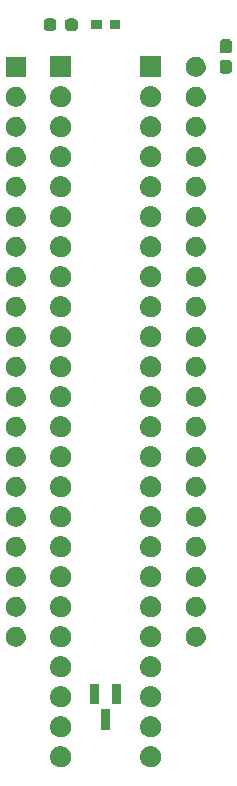
<source format=gbr>
G04 #@! TF.GenerationSoftware,KiCad,Pcbnew,7.0.11+dfsg-1build4*
G04 #@! TF.CreationDate,2024-12-04T13:31:09+09:00*
G04 #@! TF.ProjectId,bionic-mc146805e2,62696f6e-6963-42d6-9d63-313436383035,8*
G04 #@! TF.SameCoordinates,Original*
G04 #@! TF.FileFunction,Soldermask,Top*
G04 #@! TF.FilePolarity,Negative*
%FSLAX46Y46*%
G04 Gerber Fmt 4.6, Leading zero omitted, Abs format (unit mm)*
G04 Created by KiCad (PCBNEW 7.0.11+dfsg-1build4) date 2024-12-04 13:31:09*
%MOMM*%
%LPD*%
G01*
G04 APERTURE LIST*
G04 APERTURE END LIST*
G36*
X109933983Y-132603936D02*
G01*
X109984180Y-132603936D01*
X110027524Y-132613149D01*
X110065659Y-132616905D01*
X110113566Y-132631437D01*
X110168424Y-132643098D01*
X110203530Y-132658728D01*
X110234566Y-132668143D01*
X110283884Y-132694504D01*
X110340500Y-132719711D01*
X110366822Y-132738835D01*
X110390232Y-132751348D01*
X110437988Y-132790540D01*
X110492887Y-132830427D01*
X110510711Y-132850223D01*
X110526675Y-132863324D01*
X110569572Y-132915594D01*
X110618924Y-132970405D01*
X110629292Y-132988363D01*
X110638651Y-132999767D01*
X110673273Y-133064542D01*
X110713104Y-133133530D01*
X110717685Y-133147630D01*
X110721856Y-133155433D01*
X110744852Y-133231242D01*
X110771311Y-133312672D01*
X110772242Y-133321532D01*
X110773094Y-133324340D01*
X110781384Y-133408513D01*
X110791000Y-133500000D01*
X110781383Y-133591494D01*
X110773094Y-133675659D01*
X110772242Y-133678466D01*
X110771311Y-133687328D01*
X110744848Y-133768771D01*
X110721856Y-133844566D01*
X110717686Y-133852366D01*
X110713104Y-133866470D01*
X110673266Y-133935470D01*
X110638651Y-134000232D01*
X110629294Y-134011633D01*
X110618924Y-134029595D01*
X110569563Y-134084415D01*
X110526675Y-134136675D01*
X110510714Y-134149773D01*
X110492887Y-134169573D01*
X110437977Y-134209467D01*
X110390232Y-134248651D01*
X110366827Y-134261161D01*
X110340500Y-134280289D01*
X110283873Y-134305500D01*
X110234566Y-134331856D01*
X110203537Y-134341268D01*
X110168424Y-134356902D01*
X110113555Y-134368564D01*
X110065659Y-134383094D01*
X110027532Y-134386849D01*
X109984180Y-134396064D01*
X109933973Y-134396064D01*
X109890000Y-134400395D01*
X109846027Y-134396064D01*
X109795820Y-134396064D01*
X109752467Y-134386849D01*
X109714340Y-134383094D01*
X109666441Y-134368563D01*
X109611576Y-134356902D01*
X109576464Y-134341269D01*
X109545433Y-134331856D01*
X109496120Y-134305498D01*
X109439500Y-134280289D01*
X109413175Y-134261163D01*
X109389767Y-134248651D01*
X109342013Y-134209460D01*
X109287113Y-134169573D01*
X109269287Y-134149776D01*
X109253324Y-134136675D01*
X109210425Y-134084402D01*
X109161076Y-134029595D01*
X109150708Y-134011637D01*
X109141348Y-134000232D01*
X109106719Y-133935447D01*
X109066896Y-133866470D01*
X109062315Y-133852371D01*
X109058143Y-133844566D01*
X109035136Y-133768725D01*
X109008689Y-133687328D01*
X109007758Y-133678471D01*
X109006905Y-133675659D01*
X108998600Y-133591342D01*
X108989000Y-133500000D01*
X108998599Y-133408664D01*
X109006905Y-133324340D01*
X109007758Y-133321527D01*
X109008689Y-133312672D01*
X109035132Y-133231288D01*
X109058143Y-133155433D01*
X109062315Y-133147626D01*
X109066896Y-133133530D01*
X109106712Y-133064565D01*
X109141348Y-132999767D01*
X109150710Y-132988359D01*
X109161076Y-132970405D01*
X109210416Y-132915607D01*
X109253324Y-132863324D01*
X109269291Y-132850219D01*
X109287113Y-132830427D01*
X109342002Y-132790546D01*
X109389767Y-132751348D01*
X109413180Y-132738833D01*
X109439500Y-132719711D01*
X109496109Y-132694506D01*
X109545433Y-132668143D01*
X109576471Y-132658727D01*
X109611576Y-132643098D01*
X109666430Y-132631438D01*
X109714340Y-132616905D01*
X109752476Y-132613148D01*
X109795820Y-132603936D01*
X109846016Y-132603936D01*
X109890000Y-132599604D01*
X109933983Y-132603936D01*
G37*
G36*
X117553983Y-132603936D02*
G01*
X117604180Y-132603936D01*
X117647524Y-132613149D01*
X117685659Y-132616905D01*
X117733566Y-132631437D01*
X117788424Y-132643098D01*
X117823530Y-132658728D01*
X117854566Y-132668143D01*
X117903884Y-132694504D01*
X117960500Y-132719711D01*
X117986822Y-132738835D01*
X118010232Y-132751348D01*
X118057988Y-132790540D01*
X118112887Y-132830427D01*
X118130711Y-132850223D01*
X118146675Y-132863324D01*
X118189572Y-132915594D01*
X118238924Y-132970405D01*
X118249292Y-132988363D01*
X118258651Y-132999767D01*
X118293273Y-133064542D01*
X118333104Y-133133530D01*
X118337685Y-133147630D01*
X118341856Y-133155433D01*
X118364852Y-133231242D01*
X118391311Y-133312672D01*
X118392242Y-133321532D01*
X118393094Y-133324340D01*
X118401384Y-133408513D01*
X118411000Y-133500000D01*
X118401383Y-133591494D01*
X118393094Y-133675659D01*
X118392242Y-133678466D01*
X118391311Y-133687328D01*
X118364848Y-133768771D01*
X118341856Y-133844566D01*
X118337686Y-133852366D01*
X118333104Y-133866470D01*
X118293266Y-133935470D01*
X118258651Y-134000232D01*
X118249294Y-134011633D01*
X118238924Y-134029595D01*
X118189563Y-134084415D01*
X118146675Y-134136675D01*
X118130714Y-134149773D01*
X118112887Y-134169573D01*
X118057977Y-134209467D01*
X118010232Y-134248651D01*
X117986827Y-134261161D01*
X117960500Y-134280289D01*
X117903873Y-134305500D01*
X117854566Y-134331856D01*
X117823537Y-134341268D01*
X117788424Y-134356902D01*
X117733555Y-134368564D01*
X117685659Y-134383094D01*
X117647532Y-134386849D01*
X117604180Y-134396064D01*
X117553973Y-134396064D01*
X117510000Y-134400395D01*
X117466027Y-134396064D01*
X117415820Y-134396064D01*
X117372467Y-134386849D01*
X117334340Y-134383094D01*
X117286441Y-134368563D01*
X117231576Y-134356902D01*
X117196464Y-134341269D01*
X117165433Y-134331856D01*
X117116120Y-134305498D01*
X117059500Y-134280289D01*
X117033175Y-134261163D01*
X117009767Y-134248651D01*
X116962013Y-134209460D01*
X116907113Y-134169573D01*
X116889287Y-134149776D01*
X116873324Y-134136675D01*
X116830425Y-134084402D01*
X116781076Y-134029595D01*
X116770708Y-134011637D01*
X116761348Y-134000232D01*
X116726719Y-133935447D01*
X116686896Y-133866470D01*
X116682315Y-133852371D01*
X116678143Y-133844566D01*
X116655136Y-133768725D01*
X116628689Y-133687328D01*
X116627758Y-133678471D01*
X116626905Y-133675659D01*
X116618600Y-133591342D01*
X116609000Y-133500000D01*
X116618599Y-133408664D01*
X116626905Y-133324340D01*
X116627758Y-133321527D01*
X116628689Y-133312672D01*
X116655132Y-133231288D01*
X116678143Y-133155433D01*
X116682315Y-133147626D01*
X116686896Y-133133530D01*
X116726712Y-133064565D01*
X116761348Y-132999767D01*
X116770710Y-132988359D01*
X116781076Y-132970405D01*
X116830416Y-132915607D01*
X116873324Y-132863324D01*
X116889291Y-132850219D01*
X116907113Y-132830427D01*
X116962002Y-132790546D01*
X117009767Y-132751348D01*
X117033180Y-132738833D01*
X117059500Y-132719711D01*
X117116109Y-132694506D01*
X117165433Y-132668143D01*
X117196471Y-132658727D01*
X117231576Y-132643098D01*
X117286430Y-132631438D01*
X117334340Y-132616905D01*
X117372476Y-132613148D01*
X117415820Y-132603936D01*
X117466016Y-132603936D01*
X117510000Y-132599604D01*
X117553983Y-132603936D01*
G37*
G36*
X109933983Y-130063936D02*
G01*
X109984180Y-130063936D01*
X110027524Y-130073149D01*
X110065659Y-130076905D01*
X110113566Y-130091437D01*
X110168424Y-130103098D01*
X110203530Y-130118728D01*
X110234566Y-130128143D01*
X110283884Y-130154504D01*
X110340500Y-130179711D01*
X110366822Y-130198835D01*
X110390232Y-130211348D01*
X110437988Y-130250540D01*
X110492887Y-130290427D01*
X110510711Y-130310223D01*
X110526675Y-130323324D01*
X110569572Y-130375594D01*
X110618924Y-130430405D01*
X110629292Y-130448363D01*
X110638651Y-130459767D01*
X110673273Y-130524542D01*
X110713104Y-130593530D01*
X110717685Y-130607630D01*
X110721856Y-130615433D01*
X110744852Y-130691242D01*
X110771311Y-130772672D01*
X110772242Y-130781532D01*
X110773094Y-130784340D01*
X110781384Y-130868513D01*
X110791000Y-130960000D01*
X110781383Y-131051494D01*
X110773094Y-131135659D01*
X110772242Y-131138466D01*
X110771311Y-131147328D01*
X110744848Y-131228771D01*
X110721856Y-131304566D01*
X110717686Y-131312366D01*
X110713104Y-131326470D01*
X110673266Y-131395470D01*
X110638651Y-131460232D01*
X110629294Y-131471633D01*
X110618924Y-131489595D01*
X110569563Y-131544415D01*
X110526675Y-131596675D01*
X110510714Y-131609773D01*
X110492887Y-131629573D01*
X110437977Y-131669467D01*
X110390232Y-131708651D01*
X110366827Y-131721161D01*
X110340500Y-131740289D01*
X110283873Y-131765500D01*
X110234566Y-131791856D01*
X110203537Y-131801268D01*
X110168424Y-131816902D01*
X110113555Y-131828564D01*
X110065659Y-131843094D01*
X110027532Y-131846849D01*
X109984180Y-131856064D01*
X109933973Y-131856064D01*
X109890000Y-131860395D01*
X109846027Y-131856064D01*
X109795820Y-131856064D01*
X109752467Y-131846849D01*
X109714340Y-131843094D01*
X109666441Y-131828563D01*
X109611576Y-131816902D01*
X109576464Y-131801269D01*
X109545433Y-131791856D01*
X109496120Y-131765498D01*
X109439500Y-131740289D01*
X109413175Y-131721163D01*
X109389767Y-131708651D01*
X109342013Y-131669460D01*
X109287113Y-131629573D01*
X109269287Y-131609776D01*
X109253324Y-131596675D01*
X109210425Y-131544402D01*
X109161076Y-131489595D01*
X109150708Y-131471637D01*
X109141348Y-131460232D01*
X109106719Y-131395447D01*
X109066896Y-131326470D01*
X109062315Y-131312371D01*
X109058143Y-131304566D01*
X109035136Y-131228725D01*
X109008689Y-131147328D01*
X109007758Y-131138471D01*
X109006905Y-131135659D01*
X108998600Y-131051342D01*
X108989000Y-130960000D01*
X108998599Y-130868664D01*
X109006905Y-130784340D01*
X109007758Y-130781527D01*
X109008689Y-130772672D01*
X109035132Y-130691288D01*
X109058143Y-130615433D01*
X109062315Y-130607626D01*
X109066896Y-130593530D01*
X109106712Y-130524565D01*
X109141348Y-130459767D01*
X109150710Y-130448359D01*
X109161076Y-130430405D01*
X109210416Y-130375607D01*
X109253324Y-130323324D01*
X109269291Y-130310219D01*
X109287113Y-130290427D01*
X109342002Y-130250546D01*
X109389767Y-130211348D01*
X109413180Y-130198833D01*
X109439500Y-130179711D01*
X109496109Y-130154506D01*
X109545433Y-130128143D01*
X109576471Y-130118727D01*
X109611576Y-130103098D01*
X109666430Y-130091438D01*
X109714340Y-130076905D01*
X109752476Y-130073148D01*
X109795820Y-130063936D01*
X109846016Y-130063936D01*
X109890000Y-130059604D01*
X109933983Y-130063936D01*
G37*
G36*
X117553983Y-130063936D02*
G01*
X117604180Y-130063936D01*
X117647524Y-130073149D01*
X117685659Y-130076905D01*
X117733566Y-130091437D01*
X117788424Y-130103098D01*
X117823530Y-130118728D01*
X117854566Y-130128143D01*
X117903884Y-130154504D01*
X117960500Y-130179711D01*
X117986822Y-130198835D01*
X118010232Y-130211348D01*
X118057988Y-130250540D01*
X118112887Y-130290427D01*
X118130711Y-130310223D01*
X118146675Y-130323324D01*
X118189572Y-130375594D01*
X118238924Y-130430405D01*
X118249292Y-130448363D01*
X118258651Y-130459767D01*
X118293273Y-130524542D01*
X118333104Y-130593530D01*
X118337685Y-130607630D01*
X118341856Y-130615433D01*
X118364852Y-130691242D01*
X118391311Y-130772672D01*
X118392242Y-130781532D01*
X118393094Y-130784340D01*
X118401384Y-130868513D01*
X118411000Y-130960000D01*
X118401383Y-131051494D01*
X118393094Y-131135659D01*
X118392242Y-131138466D01*
X118391311Y-131147328D01*
X118364848Y-131228771D01*
X118341856Y-131304566D01*
X118337686Y-131312366D01*
X118333104Y-131326470D01*
X118293266Y-131395470D01*
X118258651Y-131460232D01*
X118249294Y-131471633D01*
X118238924Y-131489595D01*
X118189563Y-131544415D01*
X118146675Y-131596675D01*
X118130714Y-131609773D01*
X118112887Y-131629573D01*
X118057977Y-131669467D01*
X118010232Y-131708651D01*
X117986827Y-131721161D01*
X117960500Y-131740289D01*
X117903873Y-131765500D01*
X117854566Y-131791856D01*
X117823537Y-131801268D01*
X117788424Y-131816902D01*
X117733555Y-131828564D01*
X117685659Y-131843094D01*
X117647532Y-131846849D01*
X117604180Y-131856064D01*
X117553973Y-131856064D01*
X117510000Y-131860395D01*
X117466027Y-131856064D01*
X117415820Y-131856064D01*
X117372467Y-131846849D01*
X117334340Y-131843094D01*
X117286441Y-131828563D01*
X117231576Y-131816902D01*
X117196464Y-131801269D01*
X117165433Y-131791856D01*
X117116120Y-131765498D01*
X117059500Y-131740289D01*
X117033175Y-131721163D01*
X117009767Y-131708651D01*
X116962013Y-131669460D01*
X116907113Y-131629573D01*
X116889287Y-131609776D01*
X116873324Y-131596675D01*
X116830425Y-131544402D01*
X116781076Y-131489595D01*
X116770708Y-131471637D01*
X116761348Y-131460232D01*
X116726719Y-131395447D01*
X116686896Y-131326470D01*
X116682315Y-131312371D01*
X116678143Y-131304566D01*
X116655136Y-131228725D01*
X116628689Y-131147328D01*
X116627758Y-131138471D01*
X116626905Y-131135659D01*
X116618600Y-131051342D01*
X116609000Y-130960000D01*
X116618599Y-130868664D01*
X116626905Y-130784340D01*
X116627758Y-130781527D01*
X116628689Y-130772672D01*
X116655132Y-130691288D01*
X116678143Y-130615433D01*
X116682315Y-130607626D01*
X116686896Y-130593530D01*
X116726712Y-130524565D01*
X116761348Y-130459767D01*
X116770710Y-130448359D01*
X116781076Y-130430405D01*
X116830416Y-130375607D01*
X116873324Y-130323324D01*
X116889291Y-130310219D01*
X116907113Y-130290427D01*
X116962002Y-130250546D01*
X117009767Y-130211348D01*
X117033180Y-130198833D01*
X117059500Y-130179711D01*
X117116109Y-130154506D01*
X117165433Y-130128143D01*
X117196471Y-130118727D01*
X117231576Y-130103098D01*
X117286430Y-130091438D01*
X117334340Y-130076905D01*
X117372476Y-130073148D01*
X117415820Y-130063936D01*
X117466016Y-130063936D01*
X117510000Y-130059604D01*
X117553983Y-130063936D01*
G37*
G36*
X114049717Y-129488882D02*
G01*
X114066262Y-129499938D01*
X114077318Y-129516483D01*
X114081200Y-129536000D01*
X114081200Y-131161600D01*
X114077318Y-131181117D01*
X114066262Y-131197662D01*
X114049717Y-131208718D01*
X114030200Y-131212600D01*
X113369800Y-131212600D01*
X113350283Y-131208718D01*
X113333738Y-131197662D01*
X113322682Y-131181117D01*
X113318800Y-131161600D01*
X113318800Y-129536000D01*
X113322682Y-129516483D01*
X113333738Y-129499938D01*
X113350283Y-129488882D01*
X113369800Y-129485000D01*
X114030200Y-129485000D01*
X114049717Y-129488882D01*
G37*
G36*
X109933983Y-127523936D02*
G01*
X109984180Y-127523936D01*
X110027524Y-127533149D01*
X110065659Y-127536905D01*
X110113566Y-127551437D01*
X110168424Y-127563098D01*
X110203530Y-127578728D01*
X110234566Y-127588143D01*
X110283884Y-127614504D01*
X110340500Y-127639711D01*
X110366822Y-127658835D01*
X110390232Y-127671348D01*
X110437988Y-127710540D01*
X110492887Y-127750427D01*
X110510711Y-127770223D01*
X110526675Y-127783324D01*
X110569572Y-127835594D01*
X110618924Y-127890405D01*
X110629292Y-127908363D01*
X110638651Y-127919767D01*
X110673273Y-127984542D01*
X110713104Y-128053530D01*
X110717685Y-128067630D01*
X110721856Y-128075433D01*
X110744852Y-128151242D01*
X110771311Y-128232672D01*
X110772242Y-128241532D01*
X110773094Y-128244340D01*
X110781384Y-128328513D01*
X110791000Y-128420000D01*
X110781383Y-128511494D01*
X110773094Y-128595659D01*
X110772242Y-128598466D01*
X110771311Y-128607328D01*
X110744848Y-128688771D01*
X110721856Y-128764566D01*
X110717686Y-128772366D01*
X110713104Y-128786470D01*
X110673266Y-128855470D01*
X110638651Y-128920232D01*
X110629294Y-128931633D01*
X110618924Y-128949595D01*
X110569563Y-129004415D01*
X110526675Y-129056675D01*
X110510714Y-129069773D01*
X110492887Y-129089573D01*
X110437977Y-129129467D01*
X110390232Y-129168651D01*
X110366827Y-129181161D01*
X110340500Y-129200289D01*
X110283873Y-129225500D01*
X110234566Y-129251856D01*
X110203537Y-129261268D01*
X110168424Y-129276902D01*
X110113555Y-129288564D01*
X110065659Y-129303094D01*
X110027532Y-129306849D01*
X109984180Y-129316064D01*
X109933973Y-129316064D01*
X109890000Y-129320395D01*
X109846027Y-129316064D01*
X109795820Y-129316064D01*
X109752467Y-129306849D01*
X109714340Y-129303094D01*
X109666441Y-129288563D01*
X109611576Y-129276902D01*
X109576464Y-129261269D01*
X109545433Y-129251856D01*
X109496120Y-129225498D01*
X109439500Y-129200289D01*
X109413175Y-129181163D01*
X109389767Y-129168651D01*
X109342013Y-129129460D01*
X109287113Y-129089573D01*
X109269287Y-129069776D01*
X109253324Y-129056675D01*
X109210425Y-129004402D01*
X109161076Y-128949595D01*
X109150708Y-128931637D01*
X109141348Y-128920232D01*
X109106719Y-128855447D01*
X109066896Y-128786470D01*
X109062315Y-128772371D01*
X109058143Y-128764566D01*
X109035136Y-128688725D01*
X109008689Y-128607328D01*
X109007758Y-128598471D01*
X109006905Y-128595659D01*
X108998600Y-128511342D01*
X108989000Y-128420000D01*
X108998599Y-128328664D01*
X109006905Y-128244340D01*
X109007758Y-128241527D01*
X109008689Y-128232672D01*
X109035132Y-128151288D01*
X109058143Y-128075433D01*
X109062315Y-128067626D01*
X109066896Y-128053530D01*
X109106712Y-127984565D01*
X109141348Y-127919767D01*
X109150710Y-127908359D01*
X109161076Y-127890405D01*
X109210416Y-127835607D01*
X109253324Y-127783324D01*
X109269291Y-127770219D01*
X109287113Y-127750427D01*
X109342002Y-127710546D01*
X109389767Y-127671348D01*
X109413180Y-127658833D01*
X109439500Y-127639711D01*
X109496109Y-127614506D01*
X109545433Y-127588143D01*
X109576471Y-127578727D01*
X109611576Y-127563098D01*
X109666430Y-127551438D01*
X109714340Y-127536905D01*
X109752476Y-127533148D01*
X109795820Y-127523936D01*
X109846016Y-127523936D01*
X109890000Y-127519604D01*
X109933983Y-127523936D01*
G37*
G36*
X117553983Y-127523936D02*
G01*
X117604180Y-127523936D01*
X117647524Y-127533149D01*
X117685659Y-127536905D01*
X117733566Y-127551437D01*
X117788424Y-127563098D01*
X117823530Y-127578728D01*
X117854566Y-127588143D01*
X117903884Y-127614504D01*
X117960500Y-127639711D01*
X117986822Y-127658835D01*
X118010232Y-127671348D01*
X118057988Y-127710540D01*
X118112887Y-127750427D01*
X118130711Y-127770223D01*
X118146675Y-127783324D01*
X118189572Y-127835594D01*
X118238924Y-127890405D01*
X118249292Y-127908363D01*
X118258651Y-127919767D01*
X118293273Y-127984542D01*
X118333104Y-128053530D01*
X118337685Y-128067630D01*
X118341856Y-128075433D01*
X118364852Y-128151242D01*
X118391311Y-128232672D01*
X118392242Y-128241532D01*
X118393094Y-128244340D01*
X118401384Y-128328513D01*
X118411000Y-128420000D01*
X118401383Y-128511494D01*
X118393094Y-128595659D01*
X118392242Y-128598466D01*
X118391311Y-128607328D01*
X118364848Y-128688771D01*
X118341856Y-128764566D01*
X118337686Y-128772366D01*
X118333104Y-128786470D01*
X118293266Y-128855470D01*
X118258651Y-128920232D01*
X118249294Y-128931633D01*
X118238924Y-128949595D01*
X118189563Y-129004415D01*
X118146675Y-129056675D01*
X118130714Y-129069773D01*
X118112887Y-129089573D01*
X118057977Y-129129467D01*
X118010232Y-129168651D01*
X117986827Y-129181161D01*
X117960500Y-129200289D01*
X117903873Y-129225500D01*
X117854566Y-129251856D01*
X117823537Y-129261268D01*
X117788424Y-129276902D01*
X117733555Y-129288564D01*
X117685659Y-129303094D01*
X117647532Y-129306849D01*
X117604180Y-129316064D01*
X117553973Y-129316064D01*
X117510000Y-129320395D01*
X117466027Y-129316064D01*
X117415820Y-129316064D01*
X117372467Y-129306849D01*
X117334340Y-129303094D01*
X117286441Y-129288563D01*
X117231576Y-129276902D01*
X117196464Y-129261269D01*
X117165433Y-129251856D01*
X117116120Y-129225498D01*
X117059500Y-129200289D01*
X117033175Y-129181163D01*
X117009767Y-129168651D01*
X116962013Y-129129460D01*
X116907113Y-129089573D01*
X116889287Y-129069776D01*
X116873324Y-129056675D01*
X116830425Y-129004402D01*
X116781076Y-128949595D01*
X116770708Y-128931637D01*
X116761348Y-128920232D01*
X116726719Y-128855447D01*
X116686896Y-128786470D01*
X116682315Y-128772371D01*
X116678143Y-128764566D01*
X116655136Y-128688725D01*
X116628689Y-128607328D01*
X116627758Y-128598471D01*
X116626905Y-128595659D01*
X116618600Y-128511342D01*
X116609000Y-128420000D01*
X116618599Y-128328664D01*
X116626905Y-128244340D01*
X116627758Y-128241527D01*
X116628689Y-128232672D01*
X116655132Y-128151288D01*
X116678143Y-128075433D01*
X116682315Y-128067626D01*
X116686896Y-128053530D01*
X116726712Y-127984565D01*
X116761348Y-127919767D01*
X116770710Y-127908359D01*
X116781076Y-127890405D01*
X116830416Y-127835607D01*
X116873324Y-127783324D01*
X116889291Y-127770219D01*
X116907113Y-127750427D01*
X116962002Y-127710546D01*
X117009767Y-127671348D01*
X117033180Y-127658833D01*
X117059500Y-127639711D01*
X117116109Y-127614506D01*
X117165433Y-127588143D01*
X117196471Y-127578727D01*
X117231576Y-127563098D01*
X117286430Y-127551438D01*
X117334340Y-127536905D01*
X117372476Y-127533148D01*
X117415820Y-127523936D01*
X117466016Y-127523936D01*
X117510000Y-127519604D01*
X117553983Y-127523936D01*
G37*
G36*
X113099716Y-127356882D02*
G01*
X113116261Y-127367938D01*
X113127317Y-127384483D01*
X113131199Y-127404000D01*
X113131199Y-129029600D01*
X113127317Y-129049117D01*
X113116261Y-129065662D01*
X113099716Y-129076718D01*
X113080199Y-129080600D01*
X112419799Y-129080600D01*
X112400282Y-129076718D01*
X112383737Y-129065662D01*
X112372681Y-129049117D01*
X112368799Y-129029600D01*
X112368799Y-127404000D01*
X112372681Y-127384483D01*
X112383737Y-127367938D01*
X112400282Y-127356882D01*
X112419799Y-127353000D01*
X113080199Y-127353000D01*
X113099716Y-127356882D01*
G37*
G36*
X114999718Y-127356882D02*
G01*
X115016263Y-127367938D01*
X115027319Y-127384483D01*
X115031201Y-127404000D01*
X115031201Y-129029600D01*
X115027319Y-129049117D01*
X115016263Y-129065662D01*
X114999718Y-129076718D01*
X114980201Y-129080600D01*
X114319801Y-129080600D01*
X114300284Y-129076718D01*
X114283739Y-129065662D01*
X114272683Y-129049117D01*
X114268801Y-129029600D01*
X114268801Y-127404000D01*
X114272683Y-127384483D01*
X114283739Y-127367938D01*
X114300284Y-127356882D01*
X114319801Y-127353000D01*
X114980201Y-127353000D01*
X114999718Y-127356882D01*
G37*
G36*
X109933983Y-124983936D02*
G01*
X109984180Y-124983936D01*
X110027524Y-124993149D01*
X110065659Y-124996905D01*
X110113566Y-125011437D01*
X110168424Y-125023098D01*
X110203530Y-125038728D01*
X110234566Y-125048143D01*
X110283884Y-125074504D01*
X110340500Y-125099711D01*
X110366822Y-125118835D01*
X110390232Y-125131348D01*
X110437988Y-125170540D01*
X110492887Y-125210427D01*
X110510711Y-125230223D01*
X110526675Y-125243324D01*
X110569572Y-125295594D01*
X110618924Y-125350405D01*
X110629292Y-125368363D01*
X110638651Y-125379767D01*
X110673273Y-125444542D01*
X110713104Y-125513530D01*
X110717685Y-125527630D01*
X110721856Y-125535433D01*
X110744852Y-125611242D01*
X110771311Y-125692672D01*
X110772242Y-125701532D01*
X110773094Y-125704340D01*
X110781384Y-125788513D01*
X110791000Y-125880000D01*
X110781383Y-125971494D01*
X110773094Y-126055659D01*
X110772242Y-126058466D01*
X110771311Y-126067328D01*
X110744848Y-126148771D01*
X110721856Y-126224566D01*
X110717686Y-126232366D01*
X110713104Y-126246470D01*
X110673266Y-126315470D01*
X110638651Y-126380232D01*
X110629294Y-126391633D01*
X110618924Y-126409595D01*
X110569563Y-126464415D01*
X110526675Y-126516675D01*
X110510714Y-126529773D01*
X110492887Y-126549573D01*
X110437977Y-126589467D01*
X110390232Y-126628651D01*
X110366827Y-126641161D01*
X110340500Y-126660289D01*
X110283873Y-126685500D01*
X110234566Y-126711856D01*
X110203537Y-126721268D01*
X110168424Y-126736902D01*
X110113555Y-126748564D01*
X110065659Y-126763094D01*
X110027532Y-126766849D01*
X109984180Y-126776064D01*
X109933973Y-126776064D01*
X109890000Y-126780395D01*
X109846027Y-126776064D01*
X109795820Y-126776064D01*
X109752467Y-126766849D01*
X109714340Y-126763094D01*
X109666441Y-126748563D01*
X109611576Y-126736902D01*
X109576464Y-126721269D01*
X109545433Y-126711856D01*
X109496120Y-126685498D01*
X109439500Y-126660289D01*
X109413175Y-126641163D01*
X109389767Y-126628651D01*
X109342013Y-126589460D01*
X109287113Y-126549573D01*
X109269287Y-126529776D01*
X109253324Y-126516675D01*
X109210425Y-126464402D01*
X109161076Y-126409595D01*
X109150708Y-126391637D01*
X109141348Y-126380232D01*
X109106719Y-126315447D01*
X109066896Y-126246470D01*
X109062315Y-126232371D01*
X109058143Y-126224566D01*
X109035136Y-126148725D01*
X109008689Y-126067328D01*
X109007758Y-126058471D01*
X109006905Y-126055659D01*
X108998600Y-125971342D01*
X108989000Y-125880000D01*
X108998599Y-125788664D01*
X109006905Y-125704340D01*
X109007758Y-125701527D01*
X109008689Y-125692672D01*
X109035132Y-125611288D01*
X109058143Y-125535433D01*
X109062315Y-125527626D01*
X109066896Y-125513530D01*
X109106712Y-125444565D01*
X109141348Y-125379767D01*
X109150710Y-125368359D01*
X109161076Y-125350405D01*
X109210416Y-125295607D01*
X109253324Y-125243324D01*
X109269291Y-125230219D01*
X109287113Y-125210427D01*
X109342002Y-125170546D01*
X109389767Y-125131348D01*
X109413180Y-125118833D01*
X109439500Y-125099711D01*
X109496109Y-125074506D01*
X109545433Y-125048143D01*
X109576471Y-125038727D01*
X109611576Y-125023098D01*
X109666430Y-125011438D01*
X109714340Y-124996905D01*
X109752476Y-124993148D01*
X109795820Y-124983936D01*
X109846016Y-124983936D01*
X109890000Y-124979604D01*
X109933983Y-124983936D01*
G37*
G36*
X117553983Y-124983936D02*
G01*
X117604180Y-124983936D01*
X117647524Y-124993149D01*
X117685659Y-124996905D01*
X117733566Y-125011437D01*
X117788424Y-125023098D01*
X117823530Y-125038728D01*
X117854566Y-125048143D01*
X117903884Y-125074504D01*
X117960500Y-125099711D01*
X117986822Y-125118835D01*
X118010232Y-125131348D01*
X118057988Y-125170540D01*
X118112887Y-125210427D01*
X118130711Y-125230223D01*
X118146675Y-125243324D01*
X118189572Y-125295594D01*
X118238924Y-125350405D01*
X118249292Y-125368363D01*
X118258651Y-125379767D01*
X118293273Y-125444542D01*
X118333104Y-125513530D01*
X118337685Y-125527630D01*
X118341856Y-125535433D01*
X118364852Y-125611242D01*
X118391311Y-125692672D01*
X118392242Y-125701532D01*
X118393094Y-125704340D01*
X118401384Y-125788513D01*
X118411000Y-125880000D01*
X118401383Y-125971494D01*
X118393094Y-126055659D01*
X118392242Y-126058466D01*
X118391311Y-126067328D01*
X118364848Y-126148771D01*
X118341856Y-126224566D01*
X118337686Y-126232366D01*
X118333104Y-126246470D01*
X118293266Y-126315470D01*
X118258651Y-126380232D01*
X118249294Y-126391633D01*
X118238924Y-126409595D01*
X118189563Y-126464415D01*
X118146675Y-126516675D01*
X118130714Y-126529773D01*
X118112887Y-126549573D01*
X118057977Y-126589467D01*
X118010232Y-126628651D01*
X117986827Y-126641161D01*
X117960500Y-126660289D01*
X117903873Y-126685500D01*
X117854566Y-126711856D01*
X117823537Y-126721268D01*
X117788424Y-126736902D01*
X117733555Y-126748564D01*
X117685659Y-126763094D01*
X117647532Y-126766849D01*
X117604180Y-126776064D01*
X117553973Y-126776064D01*
X117510000Y-126780395D01*
X117466027Y-126776064D01*
X117415820Y-126776064D01*
X117372467Y-126766849D01*
X117334340Y-126763094D01*
X117286441Y-126748563D01*
X117231576Y-126736902D01*
X117196464Y-126721269D01*
X117165433Y-126711856D01*
X117116120Y-126685498D01*
X117059500Y-126660289D01*
X117033175Y-126641163D01*
X117009767Y-126628651D01*
X116962013Y-126589460D01*
X116907113Y-126549573D01*
X116889287Y-126529776D01*
X116873324Y-126516675D01*
X116830425Y-126464402D01*
X116781076Y-126409595D01*
X116770708Y-126391637D01*
X116761348Y-126380232D01*
X116726719Y-126315447D01*
X116686896Y-126246470D01*
X116682315Y-126232371D01*
X116678143Y-126224566D01*
X116655136Y-126148725D01*
X116628689Y-126067328D01*
X116627758Y-126058471D01*
X116626905Y-126055659D01*
X116618600Y-125971342D01*
X116609000Y-125880000D01*
X116618599Y-125788664D01*
X116626905Y-125704340D01*
X116627758Y-125701527D01*
X116628689Y-125692672D01*
X116655132Y-125611288D01*
X116678143Y-125535433D01*
X116682315Y-125527626D01*
X116686896Y-125513530D01*
X116726712Y-125444565D01*
X116761348Y-125379767D01*
X116770710Y-125368359D01*
X116781076Y-125350405D01*
X116830416Y-125295607D01*
X116873324Y-125243324D01*
X116889291Y-125230219D01*
X116907113Y-125210427D01*
X116962002Y-125170546D01*
X117009767Y-125131348D01*
X117033180Y-125118833D01*
X117059500Y-125099711D01*
X117116109Y-125074506D01*
X117165433Y-125048143D01*
X117196471Y-125038727D01*
X117231576Y-125023098D01*
X117286430Y-125011438D01*
X117334340Y-124996905D01*
X117372476Y-124993148D01*
X117415820Y-124983936D01*
X117466016Y-124983936D01*
X117510000Y-124979604D01*
X117553983Y-124983936D01*
G37*
G36*
X109933983Y-122443936D02*
G01*
X109984180Y-122443936D01*
X110027524Y-122453149D01*
X110065659Y-122456905D01*
X110113566Y-122471437D01*
X110168424Y-122483098D01*
X110203530Y-122498728D01*
X110234566Y-122508143D01*
X110283884Y-122534504D01*
X110340500Y-122559711D01*
X110366822Y-122578835D01*
X110390232Y-122591348D01*
X110437988Y-122630540D01*
X110492887Y-122670427D01*
X110510711Y-122690223D01*
X110526675Y-122703324D01*
X110569572Y-122755594D01*
X110618924Y-122810405D01*
X110629292Y-122828363D01*
X110638651Y-122839767D01*
X110673273Y-122904542D01*
X110713104Y-122973530D01*
X110717685Y-122987630D01*
X110721856Y-122995433D01*
X110744852Y-123071242D01*
X110771311Y-123152672D01*
X110772242Y-123161532D01*
X110773094Y-123164340D01*
X110781384Y-123248513D01*
X110791000Y-123340000D01*
X110781383Y-123431494D01*
X110773094Y-123515659D01*
X110772242Y-123518466D01*
X110771311Y-123527328D01*
X110744848Y-123608771D01*
X110721856Y-123684566D01*
X110717686Y-123692366D01*
X110713104Y-123706470D01*
X110673266Y-123775470D01*
X110638651Y-123840232D01*
X110629294Y-123851633D01*
X110618924Y-123869595D01*
X110569563Y-123924415D01*
X110526675Y-123976675D01*
X110510714Y-123989773D01*
X110492887Y-124009573D01*
X110437977Y-124049467D01*
X110390232Y-124088651D01*
X110366827Y-124101161D01*
X110340500Y-124120289D01*
X110283873Y-124145500D01*
X110234566Y-124171856D01*
X110203537Y-124181268D01*
X110168424Y-124196902D01*
X110113555Y-124208564D01*
X110065659Y-124223094D01*
X110027532Y-124226849D01*
X109984180Y-124236064D01*
X109933973Y-124236064D01*
X109890000Y-124240395D01*
X109846027Y-124236064D01*
X109795820Y-124236064D01*
X109752467Y-124226849D01*
X109714340Y-124223094D01*
X109666441Y-124208563D01*
X109611576Y-124196902D01*
X109576464Y-124181269D01*
X109545433Y-124171856D01*
X109496120Y-124145498D01*
X109439500Y-124120289D01*
X109413175Y-124101163D01*
X109389767Y-124088651D01*
X109342013Y-124049460D01*
X109287113Y-124009573D01*
X109269287Y-123989776D01*
X109253324Y-123976675D01*
X109210425Y-123924402D01*
X109161076Y-123869595D01*
X109150708Y-123851637D01*
X109141348Y-123840232D01*
X109106719Y-123775447D01*
X109066896Y-123706470D01*
X109062315Y-123692371D01*
X109058143Y-123684566D01*
X109035136Y-123608725D01*
X109008689Y-123527328D01*
X109007758Y-123518471D01*
X109006905Y-123515659D01*
X108998600Y-123431342D01*
X108989000Y-123340000D01*
X108998599Y-123248664D01*
X109006905Y-123164340D01*
X109007758Y-123161527D01*
X109008689Y-123152672D01*
X109035132Y-123071288D01*
X109058143Y-122995433D01*
X109062315Y-122987626D01*
X109066896Y-122973530D01*
X109106712Y-122904565D01*
X109141348Y-122839767D01*
X109150710Y-122828359D01*
X109161076Y-122810405D01*
X109210416Y-122755607D01*
X109253324Y-122703324D01*
X109269291Y-122690219D01*
X109287113Y-122670427D01*
X109342002Y-122630546D01*
X109389767Y-122591348D01*
X109413180Y-122578833D01*
X109439500Y-122559711D01*
X109496109Y-122534506D01*
X109545433Y-122508143D01*
X109576471Y-122498727D01*
X109611576Y-122483098D01*
X109666430Y-122471438D01*
X109714340Y-122456905D01*
X109752476Y-122453148D01*
X109795820Y-122443936D01*
X109846016Y-122443936D01*
X109890000Y-122439604D01*
X109933983Y-122443936D01*
G37*
G36*
X117553983Y-122443936D02*
G01*
X117604180Y-122443936D01*
X117647524Y-122453149D01*
X117685659Y-122456905D01*
X117733566Y-122471437D01*
X117788424Y-122483098D01*
X117823530Y-122498728D01*
X117854566Y-122508143D01*
X117903884Y-122534504D01*
X117960500Y-122559711D01*
X117986822Y-122578835D01*
X118010232Y-122591348D01*
X118057988Y-122630540D01*
X118112887Y-122670427D01*
X118130711Y-122690223D01*
X118146675Y-122703324D01*
X118189572Y-122755594D01*
X118238924Y-122810405D01*
X118249292Y-122828363D01*
X118258651Y-122839767D01*
X118293273Y-122904542D01*
X118333104Y-122973530D01*
X118337685Y-122987630D01*
X118341856Y-122995433D01*
X118364852Y-123071242D01*
X118391311Y-123152672D01*
X118392242Y-123161532D01*
X118393094Y-123164340D01*
X118401384Y-123248513D01*
X118411000Y-123340000D01*
X118401383Y-123431494D01*
X118393094Y-123515659D01*
X118392242Y-123518466D01*
X118391311Y-123527328D01*
X118364848Y-123608771D01*
X118341856Y-123684566D01*
X118337686Y-123692366D01*
X118333104Y-123706470D01*
X118293266Y-123775470D01*
X118258651Y-123840232D01*
X118249294Y-123851633D01*
X118238924Y-123869595D01*
X118189563Y-123924415D01*
X118146675Y-123976675D01*
X118130714Y-123989773D01*
X118112887Y-124009573D01*
X118057977Y-124049467D01*
X118010232Y-124088651D01*
X117986827Y-124101161D01*
X117960500Y-124120289D01*
X117903873Y-124145500D01*
X117854566Y-124171856D01*
X117823537Y-124181268D01*
X117788424Y-124196902D01*
X117733555Y-124208564D01*
X117685659Y-124223094D01*
X117647532Y-124226849D01*
X117604180Y-124236064D01*
X117553973Y-124236064D01*
X117510000Y-124240395D01*
X117466027Y-124236064D01*
X117415820Y-124236064D01*
X117372467Y-124226849D01*
X117334340Y-124223094D01*
X117286441Y-124208563D01*
X117231576Y-124196902D01*
X117196464Y-124181269D01*
X117165433Y-124171856D01*
X117116120Y-124145498D01*
X117059500Y-124120289D01*
X117033175Y-124101163D01*
X117009767Y-124088651D01*
X116962013Y-124049460D01*
X116907113Y-124009573D01*
X116889287Y-123989776D01*
X116873324Y-123976675D01*
X116830425Y-123924402D01*
X116781076Y-123869595D01*
X116770708Y-123851637D01*
X116761348Y-123840232D01*
X116726719Y-123775447D01*
X116686896Y-123706470D01*
X116682315Y-123692371D01*
X116678143Y-123684566D01*
X116655136Y-123608725D01*
X116628689Y-123527328D01*
X116627758Y-123518471D01*
X116626905Y-123515659D01*
X116618600Y-123431342D01*
X116609000Y-123340000D01*
X116618599Y-123248664D01*
X116626905Y-123164340D01*
X116627758Y-123161527D01*
X116628689Y-123152672D01*
X116655132Y-123071288D01*
X116678143Y-122995433D01*
X116682315Y-122987626D01*
X116686896Y-122973530D01*
X116726712Y-122904565D01*
X116761348Y-122839767D01*
X116770710Y-122828359D01*
X116781076Y-122810405D01*
X116830416Y-122755607D01*
X116873324Y-122703324D01*
X116889291Y-122690219D01*
X116907113Y-122670427D01*
X116962002Y-122630546D01*
X117009767Y-122591348D01*
X117033180Y-122578833D01*
X117059500Y-122559711D01*
X117116109Y-122534506D01*
X117165433Y-122508143D01*
X117196471Y-122498727D01*
X117231576Y-122483098D01*
X117286430Y-122471438D01*
X117334340Y-122456905D01*
X117372476Y-122453148D01*
X117415820Y-122443936D01*
X117466016Y-122443936D01*
X117510000Y-122439604D01*
X117553983Y-122443936D01*
G37*
G36*
X106121199Y-122493662D02*
G01*
X106168954Y-122493662D01*
X106210194Y-122502427D01*
X106245901Y-122505945D01*
X106290759Y-122519552D01*
X106342973Y-122530651D01*
X106376384Y-122545526D01*
X106405435Y-122554339D01*
X106451602Y-122579015D01*
X106505500Y-122603012D01*
X106530554Y-122621215D01*
X106552453Y-122632920D01*
X106597128Y-122669584D01*
X106649430Y-122707584D01*
X106666411Y-122726443D01*
X106681320Y-122738679D01*
X106721387Y-122787501D01*
X106768473Y-122839795D01*
X106778364Y-122856927D01*
X106787079Y-122867546D01*
X106819306Y-122927840D01*
X106857427Y-122993867D01*
X106861813Y-123007368D01*
X106865660Y-123014564D01*
X106886861Y-123084455D01*
X106912404Y-123163067D01*
X106913303Y-123171623D01*
X106914054Y-123174098D01*
X106921371Y-123248389D01*
X106931000Y-123340000D01*
X106921370Y-123431619D01*
X106914054Y-123505901D01*
X106913303Y-123508375D01*
X106912404Y-123516933D01*
X106886856Y-123595558D01*
X106865660Y-123665435D01*
X106861814Y-123672629D01*
X106857427Y-123686133D01*
X106819299Y-123752172D01*
X106787079Y-123812453D01*
X106778366Y-123823069D01*
X106768473Y-123840205D01*
X106721378Y-123892509D01*
X106681320Y-123941320D01*
X106666414Y-123953552D01*
X106649430Y-123972416D01*
X106597118Y-124010423D01*
X106552453Y-124047079D01*
X106530559Y-124058780D01*
X106505500Y-124076988D01*
X106451591Y-124100989D01*
X106405435Y-124125660D01*
X106376391Y-124134470D01*
X106342973Y-124149349D01*
X106290748Y-124160449D01*
X106245901Y-124174054D01*
X106210203Y-124177570D01*
X106168954Y-124186338D01*
X106121188Y-124186338D01*
X106080000Y-124190395D01*
X106038811Y-124186338D01*
X105991046Y-124186338D01*
X105949797Y-124177570D01*
X105914098Y-124174054D01*
X105869248Y-124160448D01*
X105817027Y-124149349D01*
X105783610Y-124134471D01*
X105754564Y-124125660D01*
X105708402Y-124100986D01*
X105654500Y-124076988D01*
X105629443Y-124058783D01*
X105607546Y-124047079D01*
X105562873Y-124010416D01*
X105510570Y-123972416D01*
X105493588Y-123953555D01*
X105478679Y-123941320D01*
X105438610Y-123892496D01*
X105391527Y-123840205D01*
X105381636Y-123823073D01*
X105372920Y-123812453D01*
X105340687Y-123752148D01*
X105302573Y-123686133D01*
X105298186Y-123672634D01*
X105294339Y-123665435D01*
X105273128Y-123595512D01*
X105247596Y-123516933D01*
X105246697Y-123508380D01*
X105245945Y-123505901D01*
X105238613Y-123431467D01*
X105229000Y-123340000D01*
X105238612Y-123248540D01*
X105245945Y-123174098D01*
X105246697Y-123171618D01*
X105247596Y-123163067D01*
X105273123Y-123084502D01*
X105294339Y-123014564D01*
X105298187Y-123007363D01*
X105302573Y-122993867D01*
X105340680Y-122927863D01*
X105372920Y-122867546D01*
X105381638Y-122856923D01*
X105391527Y-122839795D01*
X105438601Y-122787513D01*
X105478679Y-122738679D01*
X105493591Y-122726440D01*
X105510570Y-122707584D01*
X105562862Y-122669591D01*
X105607546Y-122632920D01*
X105629448Y-122621213D01*
X105654500Y-122603012D01*
X105708391Y-122579018D01*
X105754564Y-122554339D01*
X105783617Y-122545525D01*
X105817027Y-122530651D01*
X105869237Y-122519553D01*
X105914098Y-122505945D01*
X105949806Y-122502427D01*
X105991046Y-122493662D01*
X106038801Y-122493662D01*
X106080000Y-122489604D01*
X106121199Y-122493662D01*
G37*
G36*
X121361199Y-122493662D02*
G01*
X121408954Y-122493662D01*
X121450194Y-122502427D01*
X121485901Y-122505945D01*
X121530759Y-122519552D01*
X121582973Y-122530651D01*
X121616384Y-122545526D01*
X121645435Y-122554339D01*
X121691602Y-122579015D01*
X121745500Y-122603012D01*
X121770554Y-122621215D01*
X121792453Y-122632920D01*
X121837128Y-122669584D01*
X121889430Y-122707584D01*
X121906411Y-122726443D01*
X121921320Y-122738679D01*
X121961387Y-122787501D01*
X122008473Y-122839795D01*
X122018364Y-122856927D01*
X122027079Y-122867546D01*
X122059306Y-122927840D01*
X122097427Y-122993867D01*
X122101813Y-123007368D01*
X122105660Y-123014564D01*
X122126861Y-123084455D01*
X122152404Y-123163067D01*
X122153303Y-123171623D01*
X122154054Y-123174098D01*
X122161371Y-123248389D01*
X122171000Y-123340000D01*
X122161370Y-123431619D01*
X122154054Y-123505901D01*
X122153303Y-123508375D01*
X122152404Y-123516933D01*
X122126856Y-123595558D01*
X122105660Y-123665435D01*
X122101814Y-123672629D01*
X122097427Y-123686133D01*
X122059299Y-123752172D01*
X122027079Y-123812453D01*
X122018366Y-123823069D01*
X122008473Y-123840205D01*
X121961378Y-123892509D01*
X121921320Y-123941320D01*
X121906414Y-123953552D01*
X121889430Y-123972416D01*
X121837118Y-124010423D01*
X121792453Y-124047079D01*
X121770559Y-124058780D01*
X121745500Y-124076988D01*
X121691591Y-124100989D01*
X121645435Y-124125660D01*
X121616391Y-124134470D01*
X121582973Y-124149349D01*
X121530748Y-124160449D01*
X121485901Y-124174054D01*
X121450203Y-124177570D01*
X121408954Y-124186338D01*
X121361188Y-124186338D01*
X121320000Y-124190395D01*
X121278811Y-124186338D01*
X121231046Y-124186338D01*
X121189797Y-124177570D01*
X121154098Y-124174054D01*
X121109248Y-124160448D01*
X121057027Y-124149349D01*
X121023610Y-124134471D01*
X120994564Y-124125660D01*
X120948402Y-124100986D01*
X120894500Y-124076988D01*
X120869443Y-124058783D01*
X120847546Y-124047079D01*
X120802873Y-124010416D01*
X120750570Y-123972416D01*
X120733588Y-123953555D01*
X120718679Y-123941320D01*
X120678610Y-123892496D01*
X120631527Y-123840205D01*
X120621636Y-123823073D01*
X120612920Y-123812453D01*
X120580687Y-123752148D01*
X120542573Y-123686133D01*
X120538186Y-123672634D01*
X120534339Y-123665435D01*
X120513128Y-123595512D01*
X120487596Y-123516933D01*
X120486697Y-123508380D01*
X120485945Y-123505901D01*
X120478613Y-123431467D01*
X120469000Y-123340000D01*
X120478612Y-123248540D01*
X120485945Y-123174098D01*
X120486697Y-123171618D01*
X120487596Y-123163067D01*
X120513123Y-123084502D01*
X120534339Y-123014564D01*
X120538187Y-123007363D01*
X120542573Y-122993867D01*
X120580680Y-122927863D01*
X120612920Y-122867546D01*
X120621638Y-122856923D01*
X120631527Y-122839795D01*
X120678601Y-122787513D01*
X120718679Y-122738679D01*
X120733591Y-122726440D01*
X120750570Y-122707584D01*
X120802862Y-122669591D01*
X120847546Y-122632920D01*
X120869448Y-122621213D01*
X120894500Y-122603012D01*
X120948391Y-122579018D01*
X120994564Y-122554339D01*
X121023617Y-122545525D01*
X121057027Y-122530651D01*
X121109237Y-122519553D01*
X121154098Y-122505945D01*
X121189806Y-122502427D01*
X121231046Y-122493662D01*
X121278801Y-122493662D01*
X121320000Y-122489604D01*
X121361199Y-122493662D01*
G37*
G36*
X109933983Y-119903936D02*
G01*
X109984180Y-119903936D01*
X110027524Y-119913149D01*
X110065659Y-119916905D01*
X110113566Y-119931437D01*
X110168424Y-119943098D01*
X110203530Y-119958728D01*
X110234566Y-119968143D01*
X110283884Y-119994504D01*
X110340500Y-120019711D01*
X110366822Y-120038835D01*
X110390232Y-120051348D01*
X110437988Y-120090540D01*
X110492887Y-120130427D01*
X110510711Y-120150223D01*
X110526675Y-120163324D01*
X110569572Y-120215594D01*
X110618924Y-120270405D01*
X110629292Y-120288363D01*
X110638651Y-120299767D01*
X110673273Y-120364542D01*
X110713104Y-120433530D01*
X110717685Y-120447630D01*
X110721856Y-120455433D01*
X110744852Y-120531242D01*
X110771311Y-120612672D01*
X110772242Y-120621532D01*
X110773094Y-120624340D01*
X110781384Y-120708513D01*
X110791000Y-120800000D01*
X110781383Y-120891494D01*
X110773094Y-120975659D01*
X110772242Y-120978466D01*
X110771311Y-120987328D01*
X110744848Y-121068771D01*
X110721856Y-121144566D01*
X110717686Y-121152366D01*
X110713104Y-121166470D01*
X110673266Y-121235470D01*
X110638651Y-121300232D01*
X110629294Y-121311633D01*
X110618924Y-121329595D01*
X110569563Y-121384415D01*
X110526675Y-121436675D01*
X110510714Y-121449773D01*
X110492887Y-121469573D01*
X110437977Y-121509467D01*
X110390232Y-121548651D01*
X110366827Y-121561161D01*
X110340500Y-121580289D01*
X110283873Y-121605500D01*
X110234566Y-121631856D01*
X110203537Y-121641268D01*
X110168424Y-121656902D01*
X110113555Y-121668564D01*
X110065659Y-121683094D01*
X110027532Y-121686849D01*
X109984180Y-121696064D01*
X109933973Y-121696064D01*
X109890000Y-121700395D01*
X109846027Y-121696064D01*
X109795820Y-121696064D01*
X109752467Y-121686849D01*
X109714340Y-121683094D01*
X109666441Y-121668563D01*
X109611576Y-121656902D01*
X109576464Y-121641269D01*
X109545433Y-121631856D01*
X109496120Y-121605498D01*
X109439500Y-121580289D01*
X109413175Y-121561163D01*
X109389767Y-121548651D01*
X109342013Y-121509460D01*
X109287113Y-121469573D01*
X109269287Y-121449776D01*
X109253324Y-121436675D01*
X109210425Y-121384402D01*
X109161076Y-121329595D01*
X109150708Y-121311637D01*
X109141348Y-121300232D01*
X109106719Y-121235447D01*
X109066896Y-121166470D01*
X109062315Y-121152371D01*
X109058143Y-121144566D01*
X109035136Y-121068725D01*
X109008689Y-120987328D01*
X109007758Y-120978471D01*
X109006905Y-120975659D01*
X108998600Y-120891342D01*
X108989000Y-120800000D01*
X108998599Y-120708664D01*
X109006905Y-120624340D01*
X109007758Y-120621527D01*
X109008689Y-120612672D01*
X109035132Y-120531288D01*
X109058143Y-120455433D01*
X109062315Y-120447626D01*
X109066896Y-120433530D01*
X109106712Y-120364565D01*
X109141348Y-120299767D01*
X109150710Y-120288359D01*
X109161076Y-120270405D01*
X109210416Y-120215607D01*
X109253324Y-120163324D01*
X109269291Y-120150219D01*
X109287113Y-120130427D01*
X109342002Y-120090546D01*
X109389767Y-120051348D01*
X109413180Y-120038833D01*
X109439500Y-120019711D01*
X109496109Y-119994506D01*
X109545433Y-119968143D01*
X109576471Y-119958727D01*
X109611576Y-119943098D01*
X109666430Y-119931438D01*
X109714340Y-119916905D01*
X109752476Y-119913148D01*
X109795820Y-119903936D01*
X109846016Y-119903936D01*
X109890000Y-119899604D01*
X109933983Y-119903936D01*
G37*
G36*
X117553983Y-119903936D02*
G01*
X117604180Y-119903936D01*
X117647524Y-119913149D01*
X117685659Y-119916905D01*
X117733566Y-119931437D01*
X117788424Y-119943098D01*
X117823530Y-119958728D01*
X117854566Y-119968143D01*
X117903884Y-119994504D01*
X117960500Y-120019711D01*
X117986822Y-120038835D01*
X118010232Y-120051348D01*
X118057988Y-120090540D01*
X118112887Y-120130427D01*
X118130711Y-120150223D01*
X118146675Y-120163324D01*
X118189572Y-120215594D01*
X118238924Y-120270405D01*
X118249292Y-120288363D01*
X118258651Y-120299767D01*
X118293273Y-120364542D01*
X118333104Y-120433530D01*
X118337685Y-120447630D01*
X118341856Y-120455433D01*
X118364852Y-120531242D01*
X118391311Y-120612672D01*
X118392242Y-120621532D01*
X118393094Y-120624340D01*
X118401384Y-120708513D01*
X118411000Y-120800000D01*
X118401383Y-120891494D01*
X118393094Y-120975659D01*
X118392242Y-120978466D01*
X118391311Y-120987328D01*
X118364848Y-121068771D01*
X118341856Y-121144566D01*
X118337686Y-121152366D01*
X118333104Y-121166470D01*
X118293266Y-121235470D01*
X118258651Y-121300232D01*
X118249294Y-121311633D01*
X118238924Y-121329595D01*
X118189563Y-121384415D01*
X118146675Y-121436675D01*
X118130714Y-121449773D01*
X118112887Y-121469573D01*
X118057977Y-121509467D01*
X118010232Y-121548651D01*
X117986827Y-121561161D01*
X117960500Y-121580289D01*
X117903873Y-121605500D01*
X117854566Y-121631856D01*
X117823537Y-121641268D01*
X117788424Y-121656902D01*
X117733555Y-121668564D01*
X117685659Y-121683094D01*
X117647532Y-121686849D01*
X117604180Y-121696064D01*
X117553973Y-121696064D01*
X117510000Y-121700395D01*
X117466027Y-121696064D01*
X117415820Y-121696064D01*
X117372467Y-121686849D01*
X117334340Y-121683094D01*
X117286441Y-121668563D01*
X117231576Y-121656902D01*
X117196464Y-121641269D01*
X117165433Y-121631856D01*
X117116120Y-121605498D01*
X117059500Y-121580289D01*
X117033175Y-121561163D01*
X117009767Y-121548651D01*
X116962013Y-121509460D01*
X116907113Y-121469573D01*
X116889287Y-121449776D01*
X116873324Y-121436675D01*
X116830425Y-121384402D01*
X116781076Y-121329595D01*
X116770708Y-121311637D01*
X116761348Y-121300232D01*
X116726719Y-121235447D01*
X116686896Y-121166470D01*
X116682315Y-121152371D01*
X116678143Y-121144566D01*
X116655136Y-121068725D01*
X116628689Y-120987328D01*
X116627758Y-120978471D01*
X116626905Y-120975659D01*
X116618600Y-120891342D01*
X116609000Y-120800000D01*
X116618599Y-120708664D01*
X116626905Y-120624340D01*
X116627758Y-120621527D01*
X116628689Y-120612672D01*
X116655132Y-120531288D01*
X116678143Y-120455433D01*
X116682315Y-120447626D01*
X116686896Y-120433530D01*
X116726712Y-120364565D01*
X116761348Y-120299767D01*
X116770710Y-120288359D01*
X116781076Y-120270405D01*
X116830416Y-120215607D01*
X116873324Y-120163324D01*
X116889291Y-120150219D01*
X116907113Y-120130427D01*
X116962002Y-120090546D01*
X117009767Y-120051348D01*
X117033180Y-120038833D01*
X117059500Y-120019711D01*
X117116109Y-119994506D01*
X117165433Y-119968143D01*
X117196471Y-119958727D01*
X117231576Y-119943098D01*
X117286430Y-119931438D01*
X117334340Y-119916905D01*
X117372476Y-119913148D01*
X117415820Y-119903936D01*
X117466016Y-119903936D01*
X117510000Y-119899604D01*
X117553983Y-119903936D01*
G37*
G36*
X106121199Y-119953662D02*
G01*
X106168954Y-119953662D01*
X106210194Y-119962427D01*
X106245901Y-119965945D01*
X106290759Y-119979552D01*
X106342973Y-119990651D01*
X106376384Y-120005526D01*
X106405435Y-120014339D01*
X106451602Y-120039015D01*
X106505500Y-120063012D01*
X106530554Y-120081215D01*
X106552453Y-120092920D01*
X106597128Y-120129584D01*
X106649430Y-120167584D01*
X106666411Y-120186443D01*
X106681320Y-120198679D01*
X106721387Y-120247501D01*
X106768473Y-120299795D01*
X106778364Y-120316927D01*
X106787079Y-120327546D01*
X106819306Y-120387840D01*
X106857427Y-120453867D01*
X106861813Y-120467368D01*
X106865660Y-120474564D01*
X106886861Y-120544455D01*
X106912404Y-120623067D01*
X106913303Y-120631623D01*
X106914054Y-120634098D01*
X106921371Y-120708389D01*
X106931000Y-120800000D01*
X106921370Y-120891619D01*
X106914054Y-120965901D01*
X106913303Y-120968375D01*
X106912404Y-120976933D01*
X106886856Y-121055558D01*
X106865660Y-121125435D01*
X106861814Y-121132629D01*
X106857427Y-121146133D01*
X106819299Y-121212172D01*
X106787079Y-121272453D01*
X106778366Y-121283069D01*
X106768473Y-121300205D01*
X106721378Y-121352509D01*
X106681320Y-121401320D01*
X106666414Y-121413552D01*
X106649430Y-121432416D01*
X106597118Y-121470423D01*
X106552453Y-121507079D01*
X106530559Y-121518780D01*
X106505500Y-121536988D01*
X106451591Y-121560989D01*
X106405435Y-121585660D01*
X106376391Y-121594470D01*
X106342973Y-121609349D01*
X106290748Y-121620449D01*
X106245901Y-121634054D01*
X106210203Y-121637570D01*
X106168954Y-121646338D01*
X106121188Y-121646338D01*
X106080000Y-121650395D01*
X106038811Y-121646338D01*
X105991046Y-121646338D01*
X105949797Y-121637570D01*
X105914098Y-121634054D01*
X105869248Y-121620448D01*
X105817027Y-121609349D01*
X105783610Y-121594471D01*
X105754564Y-121585660D01*
X105708402Y-121560986D01*
X105654500Y-121536988D01*
X105629443Y-121518783D01*
X105607546Y-121507079D01*
X105562873Y-121470416D01*
X105510570Y-121432416D01*
X105493588Y-121413555D01*
X105478679Y-121401320D01*
X105438610Y-121352496D01*
X105391527Y-121300205D01*
X105381636Y-121283073D01*
X105372920Y-121272453D01*
X105340687Y-121212148D01*
X105302573Y-121146133D01*
X105298186Y-121132634D01*
X105294339Y-121125435D01*
X105273128Y-121055512D01*
X105247596Y-120976933D01*
X105246697Y-120968380D01*
X105245945Y-120965901D01*
X105238613Y-120891467D01*
X105229000Y-120800000D01*
X105238612Y-120708540D01*
X105245945Y-120634098D01*
X105246697Y-120631618D01*
X105247596Y-120623067D01*
X105273123Y-120544502D01*
X105294339Y-120474564D01*
X105298187Y-120467363D01*
X105302573Y-120453867D01*
X105340680Y-120387863D01*
X105372920Y-120327546D01*
X105381638Y-120316923D01*
X105391527Y-120299795D01*
X105438601Y-120247513D01*
X105478679Y-120198679D01*
X105493591Y-120186440D01*
X105510570Y-120167584D01*
X105562862Y-120129591D01*
X105607546Y-120092920D01*
X105629448Y-120081213D01*
X105654500Y-120063012D01*
X105708391Y-120039018D01*
X105754564Y-120014339D01*
X105783617Y-120005525D01*
X105817027Y-119990651D01*
X105869237Y-119979553D01*
X105914098Y-119965945D01*
X105949806Y-119962427D01*
X105991046Y-119953662D01*
X106038801Y-119953662D01*
X106080000Y-119949604D01*
X106121199Y-119953662D01*
G37*
G36*
X121361199Y-119953662D02*
G01*
X121408954Y-119953662D01*
X121450194Y-119962427D01*
X121485901Y-119965945D01*
X121530759Y-119979552D01*
X121582973Y-119990651D01*
X121616384Y-120005526D01*
X121645435Y-120014339D01*
X121691602Y-120039015D01*
X121745500Y-120063012D01*
X121770554Y-120081215D01*
X121792453Y-120092920D01*
X121837128Y-120129584D01*
X121889430Y-120167584D01*
X121906411Y-120186443D01*
X121921320Y-120198679D01*
X121961387Y-120247501D01*
X122008473Y-120299795D01*
X122018364Y-120316927D01*
X122027079Y-120327546D01*
X122059306Y-120387840D01*
X122097427Y-120453867D01*
X122101813Y-120467368D01*
X122105660Y-120474564D01*
X122126861Y-120544455D01*
X122152404Y-120623067D01*
X122153303Y-120631623D01*
X122154054Y-120634098D01*
X122161371Y-120708389D01*
X122171000Y-120800000D01*
X122161370Y-120891619D01*
X122154054Y-120965901D01*
X122153303Y-120968375D01*
X122152404Y-120976933D01*
X122126856Y-121055558D01*
X122105660Y-121125435D01*
X122101814Y-121132629D01*
X122097427Y-121146133D01*
X122059299Y-121212172D01*
X122027079Y-121272453D01*
X122018366Y-121283069D01*
X122008473Y-121300205D01*
X121961378Y-121352509D01*
X121921320Y-121401320D01*
X121906414Y-121413552D01*
X121889430Y-121432416D01*
X121837118Y-121470423D01*
X121792453Y-121507079D01*
X121770559Y-121518780D01*
X121745500Y-121536988D01*
X121691591Y-121560989D01*
X121645435Y-121585660D01*
X121616391Y-121594470D01*
X121582973Y-121609349D01*
X121530748Y-121620449D01*
X121485901Y-121634054D01*
X121450203Y-121637570D01*
X121408954Y-121646338D01*
X121361188Y-121646338D01*
X121320000Y-121650395D01*
X121278811Y-121646338D01*
X121231046Y-121646338D01*
X121189797Y-121637570D01*
X121154098Y-121634054D01*
X121109248Y-121620448D01*
X121057027Y-121609349D01*
X121023610Y-121594471D01*
X120994564Y-121585660D01*
X120948402Y-121560986D01*
X120894500Y-121536988D01*
X120869443Y-121518783D01*
X120847546Y-121507079D01*
X120802873Y-121470416D01*
X120750570Y-121432416D01*
X120733588Y-121413555D01*
X120718679Y-121401320D01*
X120678610Y-121352496D01*
X120631527Y-121300205D01*
X120621636Y-121283073D01*
X120612920Y-121272453D01*
X120580687Y-121212148D01*
X120542573Y-121146133D01*
X120538186Y-121132634D01*
X120534339Y-121125435D01*
X120513128Y-121055512D01*
X120487596Y-120976933D01*
X120486697Y-120968380D01*
X120485945Y-120965901D01*
X120478613Y-120891467D01*
X120469000Y-120800000D01*
X120478612Y-120708540D01*
X120485945Y-120634098D01*
X120486697Y-120631618D01*
X120487596Y-120623067D01*
X120513123Y-120544502D01*
X120534339Y-120474564D01*
X120538187Y-120467363D01*
X120542573Y-120453867D01*
X120580680Y-120387863D01*
X120612920Y-120327546D01*
X120621638Y-120316923D01*
X120631527Y-120299795D01*
X120678601Y-120247513D01*
X120718679Y-120198679D01*
X120733591Y-120186440D01*
X120750570Y-120167584D01*
X120802862Y-120129591D01*
X120847546Y-120092920D01*
X120869448Y-120081213D01*
X120894500Y-120063012D01*
X120948391Y-120039018D01*
X120994564Y-120014339D01*
X121023617Y-120005525D01*
X121057027Y-119990651D01*
X121109237Y-119979553D01*
X121154098Y-119965945D01*
X121189806Y-119962427D01*
X121231046Y-119953662D01*
X121278801Y-119953662D01*
X121320000Y-119949604D01*
X121361199Y-119953662D01*
G37*
G36*
X109933983Y-117363936D02*
G01*
X109984180Y-117363936D01*
X110027524Y-117373149D01*
X110065659Y-117376905D01*
X110113566Y-117391437D01*
X110168424Y-117403098D01*
X110203530Y-117418728D01*
X110234566Y-117428143D01*
X110283884Y-117454504D01*
X110340500Y-117479711D01*
X110366822Y-117498835D01*
X110390232Y-117511348D01*
X110437988Y-117550540D01*
X110492887Y-117590427D01*
X110510711Y-117610223D01*
X110526675Y-117623324D01*
X110569572Y-117675594D01*
X110618924Y-117730405D01*
X110629292Y-117748363D01*
X110638651Y-117759767D01*
X110673273Y-117824542D01*
X110713104Y-117893530D01*
X110717685Y-117907630D01*
X110721856Y-117915433D01*
X110744852Y-117991242D01*
X110771311Y-118072672D01*
X110772242Y-118081532D01*
X110773094Y-118084340D01*
X110781384Y-118168513D01*
X110791000Y-118260000D01*
X110781383Y-118351494D01*
X110773094Y-118435659D01*
X110772242Y-118438466D01*
X110771311Y-118447328D01*
X110744848Y-118528771D01*
X110721856Y-118604566D01*
X110717686Y-118612366D01*
X110713104Y-118626470D01*
X110673266Y-118695470D01*
X110638651Y-118760232D01*
X110629294Y-118771633D01*
X110618924Y-118789595D01*
X110569563Y-118844415D01*
X110526675Y-118896675D01*
X110510714Y-118909773D01*
X110492887Y-118929573D01*
X110437977Y-118969467D01*
X110390232Y-119008651D01*
X110366827Y-119021161D01*
X110340500Y-119040289D01*
X110283873Y-119065500D01*
X110234566Y-119091856D01*
X110203537Y-119101268D01*
X110168424Y-119116902D01*
X110113555Y-119128564D01*
X110065659Y-119143094D01*
X110027532Y-119146849D01*
X109984180Y-119156064D01*
X109933973Y-119156064D01*
X109890000Y-119160395D01*
X109846027Y-119156064D01*
X109795820Y-119156064D01*
X109752467Y-119146849D01*
X109714340Y-119143094D01*
X109666441Y-119128563D01*
X109611576Y-119116902D01*
X109576464Y-119101269D01*
X109545433Y-119091856D01*
X109496120Y-119065498D01*
X109439500Y-119040289D01*
X109413175Y-119021163D01*
X109389767Y-119008651D01*
X109342013Y-118969460D01*
X109287113Y-118929573D01*
X109269287Y-118909776D01*
X109253324Y-118896675D01*
X109210425Y-118844402D01*
X109161076Y-118789595D01*
X109150708Y-118771637D01*
X109141348Y-118760232D01*
X109106719Y-118695447D01*
X109066896Y-118626470D01*
X109062315Y-118612371D01*
X109058143Y-118604566D01*
X109035136Y-118528725D01*
X109008689Y-118447328D01*
X109007758Y-118438471D01*
X109006905Y-118435659D01*
X108998600Y-118351342D01*
X108989000Y-118260000D01*
X108998599Y-118168664D01*
X109006905Y-118084340D01*
X109007758Y-118081527D01*
X109008689Y-118072672D01*
X109035132Y-117991288D01*
X109058143Y-117915433D01*
X109062315Y-117907626D01*
X109066896Y-117893530D01*
X109106712Y-117824565D01*
X109141348Y-117759767D01*
X109150710Y-117748359D01*
X109161076Y-117730405D01*
X109210416Y-117675607D01*
X109253324Y-117623324D01*
X109269291Y-117610219D01*
X109287113Y-117590427D01*
X109342002Y-117550546D01*
X109389767Y-117511348D01*
X109413180Y-117498833D01*
X109439500Y-117479711D01*
X109496109Y-117454506D01*
X109545433Y-117428143D01*
X109576471Y-117418727D01*
X109611576Y-117403098D01*
X109666430Y-117391438D01*
X109714340Y-117376905D01*
X109752476Y-117373148D01*
X109795820Y-117363936D01*
X109846016Y-117363936D01*
X109890000Y-117359604D01*
X109933983Y-117363936D01*
G37*
G36*
X117553983Y-117363936D02*
G01*
X117604180Y-117363936D01*
X117647524Y-117373149D01*
X117685659Y-117376905D01*
X117733566Y-117391437D01*
X117788424Y-117403098D01*
X117823530Y-117418728D01*
X117854566Y-117428143D01*
X117903884Y-117454504D01*
X117960500Y-117479711D01*
X117986822Y-117498835D01*
X118010232Y-117511348D01*
X118057988Y-117550540D01*
X118112887Y-117590427D01*
X118130711Y-117610223D01*
X118146675Y-117623324D01*
X118189572Y-117675594D01*
X118238924Y-117730405D01*
X118249292Y-117748363D01*
X118258651Y-117759767D01*
X118293273Y-117824542D01*
X118333104Y-117893530D01*
X118337685Y-117907630D01*
X118341856Y-117915433D01*
X118364852Y-117991242D01*
X118391311Y-118072672D01*
X118392242Y-118081532D01*
X118393094Y-118084340D01*
X118401384Y-118168513D01*
X118411000Y-118260000D01*
X118401383Y-118351494D01*
X118393094Y-118435659D01*
X118392242Y-118438466D01*
X118391311Y-118447328D01*
X118364848Y-118528771D01*
X118341856Y-118604566D01*
X118337686Y-118612366D01*
X118333104Y-118626470D01*
X118293266Y-118695470D01*
X118258651Y-118760232D01*
X118249294Y-118771633D01*
X118238924Y-118789595D01*
X118189563Y-118844415D01*
X118146675Y-118896675D01*
X118130714Y-118909773D01*
X118112887Y-118929573D01*
X118057977Y-118969467D01*
X118010232Y-119008651D01*
X117986827Y-119021161D01*
X117960500Y-119040289D01*
X117903873Y-119065500D01*
X117854566Y-119091856D01*
X117823537Y-119101268D01*
X117788424Y-119116902D01*
X117733555Y-119128564D01*
X117685659Y-119143094D01*
X117647532Y-119146849D01*
X117604180Y-119156064D01*
X117553973Y-119156064D01*
X117510000Y-119160395D01*
X117466027Y-119156064D01*
X117415820Y-119156064D01*
X117372467Y-119146849D01*
X117334340Y-119143094D01*
X117286441Y-119128563D01*
X117231576Y-119116902D01*
X117196464Y-119101269D01*
X117165433Y-119091856D01*
X117116120Y-119065498D01*
X117059500Y-119040289D01*
X117033175Y-119021163D01*
X117009767Y-119008651D01*
X116962013Y-118969460D01*
X116907113Y-118929573D01*
X116889287Y-118909776D01*
X116873324Y-118896675D01*
X116830425Y-118844402D01*
X116781076Y-118789595D01*
X116770708Y-118771637D01*
X116761348Y-118760232D01*
X116726719Y-118695447D01*
X116686896Y-118626470D01*
X116682315Y-118612371D01*
X116678143Y-118604566D01*
X116655136Y-118528725D01*
X116628689Y-118447328D01*
X116627758Y-118438471D01*
X116626905Y-118435659D01*
X116618600Y-118351342D01*
X116609000Y-118260000D01*
X116618599Y-118168664D01*
X116626905Y-118084340D01*
X116627758Y-118081527D01*
X116628689Y-118072672D01*
X116655132Y-117991288D01*
X116678143Y-117915433D01*
X116682315Y-117907626D01*
X116686896Y-117893530D01*
X116726712Y-117824565D01*
X116761348Y-117759767D01*
X116770710Y-117748359D01*
X116781076Y-117730405D01*
X116830416Y-117675607D01*
X116873324Y-117623324D01*
X116889291Y-117610219D01*
X116907113Y-117590427D01*
X116962002Y-117550546D01*
X117009767Y-117511348D01*
X117033180Y-117498833D01*
X117059500Y-117479711D01*
X117116109Y-117454506D01*
X117165433Y-117428143D01*
X117196471Y-117418727D01*
X117231576Y-117403098D01*
X117286430Y-117391438D01*
X117334340Y-117376905D01*
X117372476Y-117373148D01*
X117415820Y-117363936D01*
X117466016Y-117363936D01*
X117510000Y-117359604D01*
X117553983Y-117363936D01*
G37*
G36*
X106121199Y-117413662D02*
G01*
X106168954Y-117413662D01*
X106210194Y-117422427D01*
X106245901Y-117425945D01*
X106290759Y-117439552D01*
X106342973Y-117450651D01*
X106376384Y-117465526D01*
X106405435Y-117474339D01*
X106451602Y-117499015D01*
X106505500Y-117523012D01*
X106530554Y-117541215D01*
X106552453Y-117552920D01*
X106597128Y-117589584D01*
X106649430Y-117627584D01*
X106666411Y-117646443D01*
X106681320Y-117658679D01*
X106721387Y-117707501D01*
X106768473Y-117759795D01*
X106778364Y-117776927D01*
X106787079Y-117787546D01*
X106819306Y-117847840D01*
X106857427Y-117913867D01*
X106861813Y-117927368D01*
X106865660Y-117934564D01*
X106886861Y-118004455D01*
X106912404Y-118083067D01*
X106913303Y-118091623D01*
X106914054Y-118094098D01*
X106921371Y-118168389D01*
X106931000Y-118260000D01*
X106921370Y-118351619D01*
X106914054Y-118425901D01*
X106913303Y-118428375D01*
X106912404Y-118436933D01*
X106886856Y-118515558D01*
X106865660Y-118585435D01*
X106861814Y-118592629D01*
X106857427Y-118606133D01*
X106819299Y-118672172D01*
X106787079Y-118732453D01*
X106778366Y-118743069D01*
X106768473Y-118760205D01*
X106721378Y-118812509D01*
X106681320Y-118861320D01*
X106666414Y-118873552D01*
X106649430Y-118892416D01*
X106597118Y-118930423D01*
X106552453Y-118967079D01*
X106530559Y-118978780D01*
X106505500Y-118996988D01*
X106451591Y-119020989D01*
X106405435Y-119045660D01*
X106376391Y-119054470D01*
X106342973Y-119069349D01*
X106290748Y-119080449D01*
X106245901Y-119094054D01*
X106210203Y-119097570D01*
X106168954Y-119106338D01*
X106121188Y-119106338D01*
X106080000Y-119110395D01*
X106038811Y-119106338D01*
X105991046Y-119106338D01*
X105949797Y-119097570D01*
X105914098Y-119094054D01*
X105869248Y-119080448D01*
X105817027Y-119069349D01*
X105783610Y-119054471D01*
X105754564Y-119045660D01*
X105708402Y-119020986D01*
X105654500Y-118996988D01*
X105629443Y-118978783D01*
X105607546Y-118967079D01*
X105562873Y-118930416D01*
X105510570Y-118892416D01*
X105493588Y-118873555D01*
X105478679Y-118861320D01*
X105438610Y-118812496D01*
X105391527Y-118760205D01*
X105381636Y-118743073D01*
X105372920Y-118732453D01*
X105340687Y-118672148D01*
X105302573Y-118606133D01*
X105298186Y-118592634D01*
X105294339Y-118585435D01*
X105273128Y-118515512D01*
X105247596Y-118436933D01*
X105246697Y-118428380D01*
X105245945Y-118425901D01*
X105238613Y-118351467D01*
X105229000Y-118260000D01*
X105238612Y-118168540D01*
X105245945Y-118094098D01*
X105246697Y-118091618D01*
X105247596Y-118083067D01*
X105273123Y-118004502D01*
X105294339Y-117934564D01*
X105298187Y-117927363D01*
X105302573Y-117913867D01*
X105340680Y-117847863D01*
X105372920Y-117787546D01*
X105381638Y-117776923D01*
X105391527Y-117759795D01*
X105438601Y-117707513D01*
X105478679Y-117658679D01*
X105493591Y-117646440D01*
X105510570Y-117627584D01*
X105562862Y-117589591D01*
X105607546Y-117552920D01*
X105629448Y-117541213D01*
X105654500Y-117523012D01*
X105708391Y-117499018D01*
X105754564Y-117474339D01*
X105783617Y-117465525D01*
X105817027Y-117450651D01*
X105869237Y-117439553D01*
X105914098Y-117425945D01*
X105949806Y-117422427D01*
X105991046Y-117413662D01*
X106038801Y-117413662D01*
X106080000Y-117409604D01*
X106121199Y-117413662D01*
G37*
G36*
X121361199Y-117413662D02*
G01*
X121408954Y-117413662D01*
X121450194Y-117422427D01*
X121485901Y-117425945D01*
X121530759Y-117439552D01*
X121582973Y-117450651D01*
X121616384Y-117465526D01*
X121645435Y-117474339D01*
X121691602Y-117499015D01*
X121745500Y-117523012D01*
X121770554Y-117541215D01*
X121792453Y-117552920D01*
X121837128Y-117589584D01*
X121889430Y-117627584D01*
X121906411Y-117646443D01*
X121921320Y-117658679D01*
X121961387Y-117707501D01*
X122008473Y-117759795D01*
X122018364Y-117776927D01*
X122027079Y-117787546D01*
X122059306Y-117847840D01*
X122097427Y-117913867D01*
X122101813Y-117927368D01*
X122105660Y-117934564D01*
X122126861Y-118004455D01*
X122152404Y-118083067D01*
X122153303Y-118091623D01*
X122154054Y-118094098D01*
X122161371Y-118168389D01*
X122171000Y-118260000D01*
X122161370Y-118351619D01*
X122154054Y-118425901D01*
X122153303Y-118428375D01*
X122152404Y-118436933D01*
X122126856Y-118515558D01*
X122105660Y-118585435D01*
X122101814Y-118592629D01*
X122097427Y-118606133D01*
X122059299Y-118672172D01*
X122027079Y-118732453D01*
X122018366Y-118743069D01*
X122008473Y-118760205D01*
X121961378Y-118812509D01*
X121921320Y-118861320D01*
X121906414Y-118873552D01*
X121889430Y-118892416D01*
X121837118Y-118930423D01*
X121792453Y-118967079D01*
X121770559Y-118978780D01*
X121745500Y-118996988D01*
X121691591Y-119020989D01*
X121645435Y-119045660D01*
X121616391Y-119054470D01*
X121582973Y-119069349D01*
X121530748Y-119080449D01*
X121485901Y-119094054D01*
X121450203Y-119097570D01*
X121408954Y-119106338D01*
X121361188Y-119106338D01*
X121320000Y-119110395D01*
X121278811Y-119106338D01*
X121231046Y-119106338D01*
X121189797Y-119097570D01*
X121154098Y-119094054D01*
X121109248Y-119080448D01*
X121057027Y-119069349D01*
X121023610Y-119054471D01*
X120994564Y-119045660D01*
X120948402Y-119020986D01*
X120894500Y-118996988D01*
X120869443Y-118978783D01*
X120847546Y-118967079D01*
X120802873Y-118930416D01*
X120750570Y-118892416D01*
X120733588Y-118873555D01*
X120718679Y-118861320D01*
X120678610Y-118812496D01*
X120631527Y-118760205D01*
X120621636Y-118743073D01*
X120612920Y-118732453D01*
X120580687Y-118672148D01*
X120542573Y-118606133D01*
X120538186Y-118592634D01*
X120534339Y-118585435D01*
X120513128Y-118515512D01*
X120487596Y-118436933D01*
X120486697Y-118428380D01*
X120485945Y-118425901D01*
X120478613Y-118351467D01*
X120469000Y-118260000D01*
X120478612Y-118168540D01*
X120485945Y-118094098D01*
X120486697Y-118091618D01*
X120487596Y-118083067D01*
X120513123Y-118004502D01*
X120534339Y-117934564D01*
X120538187Y-117927363D01*
X120542573Y-117913867D01*
X120580680Y-117847863D01*
X120612920Y-117787546D01*
X120621638Y-117776923D01*
X120631527Y-117759795D01*
X120678601Y-117707513D01*
X120718679Y-117658679D01*
X120733591Y-117646440D01*
X120750570Y-117627584D01*
X120802862Y-117589591D01*
X120847546Y-117552920D01*
X120869448Y-117541213D01*
X120894500Y-117523012D01*
X120948391Y-117499018D01*
X120994564Y-117474339D01*
X121023617Y-117465525D01*
X121057027Y-117450651D01*
X121109237Y-117439553D01*
X121154098Y-117425945D01*
X121189806Y-117422427D01*
X121231046Y-117413662D01*
X121278801Y-117413662D01*
X121320000Y-117409604D01*
X121361199Y-117413662D01*
G37*
G36*
X109933983Y-114823936D02*
G01*
X109984180Y-114823936D01*
X110027524Y-114833149D01*
X110065659Y-114836905D01*
X110113566Y-114851437D01*
X110168424Y-114863098D01*
X110203530Y-114878728D01*
X110234566Y-114888143D01*
X110283884Y-114914504D01*
X110340500Y-114939711D01*
X110366822Y-114958835D01*
X110390232Y-114971348D01*
X110437988Y-115010540D01*
X110492887Y-115050427D01*
X110510711Y-115070223D01*
X110526675Y-115083324D01*
X110569572Y-115135594D01*
X110618924Y-115190405D01*
X110629292Y-115208363D01*
X110638651Y-115219767D01*
X110673273Y-115284542D01*
X110713104Y-115353530D01*
X110717685Y-115367630D01*
X110721856Y-115375433D01*
X110744852Y-115451242D01*
X110771311Y-115532672D01*
X110772242Y-115541532D01*
X110773094Y-115544340D01*
X110781384Y-115628513D01*
X110791000Y-115720000D01*
X110781383Y-115811494D01*
X110773094Y-115895659D01*
X110772242Y-115898466D01*
X110771311Y-115907328D01*
X110744848Y-115988771D01*
X110721856Y-116064566D01*
X110717686Y-116072366D01*
X110713104Y-116086470D01*
X110673266Y-116155470D01*
X110638651Y-116220232D01*
X110629294Y-116231633D01*
X110618924Y-116249595D01*
X110569563Y-116304415D01*
X110526675Y-116356675D01*
X110510714Y-116369773D01*
X110492887Y-116389573D01*
X110437977Y-116429467D01*
X110390232Y-116468651D01*
X110366827Y-116481161D01*
X110340500Y-116500289D01*
X110283873Y-116525500D01*
X110234566Y-116551856D01*
X110203537Y-116561268D01*
X110168424Y-116576902D01*
X110113555Y-116588564D01*
X110065659Y-116603094D01*
X110027532Y-116606849D01*
X109984180Y-116616064D01*
X109933973Y-116616064D01*
X109890000Y-116620395D01*
X109846027Y-116616064D01*
X109795820Y-116616064D01*
X109752467Y-116606849D01*
X109714340Y-116603094D01*
X109666441Y-116588563D01*
X109611576Y-116576902D01*
X109576464Y-116561269D01*
X109545433Y-116551856D01*
X109496120Y-116525498D01*
X109439500Y-116500289D01*
X109413175Y-116481163D01*
X109389767Y-116468651D01*
X109342013Y-116429460D01*
X109287113Y-116389573D01*
X109269287Y-116369776D01*
X109253324Y-116356675D01*
X109210425Y-116304402D01*
X109161076Y-116249595D01*
X109150708Y-116231637D01*
X109141348Y-116220232D01*
X109106719Y-116155447D01*
X109066896Y-116086470D01*
X109062315Y-116072371D01*
X109058143Y-116064566D01*
X109035136Y-115988725D01*
X109008689Y-115907328D01*
X109007758Y-115898471D01*
X109006905Y-115895659D01*
X108998600Y-115811342D01*
X108989000Y-115720000D01*
X108998599Y-115628664D01*
X109006905Y-115544340D01*
X109007758Y-115541527D01*
X109008689Y-115532672D01*
X109035132Y-115451288D01*
X109058143Y-115375433D01*
X109062315Y-115367626D01*
X109066896Y-115353530D01*
X109106712Y-115284565D01*
X109141348Y-115219767D01*
X109150710Y-115208359D01*
X109161076Y-115190405D01*
X109210416Y-115135607D01*
X109253324Y-115083324D01*
X109269291Y-115070219D01*
X109287113Y-115050427D01*
X109342002Y-115010546D01*
X109389767Y-114971348D01*
X109413180Y-114958833D01*
X109439500Y-114939711D01*
X109496109Y-114914506D01*
X109545433Y-114888143D01*
X109576471Y-114878727D01*
X109611576Y-114863098D01*
X109666430Y-114851438D01*
X109714340Y-114836905D01*
X109752476Y-114833148D01*
X109795820Y-114823936D01*
X109846016Y-114823936D01*
X109890000Y-114819604D01*
X109933983Y-114823936D01*
G37*
G36*
X117553983Y-114823936D02*
G01*
X117604180Y-114823936D01*
X117647524Y-114833149D01*
X117685659Y-114836905D01*
X117733566Y-114851437D01*
X117788424Y-114863098D01*
X117823530Y-114878728D01*
X117854566Y-114888143D01*
X117903884Y-114914504D01*
X117960500Y-114939711D01*
X117986822Y-114958835D01*
X118010232Y-114971348D01*
X118057988Y-115010540D01*
X118112887Y-115050427D01*
X118130711Y-115070223D01*
X118146675Y-115083324D01*
X118189572Y-115135594D01*
X118238924Y-115190405D01*
X118249292Y-115208363D01*
X118258651Y-115219767D01*
X118293273Y-115284542D01*
X118333104Y-115353530D01*
X118337685Y-115367630D01*
X118341856Y-115375433D01*
X118364852Y-115451242D01*
X118391311Y-115532672D01*
X118392242Y-115541532D01*
X118393094Y-115544340D01*
X118401384Y-115628513D01*
X118411000Y-115720000D01*
X118401383Y-115811494D01*
X118393094Y-115895659D01*
X118392242Y-115898466D01*
X118391311Y-115907328D01*
X118364848Y-115988771D01*
X118341856Y-116064566D01*
X118337686Y-116072366D01*
X118333104Y-116086470D01*
X118293266Y-116155470D01*
X118258651Y-116220232D01*
X118249294Y-116231633D01*
X118238924Y-116249595D01*
X118189563Y-116304415D01*
X118146675Y-116356675D01*
X118130714Y-116369773D01*
X118112887Y-116389573D01*
X118057977Y-116429467D01*
X118010232Y-116468651D01*
X117986827Y-116481161D01*
X117960500Y-116500289D01*
X117903873Y-116525500D01*
X117854566Y-116551856D01*
X117823537Y-116561268D01*
X117788424Y-116576902D01*
X117733555Y-116588564D01*
X117685659Y-116603094D01*
X117647532Y-116606849D01*
X117604180Y-116616064D01*
X117553973Y-116616064D01*
X117510000Y-116620395D01*
X117466027Y-116616064D01*
X117415820Y-116616064D01*
X117372467Y-116606849D01*
X117334340Y-116603094D01*
X117286441Y-116588563D01*
X117231576Y-116576902D01*
X117196464Y-116561269D01*
X117165433Y-116551856D01*
X117116120Y-116525498D01*
X117059500Y-116500289D01*
X117033175Y-116481163D01*
X117009767Y-116468651D01*
X116962013Y-116429460D01*
X116907113Y-116389573D01*
X116889287Y-116369776D01*
X116873324Y-116356675D01*
X116830425Y-116304402D01*
X116781076Y-116249595D01*
X116770708Y-116231637D01*
X116761348Y-116220232D01*
X116726719Y-116155447D01*
X116686896Y-116086470D01*
X116682315Y-116072371D01*
X116678143Y-116064566D01*
X116655136Y-115988725D01*
X116628689Y-115907328D01*
X116627758Y-115898471D01*
X116626905Y-115895659D01*
X116618600Y-115811342D01*
X116609000Y-115720000D01*
X116618599Y-115628664D01*
X116626905Y-115544340D01*
X116627758Y-115541527D01*
X116628689Y-115532672D01*
X116655132Y-115451288D01*
X116678143Y-115375433D01*
X116682315Y-115367626D01*
X116686896Y-115353530D01*
X116726712Y-115284565D01*
X116761348Y-115219767D01*
X116770710Y-115208359D01*
X116781076Y-115190405D01*
X116830416Y-115135607D01*
X116873324Y-115083324D01*
X116889291Y-115070219D01*
X116907113Y-115050427D01*
X116962002Y-115010546D01*
X117009767Y-114971348D01*
X117033180Y-114958833D01*
X117059500Y-114939711D01*
X117116109Y-114914506D01*
X117165433Y-114888143D01*
X117196471Y-114878727D01*
X117231576Y-114863098D01*
X117286430Y-114851438D01*
X117334340Y-114836905D01*
X117372476Y-114833148D01*
X117415820Y-114823936D01*
X117466016Y-114823936D01*
X117510000Y-114819604D01*
X117553983Y-114823936D01*
G37*
G36*
X106121199Y-114873662D02*
G01*
X106168954Y-114873662D01*
X106210194Y-114882427D01*
X106245901Y-114885945D01*
X106290759Y-114899552D01*
X106342973Y-114910651D01*
X106376384Y-114925526D01*
X106405435Y-114934339D01*
X106451602Y-114959015D01*
X106505500Y-114983012D01*
X106530554Y-115001215D01*
X106552453Y-115012920D01*
X106597128Y-115049584D01*
X106649430Y-115087584D01*
X106666411Y-115106443D01*
X106681320Y-115118679D01*
X106721387Y-115167501D01*
X106768473Y-115219795D01*
X106778364Y-115236927D01*
X106787079Y-115247546D01*
X106819306Y-115307840D01*
X106857427Y-115373867D01*
X106861813Y-115387368D01*
X106865660Y-115394564D01*
X106886861Y-115464455D01*
X106912404Y-115543067D01*
X106913303Y-115551623D01*
X106914054Y-115554098D01*
X106921371Y-115628389D01*
X106931000Y-115720000D01*
X106921370Y-115811619D01*
X106914054Y-115885901D01*
X106913303Y-115888375D01*
X106912404Y-115896933D01*
X106886856Y-115975558D01*
X106865660Y-116045435D01*
X106861814Y-116052629D01*
X106857427Y-116066133D01*
X106819299Y-116132172D01*
X106787079Y-116192453D01*
X106778366Y-116203069D01*
X106768473Y-116220205D01*
X106721378Y-116272509D01*
X106681320Y-116321320D01*
X106666414Y-116333552D01*
X106649430Y-116352416D01*
X106597118Y-116390423D01*
X106552453Y-116427079D01*
X106530559Y-116438780D01*
X106505500Y-116456988D01*
X106451591Y-116480989D01*
X106405435Y-116505660D01*
X106376391Y-116514470D01*
X106342973Y-116529349D01*
X106290748Y-116540449D01*
X106245901Y-116554054D01*
X106210203Y-116557570D01*
X106168954Y-116566338D01*
X106121188Y-116566338D01*
X106080000Y-116570395D01*
X106038811Y-116566338D01*
X105991046Y-116566338D01*
X105949797Y-116557570D01*
X105914098Y-116554054D01*
X105869248Y-116540448D01*
X105817027Y-116529349D01*
X105783610Y-116514471D01*
X105754564Y-116505660D01*
X105708402Y-116480986D01*
X105654500Y-116456988D01*
X105629443Y-116438783D01*
X105607546Y-116427079D01*
X105562873Y-116390416D01*
X105510570Y-116352416D01*
X105493588Y-116333555D01*
X105478679Y-116321320D01*
X105438610Y-116272496D01*
X105391527Y-116220205D01*
X105381636Y-116203073D01*
X105372920Y-116192453D01*
X105340687Y-116132148D01*
X105302573Y-116066133D01*
X105298186Y-116052634D01*
X105294339Y-116045435D01*
X105273128Y-115975512D01*
X105247596Y-115896933D01*
X105246697Y-115888380D01*
X105245945Y-115885901D01*
X105238613Y-115811467D01*
X105229000Y-115720000D01*
X105238612Y-115628540D01*
X105245945Y-115554098D01*
X105246697Y-115551618D01*
X105247596Y-115543067D01*
X105273123Y-115464502D01*
X105294339Y-115394564D01*
X105298187Y-115387363D01*
X105302573Y-115373867D01*
X105340680Y-115307863D01*
X105372920Y-115247546D01*
X105381638Y-115236923D01*
X105391527Y-115219795D01*
X105438601Y-115167513D01*
X105478679Y-115118679D01*
X105493591Y-115106440D01*
X105510570Y-115087584D01*
X105562862Y-115049591D01*
X105607546Y-115012920D01*
X105629448Y-115001213D01*
X105654500Y-114983012D01*
X105708391Y-114959018D01*
X105754564Y-114934339D01*
X105783617Y-114925525D01*
X105817027Y-114910651D01*
X105869237Y-114899553D01*
X105914098Y-114885945D01*
X105949806Y-114882427D01*
X105991046Y-114873662D01*
X106038801Y-114873662D01*
X106080000Y-114869604D01*
X106121199Y-114873662D01*
G37*
G36*
X121361199Y-114873662D02*
G01*
X121408954Y-114873662D01*
X121450194Y-114882427D01*
X121485901Y-114885945D01*
X121530759Y-114899552D01*
X121582973Y-114910651D01*
X121616384Y-114925526D01*
X121645435Y-114934339D01*
X121691602Y-114959015D01*
X121745500Y-114983012D01*
X121770554Y-115001215D01*
X121792453Y-115012920D01*
X121837128Y-115049584D01*
X121889430Y-115087584D01*
X121906411Y-115106443D01*
X121921320Y-115118679D01*
X121961387Y-115167501D01*
X122008473Y-115219795D01*
X122018364Y-115236927D01*
X122027079Y-115247546D01*
X122059306Y-115307840D01*
X122097427Y-115373867D01*
X122101813Y-115387368D01*
X122105660Y-115394564D01*
X122126861Y-115464455D01*
X122152404Y-115543067D01*
X122153303Y-115551623D01*
X122154054Y-115554098D01*
X122161371Y-115628389D01*
X122171000Y-115720000D01*
X122161370Y-115811619D01*
X122154054Y-115885901D01*
X122153303Y-115888375D01*
X122152404Y-115896933D01*
X122126856Y-115975558D01*
X122105660Y-116045435D01*
X122101814Y-116052629D01*
X122097427Y-116066133D01*
X122059299Y-116132172D01*
X122027079Y-116192453D01*
X122018366Y-116203069D01*
X122008473Y-116220205D01*
X121961378Y-116272509D01*
X121921320Y-116321320D01*
X121906414Y-116333552D01*
X121889430Y-116352416D01*
X121837118Y-116390423D01*
X121792453Y-116427079D01*
X121770559Y-116438780D01*
X121745500Y-116456988D01*
X121691591Y-116480989D01*
X121645435Y-116505660D01*
X121616391Y-116514470D01*
X121582973Y-116529349D01*
X121530748Y-116540449D01*
X121485901Y-116554054D01*
X121450203Y-116557570D01*
X121408954Y-116566338D01*
X121361188Y-116566338D01*
X121320000Y-116570395D01*
X121278811Y-116566338D01*
X121231046Y-116566338D01*
X121189797Y-116557570D01*
X121154098Y-116554054D01*
X121109248Y-116540448D01*
X121057027Y-116529349D01*
X121023610Y-116514471D01*
X120994564Y-116505660D01*
X120948402Y-116480986D01*
X120894500Y-116456988D01*
X120869443Y-116438783D01*
X120847546Y-116427079D01*
X120802873Y-116390416D01*
X120750570Y-116352416D01*
X120733588Y-116333555D01*
X120718679Y-116321320D01*
X120678610Y-116272496D01*
X120631527Y-116220205D01*
X120621636Y-116203073D01*
X120612920Y-116192453D01*
X120580687Y-116132148D01*
X120542573Y-116066133D01*
X120538186Y-116052634D01*
X120534339Y-116045435D01*
X120513128Y-115975512D01*
X120487596Y-115896933D01*
X120486697Y-115888380D01*
X120485945Y-115885901D01*
X120478613Y-115811467D01*
X120469000Y-115720000D01*
X120478612Y-115628540D01*
X120485945Y-115554098D01*
X120486697Y-115551618D01*
X120487596Y-115543067D01*
X120513123Y-115464502D01*
X120534339Y-115394564D01*
X120538187Y-115387363D01*
X120542573Y-115373867D01*
X120580680Y-115307863D01*
X120612920Y-115247546D01*
X120621638Y-115236923D01*
X120631527Y-115219795D01*
X120678601Y-115167513D01*
X120718679Y-115118679D01*
X120733591Y-115106440D01*
X120750570Y-115087584D01*
X120802862Y-115049591D01*
X120847546Y-115012920D01*
X120869448Y-115001213D01*
X120894500Y-114983012D01*
X120948391Y-114959018D01*
X120994564Y-114934339D01*
X121023617Y-114925525D01*
X121057027Y-114910651D01*
X121109237Y-114899553D01*
X121154098Y-114885945D01*
X121189806Y-114882427D01*
X121231046Y-114873662D01*
X121278801Y-114873662D01*
X121320000Y-114869604D01*
X121361199Y-114873662D01*
G37*
G36*
X109933983Y-112283936D02*
G01*
X109984180Y-112283936D01*
X110027524Y-112293149D01*
X110065659Y-112296905D01*
X110113566Y-112311437D01*
X110168424Y-112323098D01*
X110203530Y-112338728D01*
X110234566Y-112348143D01*
X110283884Y-112374504D01*
X110340500Y-112399711D01*
X110366822Y-112418835D01*
X110390232Y-112431348D01*
X110437988Y-112470540D01*
X110492887Y-112510427D01*
X110510711Y-112530223D01*
X110526675Y-112543324D01*
X110569572Y-112595594D01*
X110618924Y-112650405D01*
X110629292Y-112668363D01*
X110638651Y-112679767D01*
X110673273Y-112744542D01*
X110713104Y-112813530D01*
X110717685Y-112827630D01*
X110721856Y-112835433D01*
X110744852Y-112911242D01*
X110771311Y-112992672D01*
X110772242Y-113001532D01*
X110773094Y-113004340D01*
X110781384Y-113088513D01*
X110791000Y-113180000D01*
X110781383Y-113271494D01*
X110773094Y-113355659D01*
X110772242Y-113358466D01*
X110771311Y-113367328D01*
X110744848Y-113448771D01*
X110721856Y-113524566D01*
X110717686Y-113532366D01*
X110713104Y-113546470D01*
X110673266Y-113615470D01*
X110638651Y-113680232D01*
X110629294Y-113691633D01*
X110618924Y-113709595D01*
X110569563Y-113764415D01*
X110526675Y-113816675D01*
X110510714Y-113829773D01*
X110492887Y-113849573D01*
X110437977Y-113889467D01*
X110390232Y-113928651D01*
X110366827Y-113941161D01*
X110340500Y-113960289D01*
X110283873Y-113985500D01*
X110234566Y-114011856D01*
X110203537Y-114021268D01*
X110168424Y-114036902D01*
X110113555Y-114048564D01*
X110065659Y-114063094D01*
X110027532Y-114066849D01*
X109984180Y-114076064D01*
X109933973Y-114076064D01*
X109890000Y-114080395D01*
X109846027Y-114076064D01*
X109795820Y-114076064D01*
X109752467Y-114066849D01*
X109714340Y-114063094D01*
X109666441Y-114048563D01*
X109611576Y-114036902D01*
X109576464Y-114021269D01*
X109545433Y-114011856D01*
X109496120Y-113985498D01*
X109439500Y-113960289D01*
X109413175Y-113941163D01*
X109389767Y-113928651D01*
X109342013Y-113889460D01*
X109287113Y-113849573D01*
X109269287Y-113829776D01*
X109253324Y-113816675D01*
X109210425Y-113764402D01*
X109161076Y-113709595D01*
X109150708Y-113691637D01*
X109141348Y-113680232D01*
X109106719Y-113615447D01*
X109066896Y-113546470D01*
X109062315Y-113532371D01*
X109058143Y-113524566D01*
X109035136Y-113448725D01*
X109008689Y-113367328D01*
X109007758Y-113358471D01*
X109006905Y-113355659D01*
X108998600Y-113271342D01*
X108989000Y-113180000D01*
X108998599Y-113088664D01*
X109006905Y-113004340D01*
X109007758Y-113001527D01*
X109008689Y-112992672D01*
X109035132Y-112911288D01*
X109058143Y-112835433D01*
X109062315Y-112827626D01*
X109066896Y-112813530D01*
X109106712Y-112744565D01*
X109141348Y-112679767D01*
X109150710Y-112668359D01*
X109161076Y-112650405D01*
X109210416Y-112595607D01*
X109253324Y-112543324D01*
X109269291Y-112530219D01*
X109287113Y-112510427D01*
X109342002Y-112470546D01*
X109389767Y-112431348D01*
X109413180Y-112418833D01*
X109439500Y-112399711D01*
X109496109Y-112374506D01*
X109545433Y-112348143D01*
X109576471Y-112338727D01*
X109611576Y-112323098D01*
X109666430Y-112311438D01*
X109714340Y-112296905D01*
X109752476Y-112293148D01*
X109795820Y-112283936D01*
X109846016Y-112283936D01*
X109890000Y-112279604D01*
X109933983Y-112283936D01*
G37*
G36*
X117553983Y-112283936D02*
G01*
X117604180Y-112283936D01*
X117647524Y-112293149D01*
X117685659Y-112296905D01*
X117733566Y-112311437D01*
X117788424Y-112323098D01*
X117823530Y-112338728D01*
X117854566Y-112348143D01*
X117903884Y-112374504D01*
X117960500Y-112399711D01*
X117986822Y-112418835D01*
X118010232Y-112431348D01*
X118057988Y-112470540D01*
X118112887Y-112510427D01*
X118130711Y-112530223D01*
X118146675Y-112543324D01*
X118189572Y-112595594D01*
X118238924Y-112650405D01*
X118249292Y-112668363D01*
X118258651Y-112679767D01*
X118293273Y-112744542D01*
X118333104Y-112813530D01*
X118337685Y-112827630D01*
X118341856Y-112835433D01*
X118364852Y-112911242D01*
X118391311Y-112992672D01*
X118392242Y-113001532D01*
X118393094Y-113004340D01*
X118401384Y-113088513D01*
X118411000Y-113180000D01*
X118401383Y-113271494D01*
X118393094Y-113355659D01*
X118392242Y-113358466D01*
X118391311Y-113367328D01*
X118364848Y-113448771D01*
X118341856Y-113524566D01*
X118337686Y-113532366D01*
X118333104Y-113546470D01*
X118293266Y-113615470D01*
X118258651Y-113680232D01*
X118249294Y-113691633D01*
X118238924Y-113709595D01*
X118189563Y-113764415D01*
X118146675Y-113816675D01*
X118130714Y-113829773D01*
X118112887Y-113849573D01*
X118057977Y-113889467D01*
X118010232Y-113928651D01*
X117986827Y-113941161D01*
X117960500Y-113960289D01*
X117903873Y-113985500D01*
X117854566Y-114011856D01*
X117823537Y-114021268D01*
X117788424Y-114036902D01*
X117733555Y-114048564D01*
X117685659Y-114063094D01*
X117647532Y-114066849D01*
X117604180Y-114076064D01*
X117553973Y-114076064D01*
X117510000Y-114080395D01*
X117466027Y-114076064D01*
X117415820Y-114076064D01*
X117372467Y-114066849D01*
X117334340Y-114063094D01*
X117286441Y-114048563D01*
X117231576Y-114036902D01*
X117196464Y-114021269D01*
X117165433Y-114011856D01*
X117116120Y-113985498D01*
X117059500Y-113960289D01*
X117033175Y-113941163D01*
X117009767Y-113928651D01*
X116962013Y-113889460D01*
X116907113Y-113849573D01*
X116889287Y-113829776D01*
X116873324Y-113816675D01*
X116830425Y-113764402D01*
X116781076Y-113709595D01*
X116770708Y-113691637D01*
X116761348Y-113680232D01*
X116726719Y-113615447D01*
X116686896Y-113546470D01*
X116682315Y-113532371D01*
X116678143Y-113524566D01*
X116655136Y-113448725D01*
X116628689Y-113367328D01*
X116627758Y-113358471D01*
X116626905Y-113355659D01*
X116618600Y-113271342D01*
X116609000Y-113180000D01*
X116618599Y-113088664D01*
X116626905Y-113004340D01*
X116627758Y-113001527D01*
X116628689Y-112992672D01*
X116655132Y-112911288D01*
X116678143Y-112835433D01*
X116682315Y-112827626D01*
X116686896Y-112813530D01*
X116726712Y-112744565D01*
X116761348Y-112679767D01*
X116770710Y-112668359D01*
X116781076Y-112650405D01*
X116830416Y-112595607D01*
X116873324Y-112543324D01*
X116889291Y-112530219D01*
X116907113Y-112510427D01*
X116962002Y-112470546D01*
X117009767Y-112431348D01*
X117033180Y-112418833D01*
X117059500Y-112399711D01*
X117116109Y-112374506D01*
X117165433Y-112348143D01*
X117196471Y-112338727D01*
X117231576Y-112323098D01*
X117286430Y-112311438D01*
X117334340Y-112296905D01*
X117372476Y-112293148D01*
X117415820Y-112283936D01*
X117466016Y-112283936D01*
X117510000Y-112279604D01*
X117553983Y-112283936D01*
G37*
G36*
X106121199Y-112333662D02*
G01*
X106168954Y-112333662D01*
X106210194Y-112342427D01*
X106245901Y-112345945D01*
X106290759Y-112359552D01*
X106342973Y-112370651D01*
X106376384Y-112385526D01*
X106405435Y-112394339D01*
X106451602Y-112419015D01*
X106505500Y-112443012D01*
X106530554Y-112461215D01*
X106552453Y-112472920D01*
X106597128Y-112509584D01*
X106649430Y-112547584D01*
X106666411Y-112566443D01*
X106681320Y-112578679D01*
X106721387Y-112627501D01*
X106768473Y-112679795D01*
X106778364Y-112696927D01*
X106787079Y-112707546D01*
X106819306Y-112767840D01*
X106857427Y-112833867D01*
X106861813Y-112847368D01*
X106865660Y-112854564D01*
X106886861Y-112924455D01*
X106912404Y-113003067D01*
X106913303Y-113011623D01*
X106914054Y-113014098D01*
X106921371Y-113088389D01*
X106931000Y-113180000D01*
X106921370Y-113271619D01*
X106914054Y-113345901D01*
X106913303Y-113348375D01*
X106912404Y-113356933D01*
X106886856Y-113435558D01*
X106865660Y-113505435D01*
X106861814Y-113512629D01*
X106857427Y-113526133D01*
X106819299Y-113592172D01*
X106787079Y-113652453D01*
X106778366Y-113663069D01*
X106768473Y-113680205D01*
X106721378Y-113732509D01*
X106681320Y-113781320D01*
X106666414Y-113793552D01*
X106649430Y-113812416D01*
X106597118Y-113850423D01*
X106552453Y-113887079D01*
X106530559Y-113898780D01*
X106505500Y-113916988D01*
X106451591Y-113940989D01*
X106405435Y-113965660D01*
X106376391Y-113974470D01*
X106342973Y-113989349D01*
X106290748Y-114000449D01*
X106245901Y-114014054D01*
X106210203Y-114017570D01*
X106168954Y-114026338D01*
X106121188Y-114026338D01*
X106080000Y-114030395D01*
X106038811Y-114026338D01*
X105991046Y-114026338D01*
X105949797Y-114017570D01*
X105914098Y-114014054D01*
X105869248Y-114000448D01*
X105817027Y-113989349D01*
X105783610Y-113974471D01*
X105754564Y-113965660D01*
X105708402Y-113940986D01*
X105654500Y-113916988D01*
X105629443Y-113898783D01*
X105607546Y-113887079D01*
X105562873Y-113850416D01*
X105510570Y-113812416D01*
X105493588Y-113793555D01*
X105478679Y-113781320D01*
X105438610Y-113732496D01*
X105391527Y-113680205D01*
X105381636Y-113663073D01*
X105372920Y-113652453D01*
X105340687Y-113592148D01*
X105302573Y-113526133D01*
X105298186Y-113512634D01*
X105294339Y-113505435D01*
X105273128Y-113435512D01*
X105247596Y-113356933D01*
X105246697Y-113348380D01*
X105245945Y-113345901D01*
X105238613Y-113271467D01*
X105229000Y-113180000D01*
X105238612Y-113088540D01*
X105245945Y-113014098D01*
X105246697Y-113011618D01*
X105247596Y-113003067D01*
X105273123Y-112924502D01*
X105294339Y-112854564D01*
X105298187Y-112847363D01*
X105302573Y-112833867D01*
X105340680Y-112767863D01*
X105372920Y-112707546D01*
X105381638Y-112696923D01*
X105391527Y-112679795D01*
X105438601Y-112627513D01*
X105478679Y-112578679D01*
X105493591Y-112566440D01*
X105510570Y-112547584D01*
X105562862Y-112509591D01*
X105607546Y-112472920D01*
X105629448Y-112461213D01*
X105654500Y-112443012D01*
X105708391Y-112419018D01*
X105754564Y-112394339D01*
X105783617Y-112385525D01*
X105817027Y-112370651D01*
X105869237Y-112359553D01*
X105914098Y-112345945D01*
X105949806Y-112342427D01*
X105991046Y-112333662D01*
X106038801Y-112333662D01*
X106080000Y-112329604D01*
X106121199Y-112333662D01*
G37*
G36*
X121361199Y-112333662D02*
G01*
X121408954Y-112333662D01*
X121450194Y-112342427D01*
X121485901Y-112345945D01*
X121530759Y-112359552D01*
X121582973Y-112370651D01*
X121616384Y-112385526D01*
X121645435Y-112394339D01*
X121691602Y-112419015D01*
X121745500Y-112443012D01*
X121770554Y-112461215D01*
X121792453Y-112472920D01*
X121837128Y-112509584D01*
X121889430Y-112547584D01*
X121906411Y-112566443D01*
X121921320Y-112578679D01*
X121961387Y-112627501D01*
X122008473Y-112679795D01*
X122018364Y-112696927D01*
X122027079Y-112707546D01*
X122059306Y-112767840D01*
X122097427Y-112833867D01*
X122101813Y-112847368D01*
X122105660Y-112854564D01*
X122126861Y-112924455D01*
X122152404Y-113003067D01*
X122153303Y-113011623D01*
X122154054Y-113014098D01*
X122161371Y-113088389D01*
X122171000Y-113180000D01*
X122161370Y-113271619D01*
X122154054Y-113345901D01*
X122153303Y-113348375D01*
X122152404Y-113356933D01*
X122126856Y-113435558D01*
X122105660Y-113505435D01*
X122101814Y-113512629D01*
X122097427Y-113526133D01*
X122059299Y-113592172D01*
X122027079Y-113652453D01*
X122018366Y-113663069D01*
X122008473Y-113680205D01*
X121961378Y-113732509D01*
X121921320Y-113781320D01*
X121906414Y-113793552D01*
X121889430Y-113812416D01*
X121837118Y-113850423D01*
X121792453Y-113887079D01*
X121770559Y-113898780D01*
X121745500Y-113916988D01*
X121691591Y-113940989D01*
X121645435Y-113965660D01*
X121616391Y-113974470D01*
X121582973Y-113989349D01*
X121530748Y-114000449D01*
X121485901Y-114014054D01*
X121450203Y-114017570D01*
X121408954Y-114026338D01*
X121361188Y-114026338D01*
X121320000Y-114030395D01*
X121278811Y-114026338D01*
X121231046Y-114026338D01*
X121189797Y-114017570D01*
X121154098Y-114014054D01*
X121109248Y-114000448D01*
X121057027Y-113989349D01*
X121023610Y-113974471D01*
X120994564Y-113965660D01*
X120948402Y-113940986D01*
X120894500Y-113916988D01*
X120869443Y-113898783D01*
X120847546Y-113887079D01*
X120802873Y-113850416D01*
X120750570Y-113812416D01*
X120733588Y-113793555D01*
X120718679Y-113781320D01*
X120678610Y-113732496D01*
X120631527Y-113680205D01*
X120621636Y-113663073D01*
X120612920Y-113652453D01*
X120580687Y-113592148D01*
X120542573Y-113526133D01*
X120538186Y-113512634D01*
X120534339Y-113505435D01*
X120513128Y-113435512D01*
X120487596Y-113356933D01*
X120486697Y-113348380D01*
X120485945Y-113345901D01*
X120478613Y-113271467D01*
X120469000Y-113180000D01*
X120478612Y-113088540D01*
X120485945Y-113014098D01*
X120486697Y-113011618D01*
X120487596Y-113003067D01*
X120513123Y-112924502D01*
X120534339Y-112854564D01*
X120538187Y-112847363D01*
X120542573Y-112833867D01*
X120580680Y-112767863D01*
X120612920Y-112707546D01*
X120621638Y-112696923D01*
X120631527Y-112679795D01*
X120678601Y-112627513D01*
X120718679Y-112578679D01*
X120733591Y-112566440D01*
X120750570Y-112547584D01*
X120802862Y-112509591D01*
X120847546Y-112472920D01*
X120869448Y-112461213D01*
X120894500Y-112443012D01*
X120948391Y-112419018D01*
X120994564Y-112394339D01*
X121023617Y-112385525D01*
X121057027Y-112370651D01*
X121109237Y-112359553D01*
X121154098Y-112345945D01*
X121189806Y-112342427D01*
X121231046Y-112333662D01*
X121278801Y-112333662D01*
X121320000Y-112329604D01*
X121361199Y-112333662D01*
G37*
G36*
X109933983Y-109743936D02*
G01*
X109984180Y-109743936D01*
X110027524Y-109753149D01*
X110065659Y-109756905D01*
X110113566Y-109771437D01*
X110168424Y-109783098D01*
X110203530Y-109798728D01*
X110234566Y-109808143D01*
X110283884Y-109834504D01*
X110340500Y-109859711D01*
X110366822Y-109878835D01*
X110390232Y-109891348D01*
X110437988Y-109930540D01*
X110492887Y-109970427D01*
X110510711Y-109990223D01*
X110526675Y-110003324D01*
X110569572Y-110055594D01*
X110618924Y-110110405D01*
X110629292Y-110128363D01*
X110638651Y-110139767D01*
X110673273Y-110204542D01*
X110713104Y-110273530D01*
X110717685Y-110287630D01*
X110721856Y-110295433D01*
X110744852Y-110371242D01*
X110771311Y-110452672D01*
X110772242Y-110461532D01*
X110773094Y-110464340D01*
X110781384Y-110548513D01*
X110791000Y-110640000D01*
X110781383Y-110731494D01*
X110773094Y-110815659D01*
X110772242Y-110818466D01*
X110771311Y-110827328D01*
X110744848Y-110908771D01*
X110721856Y-110984566D01*
X110717686Y-110992366D01*
X110713104Y-111006470D01*
X110673266Y-111075470D01*
X110638651Y-111140232D01*
X110629294Y-111151633D01*
X110618924Y-111169595D01*
X110569563Y-111224415D01*
X110526675Y-111276675D01*
X110510714Y-111289773D01*
X110492887Y-111309573D01*
X110437977Y-111349467D01*
X110390232Y-111388651D01*
X110366827Y-111401161D01*
X110340500Y-111420289D01*
X110283873Y-111445500D01*
X110234566Y-111471856D01*
X110203537Y-111481268D01*
X110168424Y-111496902D01*
X110113555Y-111508564D01*
X110065659Y-111523094D01*
X110027532Y-111526849D01*
X109984180Y-111536064D01*
X109933973Y-111536064D01*
X109890000Y-111540395D01*
X109846027Y-111536064D01*
X109795820Y-111536064D01*
X109752467Y-111526849D01*
X109714340Y-111523094D01*
X109666441Y-111508563D01*
X109611576Y-111496902D01*
X109576464Y-111481269D01*
X109545433Y-111471856D01*
X109496120Y-111445498D01*
X109439500Y-111420289D01*
X109413175Y-111401163D01*
X109389767Y-111388651D01*
X109342013Y-111349460D01*
X109287113Y-111309573D01*
X109269287Y-111289776D01*
X109253324Y-111276675D01*
X109210425Y-111224402D01*
X109161076Y-111169595D01*
X109150708Y-111151637D01*
X109141348Y-111140232D01*
X109106719Y-111075447D01*
X109066896Y-111006470D01*
X109062315Y-110992371D01*
X109058143Y-110984566D01*
X109035136Y-110908725D01*
X109008689Y-110827328D01*
X109007758Y-110818471D01*
X109006905Y-110815659D01*
X108998600Y-110731342D01*
X108989000Y-110640000D01*
X108998599Y-110548664D01*
X109006905Y-110464340D01*
X109007758Y-110461527D01*
X109008689Y-110452672D01*
X109035132Y-110371288D01*
X109058143Y-110295433D01*
X109062315Y-110287626D01*
X109066896Y-110273530D01*
X109106712Y-110204565D01*
X109141348Y-110139767D01*
X109150710Y-110128359D01*
X109161076Y-110110405D01*
X109210416Y-110055607D01*
X109253324Y-110003324D01*
X109269291Y-109990219D01*
X109287113Y-109970427D01*
X109342002Y-109930546D01*
X109389767Y-109891348D01*
X109413180Y-109878833D01*
X109439500Y-109859711D01*
X109496109Y-109834506D01*
X109545433Y-109808143D01*
X109576471Y-109798727D01*
X109611576Y-109783098D01*
X109666430Y-109771438D01*
X109714340Y-109756905D01*
X109752476Y-109753148D01*
X109795820Y-109743936D01*
X109846016Y-109743936D01*
X109890000Y-109739604D01*
X109933983Y-109743936D01*
G37*
G36*
X117553983Y-109743936D02*
G01*
X117604180Y-109743936D01*
X117647524Y-109753149D01*
X117685659Y-109756905D01*
X117733566Y-109771437D01*
X117788424Y-109783098D01*
X117823530Y-109798728D01*
X117854566Y-109808143D01*
X117903884Y-109834504D01*
X117960500Y-109859711D01*
X117986822Y-109878835D01*
X118010232Y-109891348D01*
X118057988Y-109930540D01*
X118112887Y-109970427D01*
X118130711Y-109990223D01*
X118146675Y-110003324D01*
X118189572Y-110055594D01*
X118238924Y-110110405D01*
X118249292Y-110128363D01*
X118258651Y-110139767D01*
X118293273Y-110204542D01*
X118333104Y-110273530D01*
X118337685Y-110287630D01*
X118341856Y-110295433D01*
X118364852Y-110371242D01*
X118391311Y-110452672D01*
X118392242Y-110461532D01*
X118393094Y-110464340D01*
X118401384Y-110548513D01*
X118411000Y-110640000D01*
X118401383Y-110731494D01*
X118393094Y-110815659D01*
X118392242Y-110818466D01*
X118391311Y-110827328D01*
X118364848Y-110908771D01*
X118341856Y-110984566D01*
X118337686Y-110992366D01*
X118333104Y-111006470D01*
X118293266Y-111075470D01*
X118258651Y-111140232D01*
X118249294Y-111151633D01*
X118238924Y-111169595D01*
X118189563Y-111224415D01*
X118146675Y-111276675D01*
X118130714Y-111289773D01*
X118112887Y-111309573D01*
X118057977Y-111349467D01*
X118010232Y-111388651D01*
X117986827Y-111401161D01*
X117960500Y-111420289D01*
X117903873Y-111445500D01*
X117854566Y-111471856D01*
X117823537Y-111481268D01*
X117788424Y-111496902D01*
X117733555Y-111508564D01*
X117685659Y-111523094D01*
X117647532Y-111526849D01*
X117604180Y-111536064D01*
X117553973Y-111536064D01*
X117510000Y-111540395D01*
X117466027Y-111536064D01*
X117415820Y-111536064D01*
X117372467Y-111526849D01*
X117334340Y-111523094D01*
X117286441Y-111508563D01*
X117231576Y-111496902D01*
X117196464Y-111481269D01*
X117165433Y-111471856D01*
X117116120Y-111445498D01*
X117059500Y-111420289D01*
X117033175Y-111401163D01*
X117009767Y-111388651D01*
X116962013Y-111349460D01*
X116907113Y-111309573D01*
X116889287Y-111289776D01*
X116873324Y-111276675D01*
X116830425Y-111224402D01*
X116781076Y-111169595D01*
X116770708Y-111151637D01*
X116761348Y-111140232D01*
X116726719Y-111075447D01*
X116686896Y-111006470D01*
X116682315Y-110992371D01*
X116678143Y-110984566D01*
X116655136Y-110908725D01*
X116628689Y-110827328D01*
X116627758Y-110818471D01*
X116626905Y-110815659D01*
X116618600Y-110731342D01*
X116609000Y-110640000D01*
X116618599Y-110548664D01*
X116626905Y-110464340D01*
X116627758Y-110461527D01*
X116628689Y-110452672D01*
X116655132Y-110371288D01*
X116678143Y-110295433D01*
X116682315Y-110287626D01*
X116686896Y-110273530D01*
X116726712Y-110204565D01*
X116761348Y-110139767D01*
X116770710Y-110128359D01*
X116781076Y-110110405D01*
X116830416Y-110055607D01*
X116873324Y-110003324D01*
X116889291Y-109990219D01*
X116907113Y-109970427D01*
X116962002Y-109930546D01*
X117009767Y-109891348D01*
X117033180Y-109878833D01*
X117059500Y-109859711D01*
X117116109Y-109834506D01*
X117165433Y-109808143D01*
X117196471Y-109798727D01*
X117231576Y-109783098D01*
X117286430Y-109771438D01*
X117334340Y-109756905D01*
X117372476Y-109753148D01*
X117415820Y-109743936D01*
X117466016Y-109743936D01*
X117510000Y-109739604D01*
X117553983Y-109743936D01*
G37*
G36*
X106121199Y-109793662D02*
G01*
X106168954Y-109793662D01*
X106210194Y-109802427D01*
X106245901Y-109805945D01*
X106290759Y-109819552D01*
X106342973Y-109830651D01*
X106376384Y-109845526D01*
X106405435Y-109854339D01*
X106451602Y-109879015D01*
X106505500Y-109903012D01*
X106530554Y-109921215D01*
X106552453Y-109932920D01*
X106597128Y-109969584D01*
X106649430Y-110007584D01*
X106666411Y-110026443D01*
X106681320Y-110038679D01*
X106721387Y-110087501D01*
X106768473Y-110139795D01*
X106778364Y-110156927D01*
X106787079Y-110167546D01*
X106819306Y-110227840D01*
X106857427Y-110293867D01*
X106861813Y-110307368D01*
X106865660Y-110314564D01*
X106886861Y-110384455D01*
X106912404Y-110463067D01*
X106913303Y-110471623D01*
X106914054Y-110474098D01*
X106921371Y-110548389D01*
X106931000Y-110640000D01*
X106921370Y-110731619D01*
X106914054Y-110805901D01*
X106913303Y-110808375D01*
X106912404Y-110816933D01*
X106886856Y-110895558D01*
X106865660Y-110965435D01*
X106861814Y-110972629D01*
X106857427Y-110986133D01*
X106819299Y-111052172D01*
X106787079Y-111112453D01*
X106778366Y-111123069D01*
X106768473Y-111140205D01*
X106721378Y-111192509D01*
X106681320Y-111241320D01*
X106666414Y-111253552D01*
X106649430Y-111272416D01*
X106597118Y-111310423D01*
X106552453Y-111347079D01*
X106530559Y-111358780D01*
X106505500Y-111376988D01*
X106451591Y-111400989D01*
X106405435Y-111425660D01*
X106376391Y-111434470D01*
X106342973Y-111449349D01*
X106290748Y-111460449D01*
X106245901Y-111474054D01*
X106210203Y-111477570D01*
X106168954Y-111486338D01*
X106121188Y-111486338D01*
X106080000Y-111490395D01*
X106038811Y-111486338D01*
X105991046Y-111486338D01*
X105949797Y-111477570D01*
X105914098Y-111474054D01*
X105869248Y-111460448D01*
X105817027Y-111449349D01*
X105783610Y-111434471D01*
X105754564Y-111425660D01*
X105708402Y-111400986D01*
X105654500Y-111376988D01*
X105629443Y-111358783D01*
X105607546Y-111347079D01*
X105562873Y-111310416D01*
X105510570Y-111272416D01*
X105493588Y-111253555D01*
X105478679Y-111241320D01*
X105438610Y-111192496D01*
X105391527Y-111140205D01*
X105381636Y-111123073D01*
X105372920Y-111112453D01*
X105340687Y-111052148D01*
X105302573Y-110986133D01*
X105298186Y-110972634D01*
X105294339Y-110965435D01*
X105273128Y-110895512D01*
X105247596Y-110816933D01*
X105246697Y-110808380D01*
X105245945Y-110805901D01*
X105238613Y-110731467D01*
X105229000Y-110640000D01*
X105238612Y-110548540D01*
X105245945Y-110474098D01*
X105246697Y-110471618D01*
X105247596Y-110463067D01*
X105273123Y-110384502D01*
X105294339Y-110314564D01*
X105298187Y-110307363D01*
X105302573Y-110293867D01*
X105340680Y-110227863D01*
X105372920Y-110167546D01*
X105381638Y-110156923D01*
X105391527Y-110139795D01*
X105438601Y-110087513D01*
X105478679Y-110038679D01*
X105493591Y-110026440D01*
X105510570Y-110007584D01*
X105562862Y-109969591D01*
X105607546Y-109932920D01*
X105629448Y-109921213D01*
X105654500Y-109903012D01*
X105708391Y-109879018D01*
X105754564Y-109854339D01*
X105783617Y-109845525D01*
X105817027Y-109830651D01*
X105869237Y-109819553D01*
X105914098Y-109805945D01*
X105949806Y-109802427D01*
X105991046Y-109793662D01*
X106038801Y-109793662D01*
X106080000Y-109789604D01*
X106121199Y-109793662D01*
G37*
G36*
X121361199Y-109793662D02*
G01*
X121408954Y-109793662D01*
X121450194Y-109802427D01*
X121485901Y-109805945D01*
X121530759Y-109819552D01*
X121582973Y-109830651D01*
X121616384Y-109845526D01*
X121645435Y-109854339D01*
X121691602Y-109879015D01*
X121745500Y-109903012D01*
X121770554Y-109921215D01*
X121792453Y-109932920D01*
X121837128Y-109969584D01*
X121889430Y-110007584D01*
X121906411Y-110026443D01*
X121921320Y-110038679D01*
X121961387Y-110087501D01*
X122008473Y-110139795D01*
X122018364Y-110156927D01*
X122027079Y-110167546D01*
X122059306Y-110227840D01*
X122097427Y-110293867D01*
X122101813Y-110307368D01*
X122105660Y-110314564D01*
X122126861Y-110384455D01*
X122152404Y-110463067D01*
X122153303Y-110471623D01*
X122154054Y-110474098D01*
X122161371Y-110548389D01*
X122171000Y-110640000D01*
X122161370Y-110731619D01*
X122154054Y-110805901D01*
X122153303Y-110808375D01*
X122152404Y-110816933D01*
X122126856Y-110895558D01*
X122105660Y-110965435D01*
X122101814Y-110972629D01*
X122097427Y-110986133D01*
X122059299Y-111052172D01*
X122027079Y-111112453D01*
X122018366Y-111123069D01*
X122008473Y-111140205D01*
X121961378Y-111192509D01*
X121921320Y-111241320D01*
X121906414Y-111253552D01*
X121889430Y-111272416D01*
X121837118Y-111310423D01*
X121792453Y-111347079D01*
X121770559Y-111358780D01*
X121745500Y-111376988D01*
X121691591Y-111400989D01*
X121645435Y-111425660D01*
X121616391Y-111434470D01*
X121582973Y-111449349D01*
X121530748Y-111460449D01*
X121485901Y-111474054D01*
X121450203Y-111477570D01*
X121408954Y-111486338D01*
X121361188Y-111486338D01*
X121320000Y-111490395D01*
X121278811Y-111486338D01*
X121231046Y-111486338D01*
X121189797Y-111477570D01*
X121154098Y-111474054D01*
X121109248Y-111460448D01*
X121057027Y-111449349D01*
X121023610Y-111434471D01*
X120994564Y-111425660D01*
X120948402Y-111400986D01*
X120894500Y-111376988D01*
X120869443Y-111358783D01*
X120847546Y-111347079D01*
X120802873Y-111310416D01*
X120750570Y-111272416D01*
X120733588Y-111253555D01*
X120718679Y-111241320D01*
X120678610Y-111192496D01*
X120631527Y-111140205D01*
X120621636Y-111123073D01*
X120612920Y-111112453D01*
X120580687Y-111052148D01*
X120542573Y-110986133D01*
X120538186Y-110972634D01*
X120534339Y-110965435D01*
X120513128Y-110895512D01*
X120487596Y-110816933D01*
X120486697Y-110808380D01*
X120485945Y-110805901D01*
X120478613Y-110731467D01*
X120469000Y-110640000D01*
X120478612Y-110548540D01*
X120485945Y-110474098D01*
X120486697Y-110471618D01*
X120487596Y-110463067D01*
X120513123Y-110384502D01*
X120534339Y-110314564D01*
X120538187Y-110307363D01*
X120542573Y-110293867D01*
X120580680Y-110227863D01*
X120612920Y-110167546D01*
X120621638Y-110156923D01*
X120631527Y-110139795D01*
X120678601Y-110087513D01*
X120718679Y-110038679D01*
X120733591Y-110026440D01*
X120750570Y-110007584D01*
X120802862Y-109969591D01*
X120847546Y-109932920D01*
X120869448Y-109921213D01*
X120894500Y-109903012D01*
X120948391Y-109879018D01*
X120994564Y-109854339D01*
X121023617Y-109845525D01*
X121057027Y-109830651D01*
X121109237Y-109819553D01*
X121154098Y-109805945D01*
X121189806Y-109802427D01*
X121231046Y-109793662D01*
X121278801Y-109793662D01*
X121320000Y-109789604D01*
X121361199Y-109793662D01*
G37*
G36*
X109933983Y-107203936D02*
G01*
X109984180Y-107203936D01*
X110027524Y-107213149D01*
X110065659Y-107216905D01*
X110113566Y-107231437D01*
X110168424Y-107243098D01*
X110203530Y-107258728D01*
X110234566Y-107268143D01*
X110283884Y-107294504D01*
X110340500Y-107319711D01*
X110366822Y-107338835D01*
X110390232Y-107351348D01*
X110437988Y-107390540D01*
X110492887Y-107430427D01*
X110510711Y-107450223D01*
X110526675Y-107463324D01*
X110569572Y-107515594D01*
X110618924Y-107570405D01*
X110629292Y-107588363D01*
X110638651Y-107599767D01*
X110673273Y-107664542D01*
X110713104Y-107733530D01*
X110717685Y-107747630D01*
X110721856Y-107755433D01*
X110744852Y-107831242D01*
X110771311Y-107912672D01*
X110772242Y-107921532D01*
X110773094Y-107924340D01*
X110781384Y-108008513D01*
X110791000Y-108100000D01*
X110781383Y-108191494D01*
X110773094Y-108275659D01*
X110772242Y-108278466D01*
X110771311Y-108287328D01*
X110744848Y-108368771D01*
X110721856Y-108444566D01*
X110717686Y-108452366D01*
X110713104Y-108466470D01*
X110673266Y-108535470D01*
X110638651Y-108600232D01*
X110629294Y-108611633D01*
X110618924Y-108629595D01*
X110569563Y-108684415D01*
X110526675Y-108736675D01*
X110510714Y-108749773D01*
X110492887Y-108769573D01*
X110437977Y-108809467D01*
X110390232Y-108848651D01*
X110366827Y-108861161D01*
X110340500Y-108880289D01*
X110283873Y-108905500D01*
X110234566Y-108931856D01*
X110203537Y-108941268D01*
X110168424Y-108956902D01*
X110113555Y-108968564D01*
X110065659Y-108983094D01*
X110027532Y-108986849D01*
X109984180Y-108996064D01*
X109933973Y-108996064D01*
X109890000Y-109000395D01*
X109846027Y-108996064D01*
X109795820Y-108996064D01*
X109752467Y-108986849D01*
X109714340Y-108983094D01*
X109666441Y-108968563D01*
X109611576Y-108956902D01*
X109576464Y-108941269D01*
X109545433Y-108931856D01*
X109496120Y-108905498D01*
X109439500Y-108880289D01*
X109413175Y-108861163D01*
X109389767Y-108848651D01*
X109342013Y-108809460D01*
X109287113Y-108769573D01*
X109269287Y-108749776D01*
X109253324Y-108736675D01*
X109210425Y-108684402D01*
X109161076Y-108629595D01*
X109150708Y-108611637D01*
X109141348Y-108600232D01*
X109106719Y-108535447D01*
X109066896Y-108466470D01*
X109062315Y-108452371D01*
X109058143Y-108444566D01*
X109035136Y-108368725D01*
X109008689Y-108287328D01*
X109007758Y-108278471D01*
X109006905Y-108275659D01*
X108998600Y-108191342D01*
X108989000Y-108100000D01*
X108998599Y-108008664D01*
X109006905Y-107924340D01*
X109007758Y-107921527D01*
X109008689Y-107912672D01*
X109035132Y-107831288D01*
X109058143Y-107755433D01*
X109062315Y-107747626D01*
X109066896Y-107733530D01*
X109106712Y-107664565D01*
X109141348Y-107599767D01*
X109150710Y-107588359D01*
X109161076Y-107570405D01*
X109210416Y-107515607D01*
X109253324Y-107463324D01*
X109269291Y-107450219D01*
X109287113Y-107430427D01*
X109342002Y-107390546D01*
X109389767Y-107351348D01*
X109413180Y-107338833D01*
X109439500Y-107319711D01*
X109496109Y-107294506D01*
X109545433Y-107268143D01*
X109576471Y-107258727D01*
X109611576Y-107243098D01*
X109666430Y-107231438D01*
X109714340Y-107216905D01*
X109752476Y-107213148D01*
X109795820Y-107203936D01*
X109846016Y-107203936D01*
X109890000Y-107199604D01*
X109933983Y-107203936D01*
G37*
G36*
X117553983Y-107203936D02*
G01*
X117604180Y-107203936D01*
X117647524Y-107213149D01*
X117685659Y-107216905D01*
X117733566Y-107231437D01*
X117788424Y-107243098D01*
X117823530Y-107258728D01*
X117854566Y-107268143D01*
X117903884Y-107294504D01*
X117960500Y-107319711D01*
X117986822Y-107338835D01*
X118010232Y-107351348D01*
X118057988Y-107390540D01*
X118112887Y-107430427D01*
X118130711Y-107450223D01*
X118146675Y-107463324D01*
X118189572Y-107515594D01*
X118238924Y-107570405D01*
X118249292Y-107588363D01*
X118258651Y-107599767D01*
X118293273Y-107664542D01*
X118333104Y-107733530D01*
X118337685Y-107747630D01*
X118341856Y-107755433D01*
X118364852Y-107831242D01*
X118391311Y-107912672D01*
X118392242Y-107921532D01*
X118393094Y-107924340D01*
X118401384Y-108008513D01*
X118411000Y-108100000D01*
X118401383Y-108191494D01*
X118393094Y-108275659D01*
X118392242Y-108278466D01*
X118391311Y-108287328D01*
X118364848Y-108368771D01*
X118341856Y-108444566D01*
X118337686Y-108452366D01*
X118333104Y-108466470D01*
X118293266Y-108535470D01*
X118258651Y-108600232D01*
X118249294Y-108611633D01*
X118238924Y-108629595D01*
X118189563Y-108684415D01*
X118146675Y-108736675D01*
X118130714Y-108749773D01*
X118112887Y-108769573D01*
X118057977Y-108809467D01*
X118010232Y-108848651D01*
X117986827Y-108861161D01*
X117960500Y-108880289D01*
X117903873Y-108905500D01*
X117854566Y-108931856D01*
X117823537Y-108941268D01*
X117788424Y-108956902D01*
X117733555Y-108968564D01*
X117685659Y-108983094D01*
X117647532Y-108986849D01*
X117604180Y-108996064D01*
X117553973Y-108996064D01*
X117510000Y-109000395D01*
X117466027Y-108996064D01*
X117415820Y-108996064D01*
X117372467Y-108986849D01*
X117334340Y-108983094D01*
X117286441Y-108968563D01*
X117231576Y-108956902D01*
X117196464Y-108941269D01*
X117165433Y-108931856D01*
X117116120Y-108905498D01*
X117059500Y-108880289D01*
X117033175Y-108861163D01*
X117009767Y-108848651D01*
X116962013Y-108809460D01*
X116907113Y-108769573D01*
X116889287Y-108749776D01*
X116873324Y-108736675D01*
X116830425Y-108684402D01*
X116781076Y-108629595D01*
X116770708Y-108611637D01*
X116761348Y-108600232D01*
X116726719Y-108535447D01*
X116686896Y-108466470D01*
X116682315Y-108452371D01*
X116678143Y-108444566D01*
X116655136Y-108368725D01*
X116628689Y-108287328D01*
X116627758Y-108278471D01*
X116626905Y-108275659D01*
X116618600Y-108191342D01*
X116609000Y-108100000D01*
X116618599Y-108008664D01*
X116626905Y-107924340D01*
X116627758Y-107921527D01*
X116628689Y-107912672D01*
X116655132Y-107831288D01*
X116678143Y-107755433D01*
X116682315Y-107747626D01*
X116686896Y-107733530D01*
X116726712Y-107664565D01*
X116761348Y-107599767D01*
X116770710Y-107588359D01*
X116781076Y-107570405D01*
X116830416Y-107515607D01*
X116873324Y-107463324D01*
X116889291Y-107450219D01*
X116907113Y-107430427D01*
X116962002Y-107390546D01*
X117009767Y-107351348D01*
X117033180Y-107338833D01*
X117059500Y-107319711D01*
X117116109Y-107294506D01*
X117165433Y-107268143D01*
X117196471Y-107258727D01*
X117231576Y-107243098D01*
X117286430Y-107231438D01*
X117334340Y-107216905D01*
X117372476Y-107213148D01*
X117415820Y-107203936D01*
X117466016Y-107203936D01*
X117510000Y-107199604D01*
X117553983Y-107203936D01*
G37*
G36*
X106121199Y-107253662D02*
G01*
X106168954Y-107253662D01*
X106210194Y-107262427D01*
X106245901Y-107265945D01*
X106290759Y-107279552D01*
X106342973Y-107290651D01*
X106376384Y-107305526D01*
X106405435Y-107314339D01*
X106451602Y-107339015D01*
X106505500Y-107363012D01*
X106530554Y-107381215D01*
X106552453Y-107392920D01*
X106597128Y-107429584D01*
X106649430Y-107467584D01*
X106666411Y-107486443D01*
X106681320Y-107498679D01*
X106721387Y-107547501D01*
X106768473Y-107599795D01*
X106778364Y-107616927D01*
X106787079Y-107627546D01*
X106819306Y-107687840D01*
X106857427Y-107753867D01*
X106861813Y-107767368D01*
X106865660Y-107774564D01*
X106886861Y-107844455D01*
X106912404Y-107923067D01*
X106913303Y-107931623D01*
X106914054Y-107934098D01*
X106921371Y-108008389D01*
X106931000Y-108100000D01*
X106921370Y-108191619D01*
X106914054Y-108265901D01*
X106913303Y-108268375D01*
X106912404Y-108276933D01*
X106886856Y-108355558D01*
X106865660Y-108425435D01*
X106861814Y-108432629D01*
X106857427Y-108446133D01*
X106819299Y-108512172D01*
X106787079Y-108572453D01*
X106778366Y-108583069D01*
X106768473Y-108600205D01*
X106721378Y-108652509D01*
X106681320Y-108701320D01*
X106666414Y-108713552D01*
X106649430Y-108732416D01*
X106597118Y-108770423D01*
X106552453Y-108807079D01*
X106530559Y-108818780D01*
X106505500Y-108836988D01*
X106451591Y-108860989D01*
X106405435Y-108885660D01*
X106376391Y-108894470D01*
X106342973Y-108909349D01*
X106290748Y-108920449D01*
X106245901Y-108934054D01*
X106210203Y-108937570D01*
X106168954Y-108946338D01*
X106121188Y-108946338D01*
X106080000Y-108950395D01*
X106038811Y-108946338D01*
X105991046Y-108946338D01*
X105949797Y-108937570D01*
X105914098Y-108934054D01*
X105869248Y-108920448D01*
X105817027Y-108909349D01*
X105783610Y-108894471D01*
X105754564Y-108885660D01*
X105708402Y-108860986D01*
X105654500Y-108836988D01*
X105629443Y-108818783D01*
X105607546Y-108807079D01*
X105562873Y-108770416D01*
X105510570Y-108732416D01*
X105493588Y-108713555D01*
X105478679Y-108701320D01*
X105438610Y-108652496D01*
X105391527Y-108600205D01*
X105381636Y-108583073D01*
X105372920Y-108572453D01*
X105340687Y-108512148D01*
X105302573Y-108446133D01*
X105298186Y-108432634D01*
X105294339Y-108425435D01*
X105273128Y-108355512D01*
X105247596Y-108276933D01*
X105246697Y-108268380D01*
X105245945Y-108265901D01*
X105238613Y-108191467D01*
X105229000Y-108100000D01*
X105238612Y-108008540D01*
X105245945Y-107934098D01*
X105246697Y-107931618D01*
X105247596Y-107923067D01*
X105273123Y-107844502D01*
X105294339Y-107774564D01*
X105298187Y-107767363D01*
X105302573Y-107753867D01*
X105340680Y-107687863D01*
X105372920Y-107627546D01*
X105381638Y-107616923D01*
X105391527Y-107599795D01*
X105438601Y-107547513D01*
X105478679Y-107498679D01*
X105493591Y-107486440D01*
X105510570Y-107467584D01*
X105562862Y-107429591D01*
X105607546Y-107392920D01*
X105629448Y-107381213D01*
X105654500Y-107363012D01*
X105708391Y-107339018D01*
X105754564Y-107314339D01*
X105783617Y-107305525D01*
X105817027Y-107290651D01*
X105869237Y-107279553D01*
X105914098Y-107265945D01*
X105949806Y-107262427D01*
X105991046Y-107253662D01*
X106038801Y-107253662D01*
X106080000Y-107249604D01*
X106121199Y-107253662D01*
G37*
G36*
X121361199Y-107253662D02*
G01*
X121408954Y-107253662D01*
X121450194Y-107262427D01*
X121485901Y-107265945D01*
X121530759Y-107279552D01*
X121582973Y-107290651D01*
X121616384Y-107305526D01*
X121645435Y-107314339D01*
X121691602Y-107339015D01*
X121745500Y-107363012D01*
X121770554Y-107381215D01*
X121792453Y-107392920D01*
X121837128Y-107429584D01*
X121889430Y-107467584D01*
X121906411Y-107486443D01*
X121921320Y-107498679D01*
X121961387Y-107547501D01*
X122008473Y-107599795D01*
X122018364Y-107616927D01*
X122027079Y-107627546D01*
X122059306Y-107687840D01*
X122097427Y-107753867D01*
X122101813Y-107767368D01*
X122105660Y-107774564D01*
X122126861Y-107844455D01*
X122152404Y-107923067D01*
X122153303Y-107931623D01*
X122154054Y-107934098D01*
X122161371Y-108008389D01*
X122171000Y-108100000D01*
X122161370Y-108191619D01*
X122154054Y-108265901D01*
X122153303Y-108268375D01*
X122152404Y-108276933D01*
X122126856Y-108355558D01*
X122105660Y-108425435D01*
X122101814Y-108432629D01*
X122097427Y-108446133D01*
X122059299Y-108512172D01*
X122027079Y-108572453D01*
X122018366Y-108583069D01*
X122008473Y-108600205D01*
X121961378Y-108652509D01*
X121921320Y-108701320D01*
X121906414Y-108713552D01*
X121889430Y-108732416D01*
X121837118Y-108770423D01*
X121792453Y-108807079D01*
X121770559Y-108818780D01*
X121745500Y-108836988D01*
X121691591Y-108860989D01*
X121645435Y-108885660D01*
X121616391Y-108894470D01*
X121582973Y-108909349D01*
X121530748Y-108920449D01*
X121485901Y-108934054D01*
X121450203Y-108937570D01*
X121408954Y-108946338D01*
X121361188Y-108946338D01*
X121320000Y-108950395D01*
X121278811Y-108946338D01*
X121231046Y-108946338D01*
X121189797Y-108937570D01*
X121154098Y-108934054D01*
X121109248Y-108920448D01*
X121057027Y-108909349D01*
X121023610Y-108894471D01*
X120994564Y-108885660D01*
X120948402Y-108860986D01*
X120894500Y-108836988D01*
X120869443Y-108818783D01*
X120847546Y-108807079D01*
X120802873Y-108770416D01*
X120750570Y-108732416D01*
X120733588Y-108713555D01*
X120718679Y-108701320D01*
X120678610Y-108652496D01*
X120631527Y-108600205D01*
X120621636Y-108583073D01*
X120612920Y-108572453D01*
X120580687Y-108512148D01*
X120542573Y-108446133D01*
X120538186Y-108432634D01*
X120534339Y-108425435D01*
X120513128Y-108355512D01*
X120487596Y-108276933D01*
X120486697Y-108268380D01*
X120485945Y-108265901D01*
X120478613Y-108191467D01*
X120469000Y-108100000D01*
X120478612Y-108008540D01*
X120485945Y-107934098D01*
X120486697Y-107931618D01*
X120487596Y-107923067D01*
X120513123Y-107844502D01*
X120534339Y-107774564D01*
X120538187Y-107767363D01*
X120542573Y-107753867D01*
X120580680Y-107687863D01*
X120612920Y-107627546D01*
X120621638Y-107616923D01*
X120631527Y-107599795D01*
X120678601Y-107547513D01*
X120718679Y-107498679D01*
X120733591Y-107486440D01*
X120750570Y-107467584D01*
X120802862Y-107429591D01*
X120847546Y-107392920D01*
X120869448Y-107381213D01*
X120894500Y-107363012D01*
X120948391Y-107339018D01*
X120994564Y-107314339D01*
X121023617Y-107305525D01*
X121057027Y-107290651D01*
X121109237Y-107279553D01*
X121154098Y-107265945D01*
X121189806Y-107262427D01*
X121231046Y-107253662D01*
X121278801Y-107253662D01*
X121320000Y-107249604D01*
X121361199Y-107253662D01*
G37*
G36*
X109933983Y-104663936D02*
G01*
X109984180Y-104663936D01*
X110027524Y-104673149D01*
X110065659Y-104676905D01*
X110113566Y-104691437D01*
X110168424Y-104703098D01*
X110203530Y-104718728D01*
X110234566Y-104728143D01*
X110283884Y-104754504D01*
X110340500Y-104779711D01*
X110366822Y-104798835D01*
X110390232Y-104811348D01*
X110437988Y-104850540D01*
X110492887Y-104890427D01*
X110510711Y-104910223D01*
X110526675Y-104923324D01*
X110569572Y-104975594D01*
X110618924Y-105030405D01*
X110629292Y-105048363D01*
X110638651Y-105059767D01*
X110673273Y-105124542D01*
X110713104Y-105193530D01*
X110717685Y-105207630D01*
X110721856Y-105215433D01*
X110744852Y-105291242D01*
X110771311Y-105372672D01*
X110772242Y-105381532D01*
X110773094Y-105384340D01*
X110781384Y-105468513D01*
X110791000Y-105560000D01*
X110781383Y-105651494D01*
X110773094Y-105735659D01*
X110772242Y-105738466D01*
X110771311Y-105747328D01*
X110744848Y-105828771D01*
X110721856Y-105904566D01*
X110717686Y-105912366D01*
X110713104Y-105926470D01*
X110673266Y-105995470D01*
X110638651Y-106060232D01*
X110629294Y-106071633D01*
X110618924Y-106089595D01*
X110569563Y-106144415D01*
X110526675Y-106196675D01*
X110510714Y-106209773D01*
X110492887Y-106229573D01*
X110437977Y-106269467D01*
X110390232Y-106308651D01*
X110366827Y-106321161D01*
X110340500Y-106340289D01*
X110283873Y-106365500D01*
X110234566Y-106391856D01*
X110203537Y-106401268D01*
X110168424Y-106416902D01*
X110113555Y-106428564D01*
X110065659Y-106443094D01*
X110027532Y-106446849D01*
X109984180Y-106456064D01*
X109933973Y-106456064D01*
X109890000Y-106460395D01*
X109846027Y-106456064D01*
X109795820Y-106456064D01*
X109752467Y-106446849D01*
X109714340Y-106443094D01*
X109666441Y-106428563D01*
X109611576Y-106416902D01*
X109576464Y-106401269D01*
X109545433Y-106391856D01*
X109496120Y-106365498D01*
X109439500Y-106340289D01*
X109413175Y-106321163D01*
X109389767Y-106308651D01*
X109342013Y-106269460D01*
X109287113Y-106229573D01*
X109269287Y-106209776D01*
X109253324Y-106196675D01*
X109210425Y-106144402D01*
X109161076Y-106089595D01*
X109150708Y-106071637D01*
X109141348Y-106060232D01*
X109106719Y-105995447D01*
X109066896Y-105926470D01*
X109062315Y-105912371D01*
X109058143Y-105904566D01*
X109035136Y-105828725D01*
X109008689Y-105747328D01*
X109007758Y-105738471D01*
X109006905Y-105735659D01*
X108998600Y-105651342D01*
X108989000Y-105560000D01*
X108998599Y-105468664D01*
X109006905Y-105384340D01*
X109007758Y-105381527D01*
X109008689Y-105372672D01*
X109035132Y-105291288D01*
X109058143Y-105215433D01*
X109062315Y-105207626D01*
X109066896Y-105193530D01*
X109106712Y-105124565D01*
X109141348Y-105059767D01*
X109150710Y-105048359D01*
X109161076Y-105030405D01*
X109210416Y-104975607D01*
X109253324Y-104923324D01*
X109269291Y-104910219D01*
X109287113Y-104890427D01*
X109342002Y-104850546D01*
X109389767Y-104811348D01*
X109413180Y-104798833D01*
X109439500Y-104779711D01*
X109496109Y-104754506D01*
X109545433Y-104728143D01*
X109576471Y-104718727D01*
X109611576Y-104703098D01*
X109666430Y-104691438D01*
X109714340Y-104676905D01*
X109752476Y-104673148D01*
X109795820Y-104663936D01*
X109846016Y-104663936D01*
X109890000Y-104659604D01*
X109933983Y-104663936D01*
G37*
G36*
X117553983Y-104663936D02*
G01*
X117604180Y-104663936D01*
X117647524Y-104673149D01*
X117685659Y-104676905D01*
X117733566Y-104691437D01*
X117788424Y-104703098D01*
X117823530Y-104718728D01*
X117854566Y-104728143D01*
X117903884Y-104754504D01*
X117960500Y-104779711D01*
X117986822Y-104798835D01*
X118010232Y-104811348D01*
X118057988Y-104850540D01*
X118112887Y-104890427D01*
X118130711Y-104910223D01*
X118146675Y-104923324D01*
X118189572Y-104975594D01*
X118238924Y-105030405D01*
X118249292Y-105048363D01*
X118258651Y-105059767D01*
X118293273Y-105124542D01*
X118333104Y-105193530D01*
X118337685Y-105207630D01*
X118341856Y-105215433D01*
X118364852Y-105291242D01*
X118391311Y-105372672D01*
X118392242Y-105381532D01*
X118393094Y-105384340D01*
X118401384Y-105468513D01*
X118411000Y-105560000D01*
X118401383Y-105651494D01*
X118393094Y-105735659D01*
X118392242Y-105738466D01*
X118391311Y-105747328D01*
X118364848Y-105828771D01*
X118341856Y-105904566D01*
X118337686Y-105912366D01*
X118333104Y-105926470D01*
X118293266Y-105995470D01*
X118258651Y-106060232D01*
X118249294Y-106071633D01*
X118238924Y-106089595D01*
X118189563Y-106144415D01*
X118146675Y-106196675D01*
X118130714Y-106209773D01*
X118112887Y-106229573D01*
X118057977Y-106269467D01*
X118010232Y-106308651D01*
X117986827Y-106321161D01*
X117960500Y-106340289D01*
X117903873Y-106365500D01*
X117854566Y-106391856D01*
X117823537Y-106401268D01*
X117788424Y-106416902D01*
X117733555Y-106428564D01*
X117685659Y-106443094D01*
X117647532Y-106446849D01*
X117604180Y-106456064D01*
X117553973Y-106456064D01*
X117510000Y-106460395D01*
X117466027Y-106456064D01*
X117415820Y-106456064D01*
X117372467Y-106446849D01*
X117334340Y-106443094D01*
X117286441Y-106428563D01*
X117231576Y-106416902D01*
X117196464Y-106401269D01*
X117165433Y-106391856D01*
X117116120Y-106365498D01*
X117059500Y-106340289D01*
X117033175Y-106321163D01*
X117009767Y-106308651D01*
X116962013Y-106269460D01*
X116907113Y-106229573D01*
X116889287Y-106209776D01*
X116873324Y-106196675D01*
X116830425Y-106144402D01*
X116781076Y-106089595D01*
X116770708Y-106071637D01*
X116761348Y-106060232D01*
X116726719Y-105995447D01*
X116686896Y-105926470D01*
X116682315Y-105912371D01*
X116678143Y-105904566D01*
X116655136Y-105828725D01*
X116628689Y-105747328D01*
X116627758Y-105738471D01*
X116626905Y-105735659D01*
X116618600Y-105651342D01*
X116609000Y-105560000D01*
X116618599Y-105468664D01*
X116626905Y-105384340D01*
X116627758Y-105381527D01*
X116628689Y-105372672D01*
X116655132Y-105291288D01*
X116678143Y-105215433D01*
X116682315Y-105207626D01*
X116686896Y-105193530D01*
X116726712Y-105124565D01*
X116761348Y-105059767D01*
X116770710Y-105048359D01*
X116781076Y-105030405D01*
X116830416Y-104975607D01*
X116873324Y-104923324D01*
X116889291Y-104910219D01*
X116907113Y-104890427D01*
X116962002Y-104850546D01*
X117009767Y-104811348D01*
X117033180Y-104798833D01*
X117059500Y-104779711D01*
X117116109Y-104754506D01*
X117165433Y-104728143D01*
X117196471Y-104718727D01*
X117231576Y-104703098D01*
X117286430Y-104691438D01*
X117334340Y-104676905D01*
X117372476Y-104673148D01*
X117415820Y-104663936D01*
X117466016Y-104663936D01*
X117510000Y-104659604D01*
X117553983Y-104663936D01*
G37*
G36*
X106121199Y-104713662D02*
G01*
X106168954Y-104713662D01*
X106210194Y-104722427D01*
X106245901Y-104725945D01*
X106290759Y-104739552D01*
X106342973Y-104750651D01*
X106376384Y-104765526D01*
X106405435Y-104774339D01*
X106451602Y-104799015D01*
X106505500Y-104823012D01*
X106530554Y-104841215D01*
X106552453Y-104852920D01*
X106597128Y-104889584D01*
X106649430Y-104927584D01*
X106666411Y-104946443D01*
X106681320Y-104958679D01*
X106721387Y-105007501D01*
X106768473Y-105059795D01*
X106778364Y-105076927D01*
X106787079Y-105087546D01*
X106819306Y-105147840D01*
X106857427Y-105213867D01*
X106861813Y-105227368D01*
X106865660Y-105234564D01*
X106886861Y-105304455D01*
X106912404Y-105383067D01*
X106913303Y-105391623D01*
X106914054Y-105394098D01*
X106921371Y-105468389D01*
X106931000Y-105560000D01*
X106921370Y-105651619D01*
X106914054Y-105725901D01*
X106913303Y-105728375D01*
X106912404Y-105736933D01*
X106886856Y-105815558D01*
X106865660Y-105885435D01*
X106861814Y-105892629D01*
X106857427Y-105906133D01*
X106819299Y-105972172D01*
X106787079Y-106032453D01*
X106778366Y-106043069D01*
X106768473Y-106060205D01*
X106721378Y-106112509D01*
X106681320Y-106161320D01*
X106666414Y-106173552D01*
X106649430Y-106192416D01*
X106597118Y-106230423D01*
X106552453Y-106267079D01*
X106530559Y-106278780D01*
X106505500Y-106296988D01*
X106451591Y-106320989D01*
X106405435Y-106345660D01*
X106376391Y-106354470D01*
X106342973Y-106369349D01*
X106290748Y-106380449D01*
X106245901Y-106394054D01*
X106210203Y-106397570D01*
X106168954Y-106406338D01*
X106121188Y-106406338D01*
X106080000Y-106410395D01*
X106038811Y-106406338D01*
X105991046Y-106406338D01*
X105949797Y-106397570D01*
X105914098Y-106394054D01*
X105869248Y-106380448D01*
X105817027Y-106369349D01*
X105783610Y-106354471D01*
X105754564Y-106345660D01*
X105708402Y-106320986D01*
X105654500Y-106296988D01*
X105629443Y-106278783D01*
X105607546Y-106267079D01*
X105562873Y-106230416D01*
X105510570Y-106192416D01*
X105493588Y-106173555D01*
X105478679Y-106161320D01*
X105438610Y-106112496D01*
X105391527Y-106060205D01*
X105381636Y-106043073D01*
X105372920Y-106032453D01*
X105340687Y-105972148D01*
X105302573Y-105906133D01*
X105298186Y-105892634D01*
X105294339Y-105885435D01*
X105273128Y-105815512D01*
X105247596Y-105736933D01*
X105246697Y-105728380D01*
X105245945Y-105725901D01*
X105238613Y-105651467D01*
X105229000Y-105560000D01*
X105238612Y-105468540D01*
X105245945Y-105394098D01*
X105246697Y-105391618D01*
X105247596Y-105383067D01*
X105273123Y-105304502D01*
X105294339Y-105234564D01*
X105298187Y-105227363D01*
X105302573Y-105213867D01*
X105340680Y-105147863D01*
X105372920Y-105087546D01*
X105381638Y-105076923D01*
X105391527Y-105059795D01*
X105438601Y-105007513D01*
X105478679Y-104958679D01*
X105493591Y-104946440D01*
X105510570Y-104927584D01*
X105562862Y-104889591D01*
X105607546Y-104852920D01*
X105629448Y-104841213D01*
X105654500Y-104823012D01*
X105708391Y-104799018D01*
X105754564Y-104774339D01*
X105783617Y-104765525D01*
X105817027Y-104750651D01*
X105869237Y-104739553D01*
X105914098Y-104725945D01*
X105949806Y-104722427D01*
X105991046Y-104713662D01*
X106038801Y-104713662D01*
X106080000Y-104709604D01*
X106121199Y-104713662D01*
G37*
G36*
X121361199Y-104713662D02*
G01*
X121408954Y-104713662D01*
X121450194Y-104722427D01*
X121485901Y-104725945D01*
X121530759Y-104739552D01*
X121582973Y-104750651D01*
X121616384Y-104765526D01*
X121645435Y-104774339D01*
X121691602Y-104799015D01*
X121745500Y-104823012D01*
X121770554Y-104841215D01*
X121792453Y-104852920D01*
X121837128Y-104889584D01*
X121889430Y-104927584D01*
X121906411Y-104946443D01*
X121921320Y-104958679D01*
X121961387Y-105007501D01*
X122008473Y-105059795D01*
X122018364Y-105076927D01*
X122027079Y-105087546D01*
X122059306Y-105147840D01*
X122097427Y-105213867D01*
X122101813Y-105227368D01*
X122105660Y-105234564D01*
X122126861Y-105304455D01*
X122152404Y-105383067D01*
X122153303Y-105391623D01*
X122154054Y-105394098D01*
X122161371Y-105468389D01*
X122171000Y-105560000D01*
X122161370Y-105651619D01*
X122154054Y-105725901D01*
X122153303Y-105728375D01*
X122152404Y-105736933D01*
X122126856Y-105815558D01*
X122105660Y-105885435D01*
X122101814Y-105892629D01*
X122097427Y-105906133D01*
X122059299Y-105972172D01*
X122027079Y-106032453D01*
X122018366Y-106043069D01*
X122008473Y-106060205D01*
X121961378Y-106112509D01*
X121921320Y-106161320D01*
X121906414Y-106173552D01*
X121889430Y-106192416D01*
X121837118Y-106230423D01*
X121792453Y-106267079D01*
X121770559Y-106278780D01*
X121745500Y-106296988D01*
X121691591Y-106320989D01*
X121645435Y-106345660D01*
X121616391Y-106354470D01*
X121582973Y-106369349D01*
X121530748Y-106380449D01*
X121485901Y-106394054D01*
X121450203Y-106397570D01*
X121408954Y-106406338D01*
X121361188Y-106406338D01*
X121320000Y-106410395D01*
X121278811Y-106406338D01*
X121231046Y-106406338D01*
X121189797Y-106397570D01*
X121154098Y-106394054D01*
X121109248Y-106380448D01*
X121057027Y-106369349D01*
X121023610Y-106354471D01*
X120994564Y-106345660D01*
X120948402Y-106320986D01*
X120894500Y-106296988D01*
X120869443Y-106278783D01*
X120847546Y-106267079D01*
X120802873Y-106230416D01*
X120750570Y-106192416D01*
X120733588Y-106173555D01*
X120718679Y-106161320D01*
X120678610Y-106112496D01*
X120631527Y-106060205D01*
X120621636Y-106043073D01*
X120612920Y-106032453D01*
X120580687Y-105972148D01*
X120542573Y-105906133D01*
X120538186Y-105892634D01*
X120534339Y-105885435D01*
X120513128Y-105815512D01*
X120487596Y-105736933D01*
X120486697Y-105728380D01*
X120485945Y-105725901D01*
X120478613Y-105651467D01*
X120469000Y-105560000D01*
X120478612Y-105468540D01*
X120485945Y-105394098D01*
X120486697Y-105391618D01*
X120487596Y-105383067D01*
X120513123Y-105304502D01*
X120534339Y-105234564D01*
X120538187Y-105227363D01*
X120542573Y-105213867D01*
X120580680Y-105147863D01*
X120612920Y-105087546D01*
X120621638Y-105076923D01*
X120631527Y-105059795D01*
X120678601Y-105007513D01*
X120718679Y-104958679D01*
X120733591Y-104946440D01*
X120750570Y-104927584D01*
X120802862Y-104889591D01*
X120847546Y-104852920D01*
X120869448Y-104841213D01*
X120894500Y-104823012D01*
X120948391Y-104799018D01*
X120994564Y-104774339D01*
X121023617Y-104765525D01*
X121057027Y-104750651D01*
X121109237Y-104739553D01*
X121154098Y-104725945D01*
X121189806Y-104722427D01*
X121231046Y-104713662D01*
X121278801Y-104713662D01*
X121320000Y-104709604D01*
X121361199Y-104713662D01*
G37*
G36*
X109933983Y-102123936D02*
G01*
X109984180Y-102123936D01*
X110027524Y-102133149D01*
X110065659Y-102136905D01*
X110113566Y-102151437D01*
X110168424Y-102163098D01*
X110203530Y-102178728D01*
X110234566Y-102188143D01*
X110283884Y-102214504D01*
X110340500Y-102239711D01*
X110366822Y-102258835D01*
X110390232Y-102271348D01*
X110437988Y-102310540D01*
X110492887Y-102350427D01*
X110510711Y-102370223D01*
X110526675Y-102383324D01*
X110569572Y-102435594D01*
X110618924Y-102490405D01*
X110629292Y-102508363D01*
X110638651Y-102519767D01*
X110673273Y-102584542D01*
X110713104Y-102653530D01*
X110717685Y-102667630D01*
X110721856Y-102675433D01*
X110744852Y-102751242D01*
X110771311Y-102832672D01*
X110772242Y-102841532D01*
X110773094Y-102844340D01*
X110781384Y-102928513D01*
X110791000Y-103020000D01*
X110781383Y-103111494D01*
X110773094Y-103195659D01*
X110772242Y-103198466D01*
X110771311Y-103207328D01*
X110744848Y-103288771D01*
X110721856Y-103364566D01*
X110717686Y-103372366D01*
X110713104Y-103386470D01*
X110673266Y-103455470D01*
X110638651Y-103520232D01*
X110629294Y-103531633D01*
X110618924Y-103549595D01*
X110569563Y-103604415D01*
X110526675Y-103656675D01*
X110510714Y-103669773D01*
X110492887Y-103689573D01*
X110437977Y-103729467D01*
X110390232Y-103768651D01*
X110366827Y-103781161D01*
X110340500Y-103800289D01*
X110283873Y-103825500D01*
X110234566Y-103851856D01*
X110203537Y-103861268D01*
X110168424Y-103876902D01*
X110113555Y-103888564D01*
X110065659Y-103903094D01*
X110027532Y-103906849D01*
X109984180Y-103916064D01*
X109933973Y-103916064D01*
X109890000Y-103920395D01*
X109846027Y-103916064D01*
X109795820Y-103916064D01*
X109752467Y-103906849D01*
X109714340Y-103903094D01*
X109666441Y-103888563D01*
X109611576Y-103876902D01*
X109576464Y-103861269D01*
X109545433Y-103851856D01*
X109496120Y-103825498D01*
X109439500Y-103800289D01*
X109413175Y-103781163D01*
X109389767Y-103768651D01*
X109342013Y-103729460D01*
X109287113Y-103689573D01*
X109269287Y-103669776D01*
X109253324Y-103656675D01*
X109210425Y-103604402D01*
X109161076Y-103549595D01*
X109150708Y-103531637D01*
X109141348Y-103520232D01*
X109106719Y-103455447D01*
X109066896Y-103386470D01*
X109062315Y-103372371D01*
X109058143Y-103364566D01*
X109035136Y-103288725D01*
X109008689Y-103207328D01*
X109007758Y-103198471D01*
X109006905Y-103195659D01*
X108998600Y-103111342D01*
X108989000Y-103020000D01*
X108998599Y-102928664D01*
X109006905Y-102844340D01*
X109007758Y-102841527D01*
X109008689Y-102832672D01*
X109035132Y-102751288D01*
X109058143Y-102675433D01*
X109062315Y-102667626D01*
X109066896Y-102653530D01*
X109106712Y-102584565D01*
X109141348Y-102519767D01*
X109150710Y-102508359D01*
X109161076Y-102490405D01*
X109210416Y-102435607D01*
X109253324Y-102383324D01*
X109269291Y-102370219D01*
X109287113Y-102350427D01*
X109342002Y-102310546D01*
X109389767Y-102271348D01*
X109413180Y-102258833D01*
X109439500Y-102239711D01*
X109496109Y-102214506D01*
X109545433Y-102188143D01*
X109576471Y-102178727D01*
X109611576Y-102163098D01*
X109666430Y-102151438D01*
X109714340Y-102136905D01*
X109752476Y-102133148D01*
X109795820Y-102123936D01*
X109846016Y-102123936D01*
X109890000Y-102119604D01*
X109933983Y-102123936D01*
G37*
G36*
X117553983Y-102123936D02*
G01*
X117604180Y-102123936D01*
X117647524Y-102133149D01*
X117685659Y-102136905D01*
X117733566Y-102151437D01*
X117788424Y-102163098D01*
X117823530Y-102178728D01*
X117854566Y-102188143D01*
X117903884Y-102214504D01*
X117960500Y-102239711D01*
X117986822Y-102258835D01*
X118010232Y-102271348D01*
X118057988Y-102310540D01*
X118112887Y-102350427D01*
X118130711Y-102370223D01*
X118146675Y-102383324D01*
X118189572Y-102435594D01*
X118238924Y-102490405D01*
X118249292Y-102508363D01*
X118258651Y-102519767D01*
X118293273Y-102584542D01*
X118333104Y-102653530D01*
X118337685Y-102667630D01*
X118341856Y-102675433D01*
X118364852Y-102751242D01*
X118391311Y-102832672D01*
X118392242Y-102841532D01*
X118393094Y-102844340D01*
X118401384Y-102928513D01*
X118411000Y-103020000D01*
X118401383Y-103111494D01*
X118393094Y-103195659D01*
X118392242Y-103198466D01*
X118391311Y-103207328D01*
X118364848Y-103288771D01*
X118341856Y-103364566D01*
X118337686Y-103372366D01*
X118333104Y-103386470D01*
X118293266Y-103455470D01*
X118258651Y-103520232D01*
X118249294Y-103531633D01*
X118238924Y-103549595D01*
X118189563Y-103604415D01*
X118146675Y-103656675D01*
X118130714Y-103669773D01*
X118112887Y-103689573D01*
X118057977Y-103729467D01*
X118010232Y-103768651D01*
X117986827Y-103781161D01*
X117960500Y-103800289D01*
X117903873Y-103825500D01*
X117854566Y-103851856D01*
X117823537Y-103861268D01*
X117788424Y-103876902D01*
X117733555Y-103888564D01*
X117685659Y-103903094D01*
X117647532Y-103906849D01*
X117604180Y-103916064D01*
X117553973Y-103916064D01*
X117510000Y-103920395D01*
X117466027Y-103916064D01*
X117415820Y-103916064D01*
X117372467Y-103906849D01*
X117334340Y-103903094D01*
X117286441Y-103888563D01*
X117231576Y-103876902D01*
X117196464Y-103861269D01*
X117165433Y-103851856D01*
X117116120Y-103825498D01*
X117059500Y-103800289D01*
X117033175Y-103781163D01*
X117009767Y-103768651D01*
X116962013Y-103729460D01*
X116907113Y-103689573D01*
X116889287Y-103669776D01*
X116873324Y-103656675D01*
X116830425Y-103604402D01*
X116781076Y-103549595D01*
X116770708Y-103531637D01*
X116761348Y-103520232D01*
X116726719Y-103455447D01*
X116686896Y-103386470D01*
X116682315Y-103372371D01*
X116678143Y-103364566D01*
X116655136Y-103288725D01*
X116628689Y-103207328D01*
X116627758Y-103198471D01*
X116626905Y-103195659D01*
X116618600Y-103111342D01*
X116609000Y-103020000D01*
X116618599Y-102928664D01*
X116626905Y-102844340D01*
X116627758Y-102841527D01*
X116628689Y-102832672D01*
X116655132Y-102751288D01*
X116678143Y-102675433D01*
X116682315Y-102667626D01*
X116686896Y-102653530D01*
X116726712Y-102584565D01*
X116761348Y-102519767D01*
X116770710Y-102508359D01*
X116781076Y-102490405D01*
X116830416Y-102435607D01*
X116873324Y-102383324D01*
X116889291Y-102370219D01*
X116907113Y-102350427D01*
X116962002Y-102310546D01*
X117009767Y-102271348D01*
X117033180Y-102258833D01*
X117059500Y-102239711D01*
X117116109Y-102214506D01*
X117165433Y-102188143D01*
X117196471Y-102178727D01*
X117231576Y-102163098D01*
X117286430Y-102151438D01*
X117334340Y-102136905D01*
X117372476Y-102133148D01*
X117415820Y-102123936D01*
X117466016Y-102123936D01*
X117510000Y-102119604D01*
X117553983Y-102123936D01*
G37*
G36*
X106121199Y-102173662D02*
G01*
X106168954Y-102173662D01*
X106210194Y-102182427D01*
X106245901Y-102185945D01*
X106290759Y-102199552D01*
X106342973Y-102210651D01*
X106376384Y-102225526D01*
X106405435Y-102234339D01*
X106451602Y-102259015D01*
X106505500Y-102283012D01*
X106530554Y-102301215D01*
X106552453Y-102312920D01*
X106597128Y-102349584D01*
X106649430Y-102387584D01*
X106666411Y-102406443D01*
X106681320Y-102418679D01*
X106721387Y-102467501D01*
X106768473Y-102519795D01*
X106778364Y-102536927D01*
X106787079Y-102547546D01*
X106819306Y-102607840D01*
X106857427Y-102673867D01*
X106861813Y-102687368D01*
X106865660Y-102694564D01*
X106886861Y-102764455D01*
X106912404Y-102843067D01*
X106913303Y-102851623D01*
X106914054Y-102854098D01*
X106921371Y-102928389D01*
X106931000Y-103020000D01*
X106921370Y-103111619D01*
X106914054Y-103185901D01*
X106913303Y-103188375D01*
X106912404Y-103196933D01*
X106886856Y-103275558D01*
X106865660Y-103345435D01*
X106861814Y-103352629D01*
X106857427Y-103366133D01*
X106819299Y-103432172D01*
X106787079Y-103492453D01*
X106778366Y-103503069D01*
X106768473Y-103520205D01*
X106721378Y-103572509D01*
X106681320Y-103621320D01*
X106666414Y-103633552D01*
X106649430Y-103652416D01*
X106597118Y-103690423D01*
X106552453Y-103727079D01*
X106530559Y-103738780D01*
X106505500Y-103756988D01*
X106451591Y-103780989D01*
X106405435Y-103805660D01*
X106376391Y-103814470D01*
X106342973Y-103829349D01*
X106290748Y-103840449D01*
X106245901Y-103854054D01*
X106210203Y-103857570D01*
X106168954Y-103866338D01*
X106121188Y-103866338D01*
X106080000Y-103870395D01*
X106038811Y-103866338D01*
X105991046Y-103866338D01*
X105949797Y-103857570D01*
X105914098Y-103854054D01*
X105869248Y-103840448D01*
X105817027Y-103829349D01*
X105783610Y-103814471D01*
X105754564Y-103805660D01*
X105708402Y-103780986D01*
X105654500Y-103756988D01*
X105629443Y-103738783D01*
X105607546Y-103727079D01*
X105562873Y-103690416D01*
X105510570Y-103652416D01*
X105493588Y-103633555D01*
X105478679Y-103621320D01*
X105438610Y-103572496D01*
X105391527Y-103520205D01*
X105381636Y-103503073D01*
X105372920Y-103492453D01*
X105340687Y-103432148D01*
X105302573Y-103366133D01*
X105298186Y-103352634D01*
X105294339Y-103345435D01*
X105273128Y-103275512D01*
X105247596Y-103196933D01*
X105246697Y-103188380D01*
X105245945Y-103185901D01*
X105238613Y-103111467D01*
X105229000Y-103020000D01*
X105238612Y-102928540D01*
X105245945Y-102854098D01*
X105246697Y-102851618D01*
X105247596Y-102843067D01*
X105273123Y-102764502D01*
X105294339Y-102694564D01*
X105298187Y-102687363D01*
X105302573Y-102673867D01*
X105340680Y-102607863D01*
X105372920Y-102547546D01*
X105381638Y-102536923D01*
X105391527Y-102519795D01*
X105438601Y-102467513D01*
X105478679Y-102418679D01*
X105493591Y-102406440D01*
X105510570Y-102387584D01*
X105562862Y-102349591D01*
X105607546Y-102312920D01*
X105629448Y-102301213D01*
X105654500Y-102283012D01*
X105708391Y-102259018D01*
X105754564Y-102234339D01*
X105783617Y-102225525D01*
X105817027Y-102210651D01*
X105869237Y-102199553D01*
X105914098Y-102185945D01*
X105949806Y-102182427D01*
X105991046Y-102173662D01*
X106038801Y-102173662D01*
X106080000Y-102169604D01*
X106121199Y-102173662D01*
G37*
G36*
X121361199Y-102173662D02*
G01*
X121408954Y-102173662D01*
X121450194Y-102182427D01*
X121485901Y-102185945D01*
X121530759Y-102199552D01*
X121582973Y-102210651D01*
X121616384Y-102225526D01*
X121645435Y-102234339D01*
X121691602Y-102259015D01*
X121745500Y-102283012D01*
X121770554Y-102301215D01*
X121792453Y-102312920D01*
X121837128Y-102349584D01*
X121889430Y-102387584D01*
X121906411Y-102406443D01*
X121921320Y-102418679D01*
X121961387Y-102467501D01*
X122008473Y-102519795D01*
X122018364Y-102536927D01*
X122027079Y-102547546D01*
X122059306Y-102607840D01*
X122097427Y-102673867D01*
X122101813Y-102687368D01*
X122105660Y-102694564D01*
X122126861Y-102764455D01*
X122152404Y-102843067D01*
X122153303Y-102851623D01*
X122154054Y-102854098D01*
X122161371Y-102928389D01*
X122171000Y-103020000D01*
X122161370Y-103111619D01*
X122154054Y-103185901D01*
X122153303Y-103188375D01*
X122152404Y-103196933D01*
X122126856Y-103275558D01*
X122105660Y-103345435D01*
X122101814Y-103352629D01*
X122097427Y-103366133D01*
X122059299Y-103432172D01*
X122027079Y-103492453D01*
X122018366Y-103503069D01*
X122008473Y-103520205D01*
X121961378Y-103572509D01*
X121921320Y-103621320D01*
X121906414Y-103633552D01*
X121889430Y-103652416D01*
X121837118Y-103690423D01*
X121792453Y-103727079D01*
X121770559Y-103738780D01*
X121745500Y-103756988D01*
X121691591Y-103780989D01*
X121645435Y-103805660D01*
X121616391Y-103814470D01*
X121582973Y-103829349D01*
X121530748Y-103840449D01*
X121485901Y-103854054D01*
X121450203Y-103857570D01*
X121408954Y-103866338D01*
X121361188Y-103866338D01*
X121320000Y-103870395D01*
X121278811Y-103866338D01*
X121231046Y-103866338D01*
X121189797Y-103857570D01*
X121154098Y-103854054D01*
X121109248Y-103840448D01*
X121057027Y-103829349D01*
X121023610Y-103814471D01*
X120994564Y-103805660D01*
X120948402Y-103780986D01*
X120894500Y-103756988D01*
X120869443Y-103738783D01*
X120847546Y-103727079D01*
X120802873Y-103690416D01*
X120750570Y-103652416D01*
X120733588Y-103633555D01*
X120718679Y-103621320D01*
X120678610Y-103572496D01*
X120631527Y-103520205D01*
X120621636Y-103503073D01*
X120612920Y-103492453D01*
X120580687Y-103432148D01*
X120542573Y-103366133D01*
X120538186Y-103352634D01*
X120534339Y-103345435D01*
X120513128Y-103275512D01*
X120487596Y-103196933D01*
X120486697Y-103188380D01*
X120485945Y-103185901D01*
X120478613Y-103111467D01*
X120469000Y-103020000D01*
X120478612Y-102928540D01*
X120485945Y-102854098D01*
X120486697Y-102851618D01*
X120487596Y-102843067D01*
X120513123Y-102764502D01*
X120534339Y-102694564D01*
X120538187Y-102687363D01*
X120542573Y-102673867D01*
X120580680Y-102607863D01*
X120612920Y-102547546D01*
X120621638Y-102536923D01*
X120631527Y-102519795D01*
X120678601Y-102467513D01*
X120718679Y-102418679D01*
X120733591Y-102406440D01*
X120750570Y-102387584D01*
X120802862Y-102349591D01*
X120847546Y-102312920D01*
X120869448Y-102301213D01*
X120894500Y-102283012D01*
X120948391Y-102259018D01*
X120994564Y-102234339D01*
X121023617Y-102225525D01*
X121057027Y-102210651D01*
X121109237Y-102199553D01*
X121154098Y-102185945D01*
X121189806Y-102182427D01*
X121231046Y-102173662D01*
X121278801Y-102173662D01*
X121320000Y-102169604D01*
X121361199Y-102173662D01*
G37*
G36*
X109933983Y-99583936D02*
G01*
X109984180Y-99583936D01*
X110027524Y-99593149D01*
X110065659Y-99596905D01*
X110113566Y-99611437D01*
X110168424Y-99623098D01*
X110203530Y-99638728D01*
X110234566Y-99648143D01*
X110283884Y-99674504D01*
X110340500Y-99699711D01*
X110366822Y-99718835D01*
X110390232Y-99731348D01*
X110437988Y-99770540D01*
X110492887Y-99810427D01*
X110510711Y-99830223D01*
X110526675Y-99843324D01*
X110569572Y-99895594D01*
X110618924Y-99950405D01*
X110629292Y-99968363D01*
X110638651Y-99979767D01*
X110673273Y-100044542D01*
X110713104Y-100113530D01*
X110717685Y-100127630D01*
X110721856Y-100135433D01*
X110744852Y-100211242D01*
X110771311Y-100292672D01*
X110772242Y-100301532D01*
X110773094Y-100304340D01*
X110781384Y-100388513D01*
X110791000Y-100480000D01*
X110781383Y-100571494D01*
X110773094Y-100655659D01*
X110772242Y-100658466D01*
X110771311Y-100667328D01*
X110744848Y-100748771D01*
X110721856Y-100824566D01*
X110717686Y-100832366D01*
X110713104Y-100846470D01*
X110673266Y-100915470D01*
X110638651Y-100980232D01*
X110629294Y-100991633D01*
X110618924Y-101009595D01*
X110569563Y-101064415D01*
X110526675Y-101116675D01*
X110510714Y-101129773D01*
X110492887Y-101149573D01*
X110437977Y-101189467D01*
X110390232Y-101228651D01*
X110366827Y-101241161D01*
X110340500Y-101260289D01*
X110283873Y-101285500D01*
X110234566Y-101311856D01*
X110203537Y-101321268D01*
X110168424Y-101336902D01*
X110113555Y-101348564D01*
X110065659Y-101363094D01*
X110027532Y-101366849D01*
X109984180Y-101376064D01*
X109933973Y-101376064D01*
X109890000Y-101380395D01*
X109846027Y-101376064D01*
X109795820Y-101376064D01*
X109752467Y-101366849D01*
X109714340Y-101363094D01*
X109666441Y-101348563D01*
X109611576Y-101336902D01*
X109576464Y-101321269D01*
X109545433Y-101311856D01*
X109496120Y-101285498D01*
X109439500Y-101260289D01*
X109413175Y-101241163D01*
X109389767Y-101228651D01*
X109342013Y-101189460D01*
X109287113Y-101149573D01*
X109269287Y-101129776D01*
X109253324Y-101116675D01*
X109210425Y-101064402D01*
X109161076Y-101009595D01*
X109150708Y-100991637D01*
X109141348Y-100980232D01*
X109106719Y-100915447D01*
X109066896Y-100846470D01*
X109062315Y-100832371D01*
X109058143Y-100824566D01*
X109035136Y-100748725D01*
X109008689Y-100667328D01*
X109007758Y-100658471D01*
X109006905Y-100655659D01*
X108998600Y-100571342D01*
X108989000Y-100480000D01*
X108998599Y-100388664D01*
X109006905Y-100304340D01*
X109007758Y-100301527D01*
X109008689Y-100292672D01*
X109035132Y-100211288D01*
X109058143Y-100135433D01*
X109062315Y-100127626D01*
X109066896Y-100113530D01*
X109106712Y-100044565D01*
X109141348Y-99979767D01*
X109150710Y-99968359D01*
X109161076Y-99950405D01*
X109210416Y-99895607D01*
X109253324Y-99843324D01*
X109269291Y-99830219D01*
X109287113Y-99810427D01*
X109342002Y-99770546D01*
X109389767Y-99731348D01*
X109413180Y-99718833D01*
X109439500Y-99699711D01*
X109496109Y-99674506D01*
X109545433Y-99648143D01*
X109576471Y-99638727D01*
X109611576Y-99623098D01*
X109666430Y-99611438D01*
X109714340Y-99596905D01*
X109752476Y-99593148D01*
X109795820Y-99583936D01*
X109846016Y-99583936D01*
X109890000Y-99579604D01*
X109933983Y-99583936D01*
G37*
G36*
X117553983Y-99583936D02*
G01*
X117604180Y-99583936D01*
X117647524Y-99593149D01*
X117685659Y-99596905D01*
X117733566Y-99611437D01*
X117788424Y-99623098D01*
X117823530Y-99638728D01*
X117854566Y-99648143D01*
X117903884Y-99674504D01*
X117960500Y-99699711D01*
X117986822Y-99718835D01*
X118010232Y-99731348D01*
X118057988Y-99770540D01*
X118112887Y-99810427D01*
X118130711Y-99830223D01*
X118146675Y-99843324D01*
X118189572Y-99895594D01*
X118238924Y-99950405D01*
X118249292Y-99968363D01*
X118258651Y-99979767D01*
X118293273Y-100044542D01*
X118333104Y-100113530D01*
X118337685Y-100127630D01*
X118341856Y-100135433D01*
X118364852Y-100211242D01*
X118391311Y-100292672D01*
X118392242Y-100301532D01*
X118393094Y-100304340D01*
X118401384Y-100388513D01*
X118411000Y-100480000D01*
X118401383Y-100571494D01*
X118393094Y-100655659D01*
X118392242Y-100658466D01*
X118391311Y-100667328D01*
X118364848Y-100748771D01*
X118341856Y-100824566D01*
X118337686Y-100832366D01*
X118333104Y-100846470D01*
X118293266Y-100915470D01*
X118258651Y-100980232D01*
X118249294Y-100991633D01*
X118238924Y-101009595D01*
X118189563Y-101064415D01*
X118146675Y-101116675D01*
X118130714Y-101129773D01*
X118112887Y-101149573D01*
X118057977Y-101189467D01*
X118010232Y-101228651D01*
X117986827Y-101241161D01*
X117960500Y-101260289D01*
X117903873Y-101285500D01*
X117854566Y-101311856D01*
X117823537Y-101321268D01*
X117788424Y-101336902D01*
X117733555Y-101348564D01*
X117685659Y-101363094D01*
X117647532Y-101366849D01*
X117604180Y-101376064D01*
X117553973Y-101376064D01*
X117510000Y-101380395D01*
X117466027Y-101376064D01*
X117415820Y-101376064D01*
X117372467Y-101366849D01*
X117334340Y-101363094D01*
X117286441Y-101348563D01*
X117231576Y-101336902D01*
X117196464Y-101321269D01*
X117165433Y-101311856D01*
X117116120Y-101285498D01*
X117059500Y-101260289D01*
X117033175Y-101241163D01*
X117009767Y-101228651D01*
X116962013Y-101189460D01*
X116907113Y-101149573D01*
X116889287Y-101129776D01*
X116873324Y-101116675D01*
X116830425Y-101064402D01*
X116781076Y-101009595D01*
X116770708Y-100991637D01*
X116761348Y-100980232D01*
X116726719Y-100915447D01*
X116686896Y-100846470D01*
X116682315Y-100832371D01*
X116678143Y-100824566D01*
X116655136Y-100748725D01*
X116628689Y-100667328D01*
X116627758Y-100658471D01*
X116626905Y-100655659D01*
X116618600Y-100571342D01*
X116609000Y-100480000D01*
X116618599Y-100388664D01*
X116626905Y-100304340D01*
X116627758Y-100301527D01*
X116628689Y-100292672D01*
X116655132Y-100211288D01*
X116678143Y-100135433D01*
X116682315Y-100127626D01*
X116686896Y-100113530D01*
X116726712Y-100044565D01*
X116761348Y-99979767D01*
X116770710Y-99968359D01*
X116781076Y-99950405D01*
X116830416Y-99895607D01*
X116873324Y-99843324D01*
X116889291Y-99830219D01*
X116907113Y-99810427D01*
X116962002Y-99770546D01*
X117009767Y-99731348D01*
X117033180Y-99718833D01*
X117059500Y-99699711D01*
X117116109Y-99674506D01*
X117165433Y-99648143D01*
X117196471Y-99638727D01*
X117231576Y-99623098D01*
X117286430Y-99611438D01*
X117334340Y-99596905D01*
X117372476Y-99593148D01*
X117415820Y-99583936D01*
X117466016Y-99583936D01*
X117510000Y-99579604D01*
X117553983Y-99583936D01*
G37*
G36*
X106121199Y-99633662D02*
G01*
X106168954Y-99633662D01*
X106210194Y-99642427D01*
X106245901Y-99645945D01*
X106290759Y-99659552D01*
X106342973Y-99670651D01*
X106376384Y-99685526D01*
X106405435Y-99694339D01*
X106451602Y-99719015D01*
X106505500Y-99743012D01*
X106530554Y-99761215D01*
X106552453Y-99772920D01*
X106597128Y-99809584D01*
X106649430Y-99847584D01*
X106666411Y-99866443D01*
X106681320Y-99878679D01*
X106721387Y-99927501D01*
X106768473Y-99979795D01*
X106778364Y-99996927D01*
X106787079Y-100007546D01*
X106819306Y-100067840D01*
X106857427Y-100133867D01*
X106861813Y-100147368D01*
X106865660Y-100154564D01*
X106886861Y-100224455D01*
X106912404Y-100303067D01*
X106913303Y-100311623D01*
X106914054Y-100314098D01*
X106921371Y-100388389D01*
X106931000Y-100480000D01*
X106921370Y-100571619D01*
X106914054Y-100645901D01*
X106913303Y-100648375D01*
X106912404Y-100656933D01*
X106886856Y-100735558D01*
X106865660Y-100805435D01*
X106861814Y-100812629D01*
X106857427Y-100826133D01*
X106819299Y-100892172D01*
X106787079Y-100952453D01*
X106778366Y-100963069D01*
X106768473Y-100980205D01*
X106721378Y-101032509D01*
X106681320Y-101081320D01*
X106666414Y-101093552D01*
X106649430Y-101112416D01*
X106597118Y-101150423D01*
X106552453Y-101187079D01*
X106530559Y-101198780D01*
X106505500Y-101216988D01*
X106451591Y-101240989D01*
X106405435Y-101265660D01*
X106376391Y-101274470D01*
X106342973Y-101289349D01*
X106290748Y-101300449D01*
X106245901Y-101314054D01*
X106210203Y-101317570D01*
X106168954Y-101326338D01*
X106121188Y-101326338D01*
X106080000Y-101330395D01*
X106038811Y-101326338D01*
X105991046Y-101326338D01*
X105949797Y-101317570D01*
X105914098Y-101314054D01*
X105869248Y-101300448D01*
X105817027Y-101289349D01*
X105783610Y-101274471D01*
X105754564Y-101265660D01*
X105708402Y-101240986D01*
X105654500Y-101216988D01*
X105629443Y-101198783D01*
X105607546Y-101187079D01*
X105562873Y-101150416D01*
X105510570Y-101112416D01*
X105493588Y-101093555D01*
X105478679Y-101081320D01*
X105438610Y-101032496D01*
X105391527Y-100980205D01*
X105381636Y-100963073D01*
X105372920Y-100952453D01*
X105340687Y-100892148D01*
X105302573Y-100826133D01*
X105298186Y-100812634D01*
X105294339Y-100805435D01*
X105273128Y-100735512D01*
X105247596Y-100656933D01*
X105246697Y-100648380D01*
X105245945Y-100645901D01*
X105238613Y-100571467D01*
X105229000Y-100480000D01*
X105238612Y-100388540D01*
X105245945Y-100314098D01*
X105246697Y-100311618D01*
X105247596Y-100303067D01*
X105273123Y-100224502D01*
X105294339Y-100154564D01*
X105298187Y-100147363D01*
X105302573Y-100133867D01*
X105340680Y-100067863D01*
X105372920Y-100007546D01*
X105381638Y-99996923D01*
X105391527Y-99979795D01*
X105438601Y-99927513D01*
X105478679Y-99878679D01*
X105493591Y-99866440D01*
X105510570Y-99847584D01*
X105562862Y-99809591D01*
X105607546Y-99772920D01*
X105629448Y-99761213D01*
X105654500Y-99743012D01*
X105708391Y-99719018D01*
X105754564Y-99694339D01*
X105783617Y-99685525D01*
X105817027Y-99670651D01*
X105869237Y-99659553D01*
X105914098Y-99645945D01*
X105949806Y-99642427D01*
X105991046Y-99633662D01*
X106038801Y-99633662D01*
X106080000Y-99629604D01*
X106121199Y-99633662D01*
G37*
G36*
X121361199Y-99633662D02*
G01*
X121408954Y-99633662D01*
X121450194Y-99642427D01*
X121485901Y-99645945D01*
X121530759Y-99659552D01*
X121582973Y-99670651D01*
X121616384Y-99685526D01*
X121645435Y-99694339D01*
X121691602Y-99719015D01*
X121745500Y-99743012D01*
X121770554Y-99761215D01*
X121792453Y-99772920D01*
X121837128Y-99809584D01*
X121889430Y-99847584D01*
X121906411Y-99866443D01*
X121921320Y-99878679D01*
X121961387Y-99927501D01*
X122008473Y-99979795D01*
X122018364Y-99996927D01*
X122027079Y-100007546D01*
X122059306Y-100067840D01*
X122097427Y-100133867D01*
X122101813Y-100147368D01*
X122105660Y-100154564D01*
X122126861Y-100224455D01*
X122152404Y-100303067D01*
X122153303Y-100311623D01*
X122154054Y-100314098D01*
X122161371Y-100388389D01*
X122171000Y-100480000D01*
X122161370Y-100571619D01*
X122154054Y-100645901D01*
X122153303Y-100648375D01*
X122152404Y-100656933D01*
X122126856Y-100735558D01*
X122105660Y-100805435D01*
X122101814Y-100812629D01*
X122097427Y-100826133D01*
X122059299Y-100892172D01*
X122027079Y-100952453D01*
X122018366Y-100963069D01*
X122008473Y-100980205D01*
X121961378Y-101032509D01*
X121921320Y-101081320D01*
X121906414Y-101093552D01*
X121889430Y-101112416D01*
X121837118Y-101150423D01*
X121792453Y-101187079D01*
X121770559Y-101198780D01*
X121745500Y-101216988D01*
X121691591Y-101240989D01*
X121645435Y-101265660D01*
X121616391Y-101274470D01*
X121582973Y-101289349D01*
X121530748Y-101300449D01*
X121485901Y-101314054D01*
X121450203Y-101317570D01*
X121408954Y-101326338D01*
X121361188Y-101326338D01*
X121320000Y-101330395D01*
X121278811Y-101326338D01*
X121231046Y-101326338D01*
X121189797Y-101317570D01*
X121154098Y-101314054D01*
X121109248Y-101300448D01*
X121057027Y-101289349D01*
X121023610Y-101274471D01*
X120994564Y-101265660D01*
X120948402Y-101240986D01*
X120894500Y-101216988D01*
X120869443Y-101198783D01*
X120847546Y-101187079D01*
X120802873Y-101150416D01*
X120750570Y-101112416D01*
X120733588Y-101093555D01*
X120718679Y-101081320D01*
X120678610Y-101032496D01*
X120631527Y-100980205D01*
X120621636Y-100963073D01*
X120612920Y-100952453D01*
X120580687Y-100892148D01*
X120542573Y-100826133D01*
X120538186Y-100812634D01*
X120534339Y-100805435D01*
X120513128Y-100735512D01*
X120487596Y-100656933D01*
X120486697Y-100648380D01*
X120485945Y-100645901D01*
X120478613Y-100571467D01*
X120469000Y-100480000D01*
X120478612Y-100388540D01*
X120485945Y-100314098D01*
X120486697Y-100311618D01*
X120487596Y-100303067D01*
X120513123Y-100224502D01*
X120534339Y-100154564D01*
X120538187Y-100147363D01*
X120542573Y-100133867D01*
X120580680Y-100067863D01*
X120612920Y-100007546D01*
X120621638Y-99996923D01*
X120631527Y-99979795D01*
X120678601Y-99927513D01*
X120718679Y-99878679D01*
X120733591Y-99866440D01*
X120750570Y-99847584D01*
X120802862Y-99809591D01*
X120847546Y-99772920D01*
X120869448Y-99761213D01*
X120894500Y-99743012D01*
X120948391Y-99719018D01*
X120994564Y-99694339D01*
X121023617Y-99685525D01*
X121057027Y-99670651D01*
X121109237Y-99659553D01*
X121154098Y-99645945D01*
X121189806Y-99642427D01*
X121231046Y-99633662D01*
X121278801Y-99633662D01*
X121320000Y-99629604D01*
X121361199Y-99633662D01*
G37*
G36*
X109933983Y-97043936D02*
G01*
X109984180Y-97043936D01*
X110027524Y-97053149D01*
X110065659Y-97056905D01*
X110113566Y-97071437D01*
X110168424Y-97083098D01*
X110203530Y-97098728D01*
X110234566Y-97108143D01*
X110283884Y-97134504D01*
X110340500Y-97159711D01*
X110366822Y-97178835D01*
X110390232Y-97191348D01*
X110437988Y-97230540D01*
X110492887Y-97270427D01*
X110510711Y-97290223D01*
X110526675Y-97303324D01*
X110569572Y-97355594D01*
X110618924Y-97410405D01*
X110629292Y-97428363D01*
X110638651Y-97439767D01*
X110673273Y-97504542D01*
X110713104Y-97573530D01*
X110717685Y-97587630D01*
X110721856Y-97595433D01*
X110744852Y-97671242D01*
X110771311Y-97752672D01*
X110772242Y-97761532D01*
X110773094Y-97764340D01*
X110781384Y-97848513D01*
X110791000Y-97940000D01*
X110781383Y-98031494D01*
X110773094Y-98115659D01*
X110772242Y-98118466D01*
X110771311Y-98127328D01*
X110744848Y-98208771D01*
X110721856Y-98284566D01*
X110717686Y-98292366D01*
X110713104Y-98306470D01*
X110673266Y-98375470D01*
X110638651Y-98440232D01*
X110629294Y-98451633D01*
X110618924Y-98469595D01*
X110569563Y-98524415D01*
X110526675Y-98576675D01*
X110510714Y-98589773D01*
X110492887Y-98609573D01*
X110437977Y-98649467D01*
X110390232Y-98688651D01*
X110366827Y-98701161D01*
X110340500Y-98720289D01*
X110283873Y-98745500D01*
X110234566Y-98771856D01*
X110203537Y-98781268D01*
X110168424Y-98796902D01*
X110113555Y-98808564D01*
X110065659Y-98823094D01*
X110027532Y-98826849D01*
X109984180Y-98836064D01*
X109933973Y-98836064D01*
X109890000Y-98840395D01*
X109846027Y-98836064D01*
X109795820Y-98836064D01*
X109752467Y-98826849D01*
X109714340Y-98823094D01*
X109666441Y-98808563D01*
X109611576Y-98796902D01*
X109576464Y-98781269D01*
X109545433Y-98771856D01*
X109496120Y-98745498D01*
X109439500Y-98720289D01*
X109413175Y-98701163D01*
X109389767Y-98688651D01*
X109342013Y-98649460D01*
X109287113Y-98609573D01*
X109269287Y-98589776D01*
X109253324Y-98576675D01*
X109210425Y-98524402D01*
X109161076Y-98469595D01*
X109150708Y-98451637D01*
X109141348Y-98440232D01*
X109106719Y-98375447D01*
X109066896Y-98306470D01*
X109062315Y-98292371D01*
X109058143Y-98284566D01*
X109035136Y-98208725D01*
X109008689Y-98127328D01*
X109007758Y-98118471D01*
X109006905Y-98115659D01*
X108998600Y-98031342D01*
X108989000Y-97940000D01*
X108998599Y-97848664D01*
X109006905Y-97764340D01*
X109007758Y-97761527D01*
X109008689Y-97752672D01*
X109035132Y-97671288D01*
X109058143Y-97595433D01*
X109062315Y-97587626D01*
X109066896Y-97573530D01*
X109106712Y-97504565D01*
X109141348Y-97439767D01*
X109150710Y-97428359D01*
X109161076Y-97410405D01*
X109210416Y-97355607D01*
X109253324Y-97303324D01*
X109269291Y-97290219D01*
X109287113Y-97270427D01*
X109342002Y-97230546D01*
X109389767Y-97191348D01*
X109413180Y-97178833D01*
X109439500Y-97159711D01*
X109496109Y-97134506D01*
X109545433Y-97108143D01*
X109576471Y-97098727D01*
X109611576Y-97083098D01*
X109666430Y-97071438D01*
X109714340Y-97056905D01*
X109752476Y-97053148D01*
X109795820Y-97043936D01*
X109846016Y-97043936D01*
X109890000Y-97039604D01*
X109933983Y-97043936D01*
G37*
G36*
X117553983Y-97043936D02*
G01*
X117604180Y-97043936D01*
X117647524Y-97053149D01*
X117685659Y-97056905D01*
X117733566Y-97071437D01*
X117788424Y-97083098D01*
X117823530Y-97098728D01*
X117854566Y-97108143D01*
X117903884Y-97134504D01*
X117960500Y-97159711D01*
X117986822Y-97178835D01*
X118010232Y-97191348D01*
X118057988Y-97230540D01*
X118112887Y-97270427D01*
X118130711Y-97290223D01*
X118146675Y-97303324D01*
X118189572Y-97355594D01*
X118238924Y-97410405D01*
X118249292Y-97428363D01*
X118258651Y-97439767D01*
X118293273Y-97504542D01*
X118333104Y-97573530D01*
X118337685Y-97587630D01*
X118341856Y-97595433D01*
X118364852Y-97671242D01*
X118391311Y-97752672D01*
X118392242Y-97761532D01*
X118393094Y-97764340D01*
X118401384Y-97848513D01*
X118411000Y-97940000D01*
X118401383Y-98031494D01*
X118393094Y-98115659D01*
X118392242Y-98118466D01*
X118391311Y-98127328D01*
X118364848Y-98208771D01*
X118341856Y-98284566D01*
X118337686Y-98292366D01*
X118333104Y-98306470D01*
X118293266Y-98375470D01*
X118258651Y-98440232D01*
X118249294Y-98451633D01*
X118238924Y-98469595D01*
X118189563Y-98524415D01*
X118146675Y-98576675D01*
X118130714Y-98589773D01*
X118112887Y-98609573D01*
X118057977Y-98649467D01*
X118010232Y-98688651D01*
X117986827Y-98701161D01*
X117960500Y-98720289D01*
X117903873Y-98745500D01*
X117854566Y-98771856D01*
X117823537Y-98781268D01*
X117788424Y-98796902D01*
X117733555Y-98808564D01*
X117685659Y-98823094D01*
X117647532Y-98826849D01*
X117604180Y-98836064D01*
X117553973Y-98836064D01*
X117510000Y-98840395D01*
X117466027Y-98836064D01*
X117415820Y-98836064D01*
X117372467Y-98826849D01*
X117334340Y-98823094D01*
X117286441Y-98808563D01*
X117231576Y-98796902D01*
X117196464Y-98781269D01*
X117165433Y-98771856D01*
X117116120Y-98745498D01*
X117059500Y-98720289D01*
X117033175Y-98701163D01*
X117009767Y-98688651D01*
X116962013Y-98649460D01*
X116907113Y-98609573D01*
X116889287Y-98589776D01*
X116873324Y-98576675D01*
X116830425Y-98524402D01*
X116781076Y-98469595D01*
X116770708Y-98451637D01*
X116761348Y-98440232D01*
X116726719Y-98375447D01*
X116686896Y-98306470D01*
X116682315Y-98292371D01*
X116678143Y-98284566D01*
X116655136Y-98208725D01*
X116628689Y-98127328D01*
X116627758Y-98118471D01*
X116626905Y-98115659D01*
X116618600Y-98031342D01*
X116609000Y-97940000D01*
X116618599Y-97848664D01*
X116626905Y-97764340D01*
X116627758Y-97761527D01*
X116628689Y-97752672D01*
X116655132Y-97671288D01*
X116678143Y-97595433D01*
X116682315Y-97587626D01*
X116686896Y-97573530D01*
X116726712Y-97504565D01*
X116761348Y-97439767D01*
X116770710Y-97428359D01*
X116781076Y-97410405D01*
X116830416Y-97355607D01*
X116873324Y-97303324D01*
X116889291Y-97290219D01*
X116907113Y-97270427D01*
X116962002Y-97230546D01*
X117009767Y-97191348D01*
X117033180Y-97178833D01*
X117059500Y-97159711D01*
X117116109Y-97134506D01*
X117165433Y-97108143D01*
X117196471Y-97098727D01*
X117231576Y-97083098D01*
X117286430Y-97071438D01*
X117334340Y-97056905D01*
X117372476Y-97053148D01*
X117415820Y-97043936D01*
X117466016Y-97043936D01*
X117510000Y-97039604D01*
X117553983Y-97043936D01*
G37*
G36*
X106121199Y-97093662D02*
G01*
X106168954Y-97093662D01*
X106210194Y-97102427D01*
X106245901Y-97105945D01*
X106290759Y-97119552D01*
X106342973Y-97130651D01*
X106376384Y-97145526D01*
X106405435Y-97154339D01*
X106451602Y-97179015D01*
X106505500Y-97203012D01*
X106530554Y-97221215D01*
X106552453Y-97232920D01*
X106597128Y-97269584D01*
X106649430Y-97307584D01*
X106666411Y-97326443D01*
X106681320Y-97338679D01*
X106721387Y-97387501D01*
X106768473Y-97439795D01*
X106778364Y-97456927D01*
X106787079Y-97467546D01*
X106819306Y-97527840D01*
X106857427Y-97593867D01*
X106861813Y-97607368D01*
X106865660Y-97614564D01*
X106886861Y-97684455D01*
X106912404Y-97763067D01*
X106913303Y-97771623D01*
X106914054Y-97774098D01*
X106921371Y-97848389D01*
X106931000Y-97940000D01*
X106921370Y-98031619D01*
X106914054Y-98105901D01*
X106913303Y-98108375D01*
X106912404Y-98116933D01*
X106886856Y-98195558D01*
X106865660Y-98265435D01*
X106861814Y-98272629D01*
X106857427Y-98286133D01*
X106819299Y-98352172D01*
X106787079Y-98412453D01*
X106778366Y-98423069D01*
X106768473Y-98440205D01*
X106721378Y-98492509D01*
X106681320Y-98541320D01*
X106666414Y-98553552D01*
X106649430Y-98572416D01*
X106597118Y-98610423D01*
X106552453Y-98647079D01*
X106530559Y-98658780D01*
X106505500Y-98676988D01*
X106451591Y-98700989D01*
X106405435Y-98725660D01*
X106376391Y-98734470D01*
X106342973Y-98749349D01*
X106290748Y-98760449D01*
X106245901Y-98774054D01*
X106210203Y-98777570D01*
X106168954Y-98786338D01*
X106121188Y-98786338D01*
X106080000Y-98790395D01*
X106038811Y-98786338D01*
X105991046Y-98786338D01*
X105949797Y-98777570D01*
X105914098Y-98774054D01*
X105869248Y-98760448D01*
X105817027Y-98749349D01*
X105783610Y-98734471D01*
X105754564Y-98725660D01*
X105708402Y-98700986D01*
X105654500Y-98676988D01*
X105629443Y-98658783D01*
X105607546Y-98647079D01*
X105562873Y-98610416D01*
X105510570Y-98572416D01*
X105493588Y-98553555D01*
X105478679Y-98541320D01*
X105438610Y-98492496D01*
X105391527Y-98440205D01*
X105381636Y-98423073D01*
X105372920Y-98412453D01*
X105340687Y-98352148D01*
X105302573Y-98286133D01*
X105298186Y-98272634D01*
X105294339Y-98265435D01*
X105273128Y-98195512D01*
X105247596Y-98116933D01*
X105246697Y-98108380D01*
X105245945Y-98105901D01*
X105238613Y-98031467D01*
X105229000Y-97940000D01*
X105238612Y-97848540D01*
X105245945Y-97774098D01*
X105246697Y-97771618D01*
X105247596Y-97763067D01*
X105273123Y-97684502D01*
X105294339Y-97614564D01*
X105298187Y-97607363D01*
X105302573Y-97593867D01*
X105340680Y-97527863D01*
X105372920Y-97467546D01*
X105381638Y-97456923D01*
X105391527Y-97439795D01*
X105438601Y-97387513D01*
X105478679Y-97338679D01*
X105493591Y-97326440D01*
X105510570Y-97307584D01*
X105562862Y-97269591D01*
X105607546Y-97232920D01*
X105629448Y-97221213D01*
X105654500Y-97203012D01*
X105708391Y-97179018D01*
X105754564Y-97154339D01*
X105783617Y-97145525D01*
X105817027Y-97130651D01*
X105869237Y-97119553D01*
X105914098Y-97105945D01*
X105949806Y-97102427D01*
X105991046Y-97093662D01*
X106038801Y-97093662D01*
X106080000Y-97089604D01*
X106121199Y-97093662D01*
G37*
G36*
X121361199Y-97093662D02*
G01*
X121408954Y-97093662D01*
X121450194Y-97102427D01*
X121485901Y-97105945D01*
X121530759Y-97119552D01*
X121582973Y-97130651D01*
X121616384Y-97145526D01*
X121645435Y-97154339D01*
X121691602Y-97179015D01*
X121745500Y-97203012D01*
X121770554Y-97221215D01*
X121792453Y-97232920D01*
X121837128Y-97269584D01*
X121889430Y-97307584D01*
X121906411Y-97326443D01*
X121921320Y-97338679D01*
X121961387Y-97387501D01*
X122008473Y-97439795D01*
X122018364Y-97456927D01*
X122027079Y-97467546D01*
X122059306Y-97527840D01*
X122097427Y-97593867D01*
X122101813Y-97607368D01*
X122105660Y-97614564D01*
X122126861Y-97684455D01*
X122152404Y-97763067D01*
X122153303Y-97771623D01*
X122154054Y-97774098D01*
X122161371Y-97848389D01*
X122171000Y-97940000D01*
X122161370Y-98031619D01*
X122154054Y-98105901D01*
X122153303Y-98108375D01*
X122152404Y-98116933D01*
X122126856Y-98195558D01*
X122105660Y-98265435D01*
X122101814Y-98272629D01*
X122097427Y-98286133D01*
X122059299Y-98352172D01*
X122027079Y-98412453D01*
X122018366Y-98423069D01*
X122008473Y-98440205D01*
X121961378Y-98492509D01*
X121921320Y-98541320D01*
X121906414Y-98553552D01*
X121889430Y-98572416D01*
X121837118Y-98610423D01*
X121792453Y-98647079D01*
X121770559Y-98658780D01*
X121745500Y-98676988D01*
X121691591Y-98700989D01*
X121645435Y-98725660D01*
X121616391Y-98734470D01*
X121582973Y-98749349D01*
X121530748Y-98760449D01*
X121485901Y-98774054D01*
X121450203Y-98777570D01*
X121408954Y-98786338D01*
X121361188Y-98786338D01*
X121320000Y-98790395D01*
X121278811Y-98786338D01*
X121231046Y-98786338D01*
X121189797Y-98777570D01*
X121154098Y-98774054D01*
X121109248Y-98760448D01*
X121057027Y-98749349D01*
X121023610Y-98734471D01*
X120994564Y-98725660D01*
X120948402Y-98700986D01*
X120894500Y-98676988D01*
X120869443Y-98658783D01*
X120847546Y-98647079D01*
X120802873Y-98610416D01*
X120750570Y-98572416D01*
X120733588Y-98553555D01*
X120718679Y-98541320D01*
X120678610Y-98492496D01*
X120631527Y-98440205D01*
X120621636Y-98423073D01*
X120612920Y-98412453D01*
X120580687Y-98352148D01*
X120542573Y-98286133D01*
X120538186Y-98272634D01*
X120534339Y-98265435D01*
X120513128Y-98195512D01*
X120487596Y-98116933D01*
X120486697Y-98108380D01*
X120485945Y-98105901D01*
X120478613Y-98031467D01*
X120469000Y-97940000D01*
X120478612Y-97848540D01*
X120485945Y-97774098D01*
X120486697Y-97771618D01*
X120487596Y-97763067D01*
X120513123Y-97684502D01*
X120534339Y-97614564D01*
X120538187Y-97607363D01*
X120542573Y-97593867D01*
X120580680Y-97527863D01*
X120612920Y-97467546D01*
X120621638Y-97456923D01*
X120631527Y-97439795D01*
X120678601Y-97387513D01*
X120718679Y-97338679D01*
X120733591Y-97326440D01*
X120750570Y-97307584D01*
X120802862Y-97269591D01*
X120847546Y-97232920D01*
X120869448Y-97221213D01*
X120894500Y-97203012D01*
X120948391Y-97179018D01*
X120994564Y-97154339D01*
X121023617Y-97145525D01*
X121057027Y-97130651D01*
X121109237Y-97119553D01*
X121154098Y-97105945D01*
X121189806Y-97102427D01*
X121231046Y-97093662D01*
X121278801Y-97093662D01*
X121320000Y-97089604D01*
X121361199Y-97093662D01*
G37*
G36*
X109933983Y-94503936D02*
G01*
X109984180Y-94503936D01*
X110027524Y-94513149D01*
X110065659Y-94516905D01*
X110113566Y-94531437D01*
X110168424Y-94543098D01*
X110203530Y-94558728D01*
X110234566Y-94568143D01*
X110283884Y-94594504D01*
X110340500Y-94619711D01*
X110366822Y-94638835D01*
X110390232Y-94651348D01*
X110437988Y-94690540D01*
X110492887Y-94730427D01*
X110510711Y-94750223D01*
X110526675Y-94763324D01*
X110569572Y-94815594D01*
X110618924Y-94870405D01*
X110629292Y-94888363D01*
X110638651Y-94899767D01*
X110673273Y-94964542D01*
X110713104Y-95033530D01*
X110717685Y-95047630D01*
X110721856Y-95055433D01*
X110744852Y-95131242D01*
X110771311Y-95212672D01*
X110772242Y-95221532D01*
X110773094Y-95224340D01*
X110781384Y-95308513D01*
X110791000Y-95400000D01*
X110781383Y-95491494D01*
X110773094Y-95575659D01*
X110772242Y-95578466D01*
X110771311Y-95587328D01*
X110744848Y-95668771D01*
X110721856Y-95744566D01*
X110717686Y-95752366D01*
X110713104Y-95766470D01*
X110673266Y-95835470D01*
X110638651Y-95900232D01*
X110629294Y-95911633D01*
X110618924Y-95929595D01*
X110569563Y-95984415D01*
X110526675Y-96036675D01*
X110510714Y-96049773D01*
X110492887Y-96069573D01*
X110437977Y-96109467D01*
X110390232Y-96148651D01*
X110366827Y-96161161D01*
X110340500Y-96180289D01*
X110283873Y-96205500D01*
X110234566Y-96231856D01*
X110203537Y-96241268D01*
X110168424Y-96256902D01*
X110113555Y-96268564D01*
X110065659Y-96283094D01*
X110027532Y-96286849D01*
X109984180Y-96296064D01*
X109933973Y-96296064D01*
X109890000Y-96300395D01*
X109846027Y-96296064D01*
X109795820Y-96296064D01*
X109752467Y-96286849D01*
X109714340Y-96283094D01*
X109666441Y-96268563D01*
X109611576Y-96256902D01*
X109576464Y-96241269D01*
X109545433Y-96231856D01*
X109496120Y-96205498D01*
X109439500Y-96180289D01*
X109413175Y-96161163D01*
X109389767Y-96148651D01*
X109342013Y-96109460D01*
X109287113Y-96069573D01*
X109269287Y-96049776D01*
X109253324Y-96036675D01*
X109210425Y-95984402D01*
X109161076Y-95929595D01*
X109150708Y-95911637D01*
X109141348Y-95900232D01*
X109106719Y-95835447D01*
X109066896Y-95766470D01*
X109062315Y-95752371D01*
X109058143Y-95744566D01*
X109035136Y-95668725D01*
X109008689Y-95587328D01*
X109007758Y-95578471D01*
X109006905Y-95575659D01*
X108998600Y-95491342D01*
X108989000Y-95400000D01*
X108998599Y-95308664D01*
X109006905Y-95224340D01*
X109007758Y-95221527D01*
X109008689Y-95212672D01*
X109035132Y-95131288D01*
X109058143Y-95055433D01*
X109062315Y-95047626D01*
X109066896Y-95033530D01*
X109106712Y-94964565D01*
X109141348Y-94899767D01*
X109150710Y-94888359D01*
X109161076Y-94870405D01*
X109210416Y-94815607D01*
X109253324Y-94763324D01*
X109269291Y-94750219D01*
X109287113Y-94730427D01*
X109342002Y-94690546D01*
X109389767Y-94651348D01*
X109413180Y-94638833D01*
X109439500Y-94619711D01*
X109496109Y-94594506D01*
X109545433Y-94568143D01*
X109576471Y-94558727D01*
X109611576Y-94543098D01*
X109666430Y-94531438D01*
X109714340Y-94516905D01*
X109752476Y-94513148D01*
X109795820Y-94503936D01*
X109846016Y-94503936D01*
X109890000Y-94499604D01*
X109933983Y-94503936D01*
G37*
G36*
X117553983Y-94503936D02*
G01*
X117604180Y-94503936D01*
X117647524Y-94513149D01*
X117685659Y-94516905D01*
X117733566Y-94531437D01*
X117788424Y-94543098D01*
X117823530Y-94558728D01*
X117854566Y-94568143D01*
X117903884Y-94594504D01*
X117960500Y-94619711D01*
X117986822Y-94638835D01*
X118010232Y-94651348D01*
X118057988Y-94690540D01*
X118112887Y-94730427D01*
X118130711Y-94750223D01*
X118146675Y-94763324D01*
X118189572Y-94815594D01*
X118238924Y-94870405D01*
X118249292Y-94888363D01*
X118258651Y-94899767D01*
X118293273Y-94964542D01*
X118333104Y-95033530D01*
X118337685Y-95047630D01*
X118341856Y-95055433D01*
X118364852Y-95131242D01*
X118391311Y-95212672D01*
X118392242Y-95221532D01*
X118393094Y-95224340D01*
X118401384Y-95308513D01*
X118411000Y-95400000D01*
X118401383Y-95491494D01*
X118393094Y-95575659D01*
X118392242Y-95578466D01*
X118391311Y-95587328D01*
X118364848Y-95668771D01*
X118341856Y-95744566D01*
X118337686Y-95752366D01*
X118333104Y-95766470D01*
X118293266Y-95835470D01*
X118258651Y-95900232D01*
X118249294Y-95911633D01*
X118238924Y-95929595D01*
X118189563Y-95984415D01*
X118146675Y-96036675D01*
X118130714Y-96049773D01*
X118112887Y-96069573D01*
X118057977Y-96109467D01*
X118010232Y-96148651D01*
X117986827Y-96161161D01*
X117960500Y-96180289D01*
X117903873Y-96205500D01*
X117854566Y-96231856D01*
X117823537Y-96241268D01*
X117788424Y-96256902D01*
X117733555Y-96268564D01*
X117685659Y-96283094D01*
X117647532Y-96286849D01*
X117604180Y-96296064D01*
X117553973Y-96296064D01*
X117510000Y-96300395D01*
X117466027Y-96296064D01*
X117415820Y-96296064D01*
X117372467Y-96286849D01*
X117334340Y-96283094D01*
X117286441Y-96268563D01*
X117231576Y-96256902D01*
X117196464Y-96241269D01*
X117165433Y-96231856D01*
X117116120Y-96205498D01*
X117059500Y-96180289D01*
X117033175Y-96161163D01*
X117009767Y-96148651D01*
X116962013Y-96109460D01*
X116907113Y-96069573D01*
X116889287Y-96049776D01*
X116873324Y-96036675D01*
X116830425Y-95984402D01*
X116781076Y-95929595D01*
X116770708Y-95911637D01*
X116761348Y-95900232D01*
X116726719Y-95835447D01*
X116686896Y-95766470D01*
X116682315Y-95752371D01*
X116678143Y-95744566D01*
X116655136Y-95668725D01*
X116628689Y-95587328D01*
X116627758Y-95578471D01*
X116626905Y-95575659D01*
X116618600Y-95491342D01*
X116609000Y-95400000D01*
X116618599Y-95308664D01*
X116626905Y-95224340D01*
X116627758Y-95221527D01*
X116628689Y-95212672D01*
X116655132Y-95131288D01*
X116678143Y-95055433D01*
X116682315Y-95047626D01*
X116686896Y-95033530D01*
X116726712Y-94964565D01*
X116761348Y-94899767D01*
X116770710Y-94888359D01*
X116781076Y-94870405D01*
X116830416Y-94815607D01*
X116873324Y-94763324D01*
X116889291Y-94750219D01*
X116907113Y-94730427D01*
X116962002Y-94690546D01*
X117009767Y-94651348D01*
X117033180Y-94638833D01*
X117059500Y-94619711D01*
X117116109Y-94594506D01*
X117165433Y-94568143D01*
X117196471Y-94558727D01*
X117231576Y-94543098D01*
X117286430Y-94531438D01*
X117334340Y-94516905D01*
X117372476Y-94513148D01*
X117415820Y-94503936D01*
X117466016Y-94503936D01*
X117510000Y-94499604D01*
X117553983Y-94503936D01*
G37*
G36*
X106121199Y-94553662D02*
G01*
X106168954Y-94553662D01*
X106210194Y-94562427D01*
X106245901Y-94565945D01*
X106290759Y-94579552D01*
X106342973Y-94590651D01*
X106376384Y-94605526D01*
X106405435Y-94614339D01*
X106451602Y-94639015D01*
X106505500Y-94663012D01*
X106530554Y-94681215D01*
X106552453Y-94692920D01*
X106597128Y-94729584D01*
X106649430Y-94767584D01*
X106666411Y-94786443D01*
X106681320Y-94798679D01*
X106721387Y-94847501D01*
X106768473Y-94899795D01*
X106778364Y-94916927D01*
X106787079Y-94927546D01*
X106819306Y-94987840D01*
X106857427Y-95053867D01*
X106861813Y-95067368D01*
X106865660Y-95074564D01*
X106886861Y-95144455D01*
X106912404Y-95223067D01*
X106913303Y-95231623D01*
X106914054Y-95234098D01*
X106921371Y-95308389D01*
X106931000Y-95400000D01*
X106921370Y-95491619D01*
X106914054Y-95565901D01*
X106913303Y-95568375D01*
X106912404Y-95576933D01*
X106886856Y-95655558D01*
X106865660Y-95725435D01*
X106861814Y-95732629D01*
X106857427Y-95746133D01*
X106819299Y-95812172D01*
X106787079Y-95872453D01*
X106778366Y-95883069D01*
X106768473Y-95900205D01*
X106721378Y-95952509D01*
X106681320Y-96001320D01*
X106666414Y-96013552D01*
X106649430Y-96032416D01*
X106597118Y-96070423D01*
X106552453Y-96107079D01*
X106530559Y-96118780D01*
X106505500Y-96136988D01*
X106451591Y-96160989D01*
X106405435Y-96185660D01*
X106376391Y-96194470D01*
X106342973Y-96209349D01*
X106290748Y-96220449D01*
X106245901Y-96234054D01*
X106210203Y-96237570D01*
X106168954Y-96246338D01*
X106121188Y-96246338D01*
X106080000Y-96250395D01*
X106038811Y-96246338D01*
X105991046Y-96246338D01*
X105949797Y-96237570D01*
X105914098Y-96234054D01*
X105869248Y-96220448D01*
X105817027Y-96209349D01*
X105783610Y-96194471D01*
X105754564Y-96185660D01*
X105708402Y-96160986D01*
X105654500Y-96136988D01*
X105629443Y-96118783D01*
X105607546Y-96107079D01*
X105562873Y-96070416D01*
X105510570Y-96032416D01*
X105493588Y-96013555D01*
X105478679Y-96001320D01*
X105438610Y-95952496D01*
X105391527Y-95900205D01*
X105381636Y-95883073D01*
X105372920Y-95872453D01*
X105340687Y-95812148D01*
X105302573Y-95746133D01*
X105298186Y-95732634D01*
X105294339Y-95725435D01*
X105273128Y-95655512D01*
X105247596Y-95576933D01*
X105246697Y-95568380D01*
X105245945Y-95565901D01*
X105238613Y-95491467D01*
X105229000Y-95400000D01*
X105238612Y-95308540D01*
X105245945Y-95234098D01*
X105246697Y-95231618D01*
X105247596Y-95223067D01*
X105273123Y-95144502D01*
X105294339Y-95074564D01*
X105298187Y-95067363D01*
X105302573Y-95053867D01*
X105340680Y-94987863D01*
X105372920Y-94927546D01*
X105381638Y-94916923D01*
X105391527Y-94899795D01*
X105438601Y-94847513D01*
X105478679Y-94798679D01*
X105493591Y-94786440D01*
X105510570Y-94767584D01*
X105562862Y-94729591D01*
X105607546Y-94692920D01*
X105629448Y-94681213D01*
X105654500Y-94663012D01*
X105708391Y-94639018D01*
X105754564Y-94614339D01*
X105783617Y-94605525D01*
X105817027Y-94590651D01*
X105869237Y-94579553D01*
X105914098Y-94565945D01*
X105949806Y-94562427D01*
X105991046Y-94553662D01*
X106038801Y-94553662D01*
X106080000Y-94549604D01*
X106121199Y-94553662D01*
G37*
G36*
X121361199Y-94553662D02*
G01*
X121408954Y-94553662D01*
X121450194Y-94562427D01*
X121485901Y-94565945D01*
X121530759Y-94579552D01*
X121582973Y-94590651D01*
X121616384Y-94605526D01*
X121645435Y-94614339D01*
X121691602Y-94639015D01*
X121745500Y-94663012D01*
X121770554Y-94681215D01*
X121792453Y-94692920D01*
X121837128Y-94729584D01*
X121889430Y-94767584D01*
X121906411Y-94786443D01*
X121921320Y-94798679D01*
X121961387Y-94847501D01*
X122008473Y-94899795D01*
X122018364Y-94916927D01*
X122027079Y-94927546D01*
X122059306Y-94987840D01*
X122097427Y-95053867D01*
X122101813Y-95067368D01*
X122105660Y-95074564D01*
X122126861Y-95144455D01*
X122152404Y-95223067D01*
X122153303Y-95231623D01*
X122154054Y-95234098D01*
X122161371Y-95308389D01*
X122171000Y-95400000D01*
X122161370Y-95491619D01*
X122154054Y-95565901D01*
X122153303Y-95568375D01*
X122152404Y-95576933D01*
X122126856Y-95655558D01*
X122105660Y-95725435D01*
X122101814Y-95732629D01*
X122097427Y-95746133D01*
X122059299Y-95812172D01*
X122027079Y-95872453D01*
X122018366Y-95883069D01*
X122008473Y-95900205D01*
X121961378Y-95952509D01*
X121921320Y-96001320D01*
X121906414Y-96013552D01*
X121889430Y-96032416D01*
X121837118Y-96070423D01*
X121792453Y-96107079D01*
X121770559Y-96118780D01*
X121745500Y-96136988D01*
X121691591Y-96160989D01*
X121645435Y-96185660D01*
X121616391Y-96194470D01*
X121582973Y-96209349D01*
X121530748Y-96220449D01*
X121485901Y-96234054D01*
X121450203Y-96237570D01*
X121408954Y-96246338D01*
X121361188Y-96246338D01*
X121320000Y-96250395D01*
X121278811Y-96246338D01*
X121231046Y-96246338D01*
X121189797Y-96237570D01*
X121154098Y-96234054D01*
X121109248Y-96220448D01*
X121057027Y-96209349D01*
X121023610Y-96194471D01*
X120994564Y-96185660D01*
X120948402Y-96160986D01*
X120894500Y-96136988D01*
X120869443Y-96118783D01*
X120847546Y-96107079D01*
X120802873Y-96070416D01*
X120750570Y-96032416D01*
X120733588Y-96013555D01*
X120718679Y-96001320D01*
X120678610Y-95952496D01*
X120631527Y-95900205D01*
X120621636Y-95883073D01*
X120612920Y-95872453D01*
X120580687Y-95812148D01*
X120542573Y-95746133D01*
X120538186Y-95732634D01*
X120534339Y-95725435D01*
X120513128Y-95655512D01*
X120487596Y-95576933D01*
X120486697Y-95568380D01*
X120485945Y-95565901D01*
X120478613Y-95491467D01*
X120469000Y-95400000D01*
X120478612Y-95308540D01*
X120485945Y-95234098D01*
X120486697Y-95231618D01*
X120487596Y-95223067D01*
X120513123Y-95144502D01*
X120534339Y-95074564D01*
X120538187Y-95067363D01*
X120542573Y-95053867D01*
X120580680Y-94987863D01*
X120612920Y-94927546D01*
X120621638Y-94916923D01*
X120631527Y-94899795D01*
X120678601Y-94847513D01*
X120718679Y-94798679D01*
X120733591Y-94786440D01*
X120750570Y-94767584D01*
X120802862Y-94729591D01*
X120847546Y-94692920D01*
X120869448Y-94681213D01*
X120894500Y-94663012D01*
X120948391Y-94639018D01*
X120994564Y-94614339D01*
X121023617Y-94605525D01*
X121057027Y-94590651D01*
X121109237Y-94579553D01*
X121154098Y-94565945D01*
X121189806Y-94562427D01*
X121231046Y-94553662D01*
X121278801Y-94553662D01*
X121320000Y-94549604D01*
X121361199Y-94553662D01*
G37*
G36*
X109933983Y-91963936D02*
G01*
X109984180Y-91963936D01*
X110027524Y-91973149D01*
X110065659Y-91976905D01*
X110113566Y-91991437D01*
X110168424Y-92003098D01*
X110203530Y-92018728D01*
X110234566Y-92028143D01*
X110283884Y-92054504D01*
X110340500Y-92079711D01*
X110366822Y-92098835D01*
X110390232Y-92111348D01*
X110437988Y-92150540D01*
X110492887Y-92190427D01*
X110510711Y-92210223D01*
X110526675Y-92223324D01*
X110569572Y-92275594D01*
X110618924Y-92330405D01*
X110629292Y-92348363D01*
X110638651Y-92359767D01*
X110673273Y-92424542D01*
X110713104Y-92493530D01*
X110717685Y-92507630D01*
X110721856Y-92515433D01*
X110744852Y-92591242D01*
X110771311Y-92672672D01*
X110772242Y-92681532D01*
X110773094Y-92684340D01*
X110781384Y-92768513D01*
X110791000Y-92860000D01*
X110781383Y-92951494D01*
X110773094Y-93035659D01*
X110772242Y-93038466D01*
X110771311Y-93047328D01*
X110744848Y-93128771D01*
X110721856Y-93204566D01*
X110717686Y-93212366D01*
X110713104Y-93226470D01*
X110673266Y-93295470D01*
X110638651Y-93360232D01*
X110629294Y-93371633D01*
X110618924Y-93389595D01*
X110569563Y-93444415D01*
X110526675Y-93496675D01*
X110510714Y-93509773D01*
X110492887Y-93529573D01*
X110437977Y-93569467D01*
X110390232Y-93608651D01*
X110366827Y-93621161D01*
X110340500Y-93640289D01*
X110283873Y-93665500D01*
X110234566Y-93691856D01*
X110203537Y-93701268D01*
X110168424Y-93716902D01*
X110113555Y-93728564D01*
X110065659Y-93743094D01*
X110027532Y-93746849D01*
X109984180Y-93756064D01*
X109933973Y-93756064D01*
X109890000Y-93760395D01*
X109846027Y-93756064D01*
X109795820Y-93756064D01*
X109752467Y-93746849D01*
X109714340Y-93743094D01*
X109666441Y-93728563D01*
X109611576Y-93716902D01*
X109576464Y-93701269D01*
X109545433Y-93691856D01*
X109496120Y-93665498D01*
X109439500Y-93640289D01*
X109413175Y-93621163D01*
X109389767Y-93608651D01*
X109342013Y-93569460D01*
X109287113Y-93529573D01*
X109269287Y-93509776D01*
X109253324Y-93496675D01*
X109210425Y-93444402D01*
X109161076Y-93389595D01*
X109150708Y-93371637D01*
X109141348Y-93360232D01*
X109106719Y-93295447D01*
X109066896Y-93226470D01*
X109062315Y-93212371D01*
X109058143Y-93204566D01*
X109035136Y-93128725D01*
X109008689Y-93047328D01*
X109007758Y-93038471D01*
X109006905Y-93035659D01*
X108998600Y-92951342D01*
X108989000Y-92860000D01*
X108998599Y-92768664D01*
X109006905Y-92684340D01*
X109007758Y-92681527D01*
X109008689Y-92672672D01*
X109035132Y-92591288D01*
X109058143Y-92515433D01*
X109062315Y-92507626D01*
X109066896Y-92493530D01*
X109106712Y-92424565D01*
X109141348Y-92359767D01*
X109150710Y-92348359D01*
X109161076Y-92330405D01*
X109210416Y-92275607D01*
X109253324Y-92223324D01*
X109269291Y-92210219D01*
X109287113Y-92190427D01*
X109342002Y-92150546D01*
X109389767Y-92111348D01*
X109413180Y-92098833D01*
X109439500Y-92079711D01*
X109496109Y-92054506D01*
X109545433Y-92028143D01*
X109576471Y-92018727D01*
X109611576Y-92003098D01*
X109666430Y-91991438D01*
X109714340Y-91976905D01*
X109752476Y-91973148D01*
X109795820Y-91963936D01*
X109846016Y-91963936D01*
X109890000Y-91959604D01*
X109933983Y-91963936D01*
G37*
G36*
X117553983Y-91963936D02*
G01*
X117604180Y-91963936D01*
X117647524Y-91973149D01*
X117685659Y-91976905D01*
X117733566Y-91991437D01*
X117788424Y-92003098D01*
X117823530Y-92018728D01*
X117854566Y-92028143D01*
X117903884Y-92054504D01*
X117960500Y-92079711D01*
X117986822Y-92098835D01*
X118010232Y-92111348D01*
X118057988Y-92150540D01*
X118112887Y-92190427D01*
X118130711Y-92210223D01*
X118146675Y-92223324D01*
X118189572Y-92275594D01*
X118238924Y-92330405D01*
X118249292Y-92348363D01*
X118258651Y-92359767D01*
X118293273Y-92424542D01*
X118333104Y-92493530D01*
X118337685Y-92507630D01*
X118341856Y-92515433D01*
X118364852Y-92591242D01*
X118391311Y-92672672D01*
X118392242Y-92681532D01*
X118393094Y-92684340D01*
X118401384Y-92768513D01*
X118411000Y-92860000D01*
X118401383Y-92951494D01*
X118393094Y-93035659D01*
X118392242Y-93038466D01*
X118391311Y-93047328D01*
X118364848Y-93128771D01*
X118341856Y-93204566D01*
X118337686Y-93212366D01*
X118333104Y-93226470D01*
X118293266Y-93295470D01*
X118258651Y-93360232D01*
X118249294Y-93371633D01*
X118238924Y-93389595D01*
X118189563Y-93444415D01*
X118146675Y-93496675D01*
X118130714Y-93509773D01*
X118112887Y-93529573D01*
X118057977Y-93569467D01*
X118010232Y-93608651D01*
X117986827Y-93621161D01*
X117960500Y-93640289D01*
X117903873Y-93665500D01*
X117854566Y-93691856D01*
X117823537Y-93701268D01*
X117788424Y-93716902D01*
X117733555Y-93728564D01*
X117685659Y-93743094D01*
X117647532Y-93746849D01*
X117604180Y-93756064D01*
X117553973Y-93756064D01*
X117510000Y-93760395D01*
X117466027Y-93756064D01*
X117415820Y-93756064D01*
X117372467Y-93746849D01*
X117334340Y-93743094D01*
X117286441Y-93728563D01*
X117231576Y-93716902D01*
X117196464Y-93701269D01*
X117165433Y-93691856D01*
X117116120Y-93665498D01*
X117059500Y-93640289D01*
X117033175Y-93621163D01*
X117009767Y-93608651D01*
X116962013Y-93569460D01*
X116907113Y-93529573D01*
X116889287Y-93509776D01*
X116873324Y-93496675D01*
X116830425Y-93444402D01*
X116781076Y-93389595D01*
X116770708Y-93371637D01*
X116761348Y-93360232D01*
X116726719Y-93295447D01*
X116686896Y-93226470D01*
X116682315Y-93212371D01*
X116678143Y-93204566D01*
X116655136Y-93128725D01*
X116628689Y-93047328D01*
X116627758Y-93038471D01*
X116626905Y-93035659D01*
X116618600Y-92951342D01*
X116609000Y-92860000D01*
X116618599Y-92768664D01*
X116626905Y-92684340D01*
X116627758Y-92681527D01*
X116628689Y-92672672D01*
X116655132Y-92591288D01*
X116678143Y-92515433D01*
X116682315Y-92507626D01*
X116686896Y-92493530D01*
X116726712Y-92424565D01*
X116761348Y-92359767D01*
X116770710Y-92348359D01*
X116781076Y-92330405D01*
X116830416Y-92275607D01*
X116873324Y-92223324D01*
X116889291Y-92210219D01*
X116907113Y-92190427D01*
X116962002Y-92150546D01*
X117009767Y-92111348D01*
X117033180Y-92098833D01*
X117059500Y-92079711D01*
X117116109Y-92054506D01*
X117165433Y-92028143D01*
X117196471Y-92018727D01*
X117231576Y-92003098D01*
X117286430Y-91991438D01*
X117334340Y-91976905D01*
X117372476Y-91973148D01*
X117415820Y-91963936D01*
X117466016Y-91963936D01*
X117510000Y-91959604D01*
X117553983Y-91963936D01*
G37*
G36*
X106121199Y-92013662D02*
G01*
X106168954Y-92013662D01*
X106210194Y-92022427D01*
X106245901Y-92025945D01*
X106290759Y-92039552D01*
X106342973Y-92050651D01*
X106376384Y-92065526D01*
X106405435Y-92074339D01*
X106451602Y-92099015D01*
X106505500Y-92123012D01*
X106530554Y-92141215D01*
X106552453Y-92152920D01*
X106597128Y-92189584D01*
X106649430Y-92227584D01*
X106666411Y-92246443D01*
X106681320Y-92258679D01*
X106721387Y-92307501D01*
X106768473Y-92359795D01*
X106778364Y-92376927D01*
X106787079Y-92387546D01*
X106819306Y-92447840D01*
X106857427Y-92513867D01*
X106861813Y-92527368D01*
X106865660Y-92534564D01*
X106886861Y-92604455D01*
X106912404Y-92683067D01*
X106913303Y-92691623D01*
X106914054Y-92694098D01*
X106921371Y-92768389D01*
X106931000Y-92860000D01*
X106921370Y-92951619D01*
X106914054Y-93025901D01*
X106913303Y-93028375D01*
X106912404Y-93036933D01*
X106886856Y-93115558D01*
X106865660Y-93185435D01*
X106861814Y-93192629D01*
X106857427Y-93206133D01*
X106819299Y-93272172D01*
X106787079Y-93332453D01*
X106778366Y-93343069D01*
X106768473Y-93360205D01*
X106721378Y-93412509D01*
X106681320Y-93461320D01*
X106666414Y-93473552D01*
X106649430Y-93492416D01*
X106597118Y-93530423D01*
X106552453Y-93567079D01*
X106530559Y-93578780D01*
X106505500Y-93596988D01*
X106451591Y-93620989D01*
X106405435Y-93645660D01*
X106376391Y-93654470D01*
X106342973Y-93669349D01*
X106290748Y-93680449D01*
X106245901Y-93694054D01*
X106210203Y-93697570D01*
X106168954Y-93706338D01*
X106121188Y-93706338D01*
X106080000Y-93710395D01*
X106038811Y-93706338D01*
X105991046Y-93706338D01*
X105949797Y-93697570D01*
X105914098Y-93694054D01*
X105869248Y-93680448D01*
X105817027Y-93669349D01*
X105783610Y-93654471D01*
X105754564Y-93645660D01*
X105708402Y-93620986D01*
X105654500Y-93596988D01*
X105629443Y-93578783D01*
X105607546Y-93567079D01*
X105562873Y-93530416D01*
X105510570Y-93492416D01*
X105493588Y-93473555D01*
X105478679Y-93461320D01*
X105438610Y-93412496D01*
X105391527Y-93360205D01*
X105381636Y-93343073D01*
X105372920Y-93332453D01*
X105340687Y-93272148D01*
X105302573Y-93206133D01*
X105298186Y-93192634D01*
X105294339Y-93185435D01*
X105273128Y-93115512D01*
X105247596Y-93036933D01*
X105246697Y-93028380D01*
X105245945Y-93025901D01*
X105238613Y-92951467D01*
X105229000Y-92860000D01*
X105238612Y-92768540D01*
X105245945Y-92694098D01*
X105246697Y-92691618D01*
X105247596Y-92683067D01*
X105273123Y-92604502D01*
X105294339Y-92534564D01*
X105298187Y-92527363D01*
X105302573Y-92513867D01*
X105340680Y-92447863D01*
X105372920Y-92387546D01*
X105381638Y-92376923D01*
X105391527Y-92359795D01*
X105438601Y-92307513D01*
X105478679Y-92258679D01*
X105493591Y-92246440D01*
X105510570Y-92227584D01*
X105562862Y-92189591D01*
X105607546Y-92152920D01*
X105629448Y-92141213D01*
X105654500Y-92123012D01*
X105708391Y-92099018D01*
X105754564Y-92074339D01*
X105783617Y-92065525D01*
X105817027Y-92050651D01*
X105869237Y-92039553D01*
X105914098Y-92025945D01*
X105949806Y-92022427D01*
X105991046Y-92013662D01*
X106038801Y-92013662D01*
X106080000Y-92009604D01*
X106121199Y-92013662D01*
G37*
G36*
X121361199Y-92013662D02*
G01*
X121408954Y-92013662D01*
X121450194Y-92022427D01*
X121485901Y-92025945D01*
X121530759Y-92039552D01*
X121582973Y-92050651D01*
X121616384Y-92065526D01*
X121645435Y-92074339D01*
X121691602Y-92099015D01*
X121745500Y-92123012D01*
X121770554Y-92141215D01*
X121792453Y-92152920D01*
X121837128Y-92189584D01*
X121889430Y-92227584D01*
X121906411Y-92246443D01*
X121921320Y-92258679D01*
X121961387Y-92307501D01*
X122008473Y-92359795D01*
X122018364Y-92376927D01*
X122027079Y-92387546D01*
X122059306Y-92447840D01*
X122097427Y-92513867D01*
X122101813Y-92527368D01*
X122105660Y-92534564D01*
X122126861Y-92604455D01*
X122152404Y-92683067D01*
X122153303Y-92691623D01*
X122154054Y-92694098D01*
X122161371Y-92768389D01*
X122171000Y-92860000D01*
X122161370Y-92951619D01*
X122154054Y-93025901D01*
X122153303Y-93028375D01*
X122152404Y-93036933D01*
X122126856Y-93115558D01*
X122105660Y-93185435D01*
X122101814Y-93192629D01*
X122097427Y-93206133D01*
X122059299Y-93272172D01*
X122027079Y-93332453D01*
X122018366Y-93343069D01*
X122008473Y-93360205D01*
X121961378Y-93412509D01*
X121921320Y-93461320D01*
X121906414Y-93473552D01*
X121889430Y-93492416D01*
X121837118Y-93530423D01*
X121792453Y-93567079D01*
X121770559Y-93578780D01*
X121745500Y-93596988D01*
X121691591Y-93620989D01*
X121645435Y-93645660D01*
X121616391Y-93654470D01*
X121582973Y-93669349D01*
X121530748Y-93680449D01*
X121485901Y-93694054D01*
X121450203Y-93697570D01*
X121408954Y-93706338D01*
X121361188Y-93706338D01*
X121320000Y-93710395D01*
X121278811Y-93706338D01*
X121231046Y-93706338D01*
X121189797Y-93697570D01*
X121154098Y-93694054D01*
X121109248Y-93680448D01*
X121057027Y-93669349D01*
X121023610Y-93654471D01*
X120994564Y-93645660D01*
X120948402Y-93620986D01*
X120894500Y-93596988D01*
X120869443Y-93578783D01*
X120847546Y-93567079D01*
X120802873Y-93530416D01*
X120750570Y-93492416D01*
X120733588Y-93473555D01*
X120718679Y-93461320D01*
X120678610Y-93412496D01*
X120631527Y-93360205D01*
X120621636Y-93343073D01*
X120612920Y-93332453D01*
X120580687Y-93272148D01*
X120542573Y-93206133D01*
X120538186Y-93192634D01*
X120534339Y-93185435D01*
X120513128Y-93115512D01*
X120487596Y-93036933D01*
X120486697Y-93028380D01*
X120485945Y-93025901D01*
X120478613Y-92951467D01*
X120469000Y-92860000D01*
X120478612Y-92768540D01*
X120485945Y-92694098D01*
X120486697Y-92691618D01*
X120487596Y-92683067D01*
X120513123Y-92604502D01*
X120534339Y-92534564D01*
X120538187Y-92527363D01*
X120542573Y-92513867D01*
X120580680Y-92447863D01*
X120612920Y-92387546D01*
X120621638Y-92376923D01*
X120631527Y-92359795D01*
X120678601Y-92307513D01*
X120718679Y-92258679D01*
X120733591Y-92246440D01*
X120750570Y-92227584D01*
X120802862Y-92189591D01*
X120847546Y-92152920D01*
X120869448Y-92141213D01*
X120894500Y-92123012D01*
X120948391Y-92099018D01*
X120994564Y-92074339D01*
X121023617Y-92065525D01*
X121057027Y-92050651D01*
X121109237Y-92039553D01*
X121154098Y-92025945D01*
X121189806Y-92022427D01*
X121231046Y-92013662D01*
X121278801Y-92013662D01*
X121320000Y-92009604D01*
X121361199Y-92013662D01*
G37*
G36*
X109933983Y-89423936D02*
G01*
X109984180Y-89423936D01*
X110027524Y-89433149D01*
X110065659Y-89436905D01*
X110113566Y-89451437D01*
X110168424Y-89463098D01*
X110203530Y-89478728D01*
X110234566Y-89488143D01*
X110283884Y-89514504D01*
X110340500Y-89539711D01*
X110366822Y-89558835D01*
X110390232Y-89571348D01*
X110437988Y-89610540D01*
X110492887Y-89650427D01*
X110510711Y-89670223D01*
X110526675Y-89683324D01*
X110569572Y-89735594D01*
X110618924Y-89790405D01*
X110629292Y-89808363D01*
X110638651Y-89819767D01*
X110673273Y-89884542D01*
X110713104Y-89953530D01*
X110717685Y-89967630D01*
X110721856Y-89975433D01*
X110744852Y-90051242D01*
X110771311Y-90132672D01*
X110772242Y-90141532D01*
X110773094Y-90144340D01*
X110781384Y-90228513D01*
X110791000Y-90320000D01*
X110781383Y-90411494D01*
X110773094Y-90495659D01*
X110772242Y-90498466D01*
X110771311Y-90507328D01*
X110744848Y-90588771D01*
X110721856Y-90664566D01*
X110717686Y-90672366D01*
X110713104Y-90686470D01*
X110673266Y-90755470D01*
X110638651Y-90820232D01*
X110629294Y-90831633D01*
X110618924Y-90849595D01*
X110569563Y-90904415D01*
X110526675Y-90956675D01*
X110510714Y-90969773D01*
X110492887Y-90989573D01*
X110437977Y-91029467D01*
X110390232Y-91068651D01*
X110366827Y-91081161D01*
X110340500Y-91100289D01*
X110283873Y-91125500D01*
X110234566Y-91151856D01*
X110203537Y-91161268D01*
X110168424Y-91176902D01*
X110113555Y-91188564D01*
X110065659Y-91203094D01*
X110027532Y-91206849D01*
X109984180Y-91216064D01*
X109933973Y-91216064D01*
X109890000Y-91220395D01*
X109846027Y-91216064D01*
X109795820Y-91216064D01*
X109752467Y-91206849D01*
X109714340Y-91203094D01*
X109666441Y-91188563D01*
X109611576Y-91176902D01*
X109576464Y-91161269D01*
X109545433Y-91151856D01*
X109496120Y-91125498D01*
X109439500Y-91100289D01*
X109413175Y-91081163D01*
X109389767Y-91068651D01*
X109342013Y-91029460D01*
X109287113Y-90989573D01*
X109269287Y-90969776D01*
X109253324Y-90956675D01*
X109210425Y-90904402D01*
X109161076Y-90849595D01*
X109150708Y-90831637D01*
X109141348Y-90820232D01*
X109106719Y-90755447D01*
X109066896Y-90686470D01*
X109062315Y-90672371D01*
X109058143Y-90664566D01*
X109035136Y-90588725D01*
X109008689Y-90507328D01*
X109007758Y-90498471D01*
X109006905Y-90495659D01*
X108998600Y-90411342D01*
X108989000Y-90320000D01*
X108998599Y-90228664D01*
X109006905Y-90144340D01*
X109007758Y-90141527D01*
X109008689Y-90132672D01*
X109035132Y-90051288D01*
X109058143Y-89975433D01*
X109062315Y-89967626D01*
X109066896Y-89953530D01*
X109106712Y-89884565D01*
X109141348Y-89819767D01*
X109150710Y-89808359D01*
X109161076Y-89790405D01*
X109210416Y-89735607D01*
X109253324Y-89683324D01*
X109269291Y-89670219D01*
X109287113Y-89650427D01*
X109342002Y-89610546D01*
X109389767Y-89571348D01*
X109413180Y-89558833D01*
X109439500Y-89539711D01*
X109496109Y-89514506D01*
X109545433Y-89488143D01*
X109576471Y-89478727D01*
X109611576Y-89463098D01*
X109666430Y-89451438D01*
X109714340Y-89436905D01*
X109752476Y-89433148D01*
X109795820Y-89423936D01*
X109846016Y-89423936D01*
X109890000Y-89419604D01*
X109933983Y-89423936D01*
G37*
G36*
X117553983Y-89423936D02*
G01*
X117604180Y-89423936D01*
X117647524Y-89433149D01*
X117685659Y-89436905D01*
X117733566Y-89451437D01*
X117788424Y-89463098D01*
X117823530Y-89478728D01*
X117854566Y-89488143D01*
X117903884Y-89514504D01*
X117960500Y-89539711D01*
X117986822Y-89558835D01*
X118010232Y-89571348D01*
X118057988Y-89610540D01*
X118112887Y-89650427D01*
X118130711Y-89670223D01*
X118146675Y-89683324D01*
X118189572Y-89735594D01*
X118238924Y-89790405D01*
X118249292Y-89808363D01*
X118258651Y-89819767D01*
X118293273Y-89884542D01*
X118333104Y-89953530D01*
X118337685Y-89967630D01*
X118341856Y-89975433D01*
X118364852Y-90051242D01*
X118391311Y-90132672D01*
X118392242Y-90141532D01*
X118393094Y-90144340D01*
X118401384Y-90228513D01*
X118411000Y-90320000D01*
X118401383Y-90411494D01*
X118393094Y-90495659D01*
X118392242Y-90498466D01*
X118391311Y-90507328D01*
X118364848Y-90588771D01*
X118341856Y-90664566D01*
X118337686Y-90672366D01*
X118333104Y-90686470D01*
X118293266Y-90755470D01*
X118258651Y-90820232D01*
X118249294Y-90831633D01*
X118238924Y-90849595D01*
X118189563Y-90904415D01*
X118146675Y-90956675D01*
X118130714Y-90969773D01*
X118112887Y-90989573D01*
X118057977Y-91029467D01*
X118010232Y-91068651D01*
X117986827Y-91081161D01*
X117960500Y-91100289D01*
X117903873Y-91125500D01*
X117854566Y-91151856D01*
X117823537Y-91161268D01*
X117788424Y-91176902D01*
X117733555Y-91188564D01*
X117685659Y-91203094D01*
X117647532Y-91206849D01*
X117604180Y-91216064D01*
X117553973Y-91216064D01*
X117510000Y-91220395D01*
X117466027Y-91216064D01*
X117415820Y-91216064D01*
X117372467Y-91206849D01*
X117334340Y-91203094D01*
X117286441Y-91188563D01*
X117231576Y-91176902D01*
X117196464Y-91161269D01*
X117165433Y-91151856D01*
X117116120Y-91125498D01*
X117059500Y-91100289D01*
X117033175Y-91081163D01*
X117009767Y-91068651D01*
X116962013Y-91029460D01*
X116907113Y-90989573D01*
X116889287Y-90969776D01*
X116873324Y-90956675D01*
X116830425Y-90904402D01*
X116781076Y-90849595D01*
X116770708Y-90831637D01*
X116761348Y-90820232D01*
X116726719Y-90755447D01*
X116686896Y-90686470D01*
X116682315Y-90672371D01*
X116678143Y-90664566D01*
X116655136Y-90588725D01*
X116628689Y-90507328D01*
X116627758Y-90498471D01*
X116626905Y-90495659D01*
X116618600Y-90411342D01*
X116609000Y-90320000D01*
X116618599Y-90228664D01*
X116626905Y-90144340D01*
X116627758Y-90141527D01*
X116628689Y-90132672D01*
X116655132Y-90051288D01*
X116678143Y-89975433D01*
X116682315Y-89967626D01*
X116686896Y-89953530D01*
X116726712Y-89884565D01*
X116761348Y-89819767D01*
X116770710Y-89808359D01*
X116781076Y-89790405D01*
X116830416Y-89735607D01*
X116873324Y-89683324D01*
X116889291Y-89670219D01*
X116907113Y-89650427D01*
X116962002Y-89610546D01*
X117009767Y-89571348D01*
X117033180Y-89558833D01*
X117059500Y-89539711D01*
X117116109Y-89514506D01*
X117165433Y-89488143D01*
X117196471Y-89478727D01*
X117231576Y-89463098D01*
X117286430Y-89451438D01*
X117334340Y-89436905D01*
X117372476Y-89433148D01*
X117415820Y-89423936D01*
X117466016Y-89423936D01*
X117510000Y-89419604D01*
X117553983Y-89423936D01*
G37*
G36*
X106121199Y-89473662D02*
G01*
X106168954Y-89473662D01*
X106210194Y-89482427D01*
X106245901Y-89485945D01*
X106290759Y-89499552D01*
X106342973Y-89510651D01*
X106376384Y-89525526D01*
X106405435Y-89534339D01*
X106451602Y-89559015D01*
X106505500Y-89583012D01*
X106530554Y-89601215D01*
X106552453Y-89612920D01*
X106597128Y-89649584D01*
X106649430Y-89687584D01*
X106666411Y-89706443D01*
X106681320Y-89718679D01*
X106721387Y-89767501D01*
X106768473Y-89819795D01*
X106778364Y-89836927D01*
X106787079Y-89847546D01*
X106819306Y-89907840D01*
X106857427Y-89973867D01*
X106861813Y-89987368D01*
X106865660Y-89994564D01*
X106886861Y-90064455D01*
X106912404Y-90143067D01*
X106913303Y-90151623D01*
X106914054Y-90154098D01*
X106921371Y-90228389D01*
X106931000Y-90320000D01*
X106921370Y-90411619D01*
X106914054Y-90485901D01*
X106913303Y-90488375D01*
X106912404Y-90496933D01*
X106886856Y-90575558D01*
X106865660Y-90645435D01*
X106861814Y-90652629D01*
X106857427Y-90666133D01*
X106819299Y-90732172D01*
X106787079Y-90792453D01*
X106778366Y-90803069D01*
X106768473Y-90820205D01*
X106721378Y-90872509D01*
X106681320Y-90921320D01*
X106666414Y-90933552D01*
X106649430Y-90952416D01*
X106597118Y-90990423D01*
X106552453Y-91027079D01*
X106530559Y-91038780D01*
X106505500Y-91056988D01*
X106451591Y-91080989D01*
X106405435Y-91105660D01*
X106376391Y-91114470D01*
X106342973Y-91129349D01*
X106290748Y-91140449D01*
X106245901Y-91154054D01*
X106210203Y-91157570D01*
X106168954Y-91166338D01*
X106121188Y-91166338D01*
X106080000Y-91170395D01*
X106038811Y-91166338D01*
X105991046Y-91166338D01*
X105949797Y-91157570D01*
X105914098Y-91154054D01*
X105869248Y-91140448D01*
X105817027Y-91129349D01*
X105783610Y-91114471D01*
X105754564Y-91105660D01*
X105708402Y-91080986D01*
X105654500Y-91056988D01*
X105629443Y-91038783D01*
X105607546Y-91027079D01*
X105562873Y-90990416D01*
X105510570Y-90952416D01*
X105493588Y-90933555D01*
X105478679Y-90921320D01*
X105438610Y-90872496D01*
X105391527Y-90820205D01*
X105381636Y-90803073D01*
X105372920Y-90792453D01*
X105340687Y-90732148D01*
X105302573Y-90666133D01*
X105298186Y-90652634D01*
X105294339Y-90645435D01*
X105273128Y-90575512D01*
X105247596Y-90496933D01*
X105246697Y-90488380D01*
X105245945Y-90485901D01*
X105238613Y-90411467D01*
X105229000Y-90320000D01*
X105238612Y-90228540D01*
X105245945Y-90154098D01*
X105246697Y-90151618D01*
X105247596Y-90143067D01*
X105273123Y-90064502D01*
X105294339Y-89994564D01*
X105298187Y-89987363D01*
X105302573Y-89973867D01*
X105340680Y-89907863D01*
X105372920Y-89847546D01*
X105381638Y-89836923D01*
X105391527Y-89819795D01*
X105438601Y-89767513D01*
X105478679Y-89718679D01*
X105493591Y-89706440D01*
X105510570Y-89687584D01*
X105562862Y-89649591D01*
X105607546Y-89612920D01*
X105629448Y-89601213D01*
X105654500Y-89583012D01*
X105708391Y-89559018D01*
X105754564Y-89534339D01*
X105783617Y-89525525D01*
X105817027Y-89510651D01*
X105869237Y-89499553D01*
X105914098Y-89485945D01*
X105949806Y-89482427D01*
X105991046Y-89473662D01*
X106038801Y-89473662D01*
X106080000Y-89469604D01*
X106121199Y-89473662D01*
G37*
G36*
X121361199Y-89473662D02*
G01*
X121408954Y-89473662D01*
X121450194Y-89482427D01*
X121485901Y-89485945D01*
X121530759Y-89499552D01*
X121582973Y-89510651D01*
X121616384Y-89525526D01*
X121645435Y-89534339D01*
X121691602Y-89559015D01*
X121745500Y-89583012D01*
X121770554Y-89601215D01*
X121792453Y-89612920D01*
X121837128Y-89649584D01*
X121889430Y-89687584D01*
X121906411Y-89706443D01*
X121921320Y-89718679D01*
X121961387Y-89767501D01*
X122008473Y-89819795D01*
X122018364Y-89836927D01*
X122027079Y-89847546D01*
X122059306Y-89907840D01*
X122097427Y-89973867D01*
X122101813Y-89987368D01*
X122105660Y-89994564D01*
X122126861Y-90064455D0
... [73913 chars truncated]
</source>
